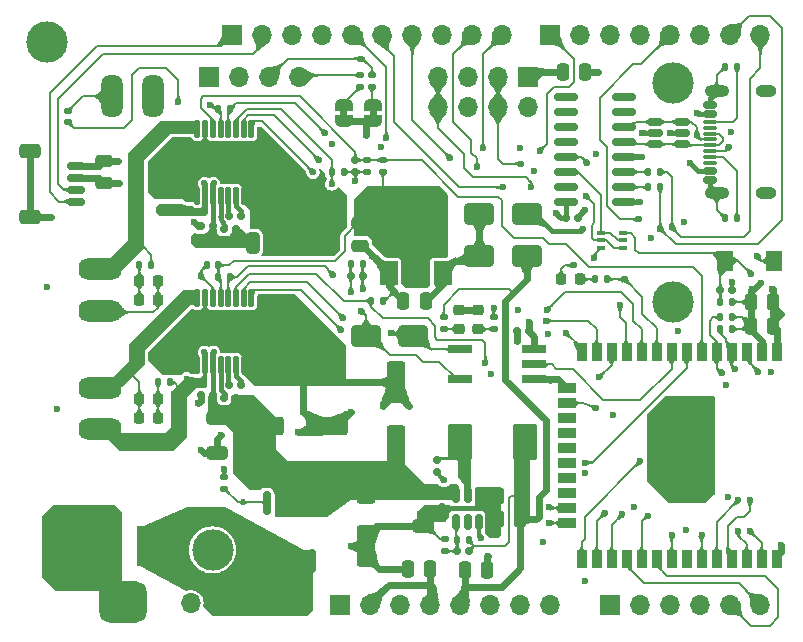
<source format=gbr>
%TF.GenerationSoftware,KiCad,Pcbnew,8.0.8*%
%TF.CreationDate,2025-02-14T13:40:02-05:00*%
%TF.ProjectId,EX-CSB1,45582d43-5342-4312-9e6b-696361645f70,rev?*%
%TF.SameCoordinates,Original*%
%TF.FileFunction,Copper,L1,Top*%
%TF.FilePolarity,Positive*%
%FSLAX46Y46*%
G04 Gerber Fmt 4.6, Leading zero omitted, Abs format (unit mm)*
G04 Created by KiCad (PCBNEW 8.0.8) date 2025-02-14 13:40:02*
%MOMM*%
%LPD*%
G01*
G04 APERTURE LIST*
G04 Aperture macros list*
%AMRoundRect*
0 Rectangle with rounded corners*
0 $1 Rounding radius*
0 $2 $3 $4 $5 $6 $7 $8 $9 X,Y pos of 4 corners*
0 Add a 4 corners polygon primitive as box body*
4,1,4,$2,$3,$4,$5,$6,$7,$8,$9,$2,$3,0*
0 Add four circle primitives for the rounded corners*
1,1,$1+$1,$2,$3*
1,1,$1+$1,$4,$5*
1,1,$1+$1,$6,$7*
1,1,$1+$1,$8,$9*
0 Add four rect primitives between the rounded corners*
20,1,$1+$1,$2,$3,$4,$5,0*
20,1,$1+$1,$4,$5,$6,$7,0*
20,1,$1+$1,$6,$7,$8,$9,0*
20,1,$1+$1,$8,$9,$2,$3,0*%
%AMFreePoly0*
4,1,19,0.500000,-0.750000,0.000000,-0.750000,0.000000,-0.744911,-0.071157,-0.744911,-0.207708,-0.704816,-0.327430,-0.627875,-0.420627,-0.520320,-0.479746,-0.390866,-0.500000,-0.250000,-0.500000,0.250000,-0.479746,0.390866,-0.420627,0.520320,-0.327430,0.627875,-0.207708,0.704816,-0.071157,0.744911,0.000000,0.744911,0.000000,0.750000,0.500000,0.750000,0.500000,-0.750000,0.500000,-0.750000,
$1*%
%AMFreePoly1*
4,1,19,0.000000,0.744911,0.071157,0.744911,0.207708,0.704816,0.327430,0.627875,0.420627,0.520320,0.479746,0.390866,0.500000,0.250000,0.500000,-0.250000,0.479746,-0.390866,0.420627,-0.520320,0.327430,-0.627875,0.207708,-0.704816,0.071157,-0.744911,0.000000,-0.744911,0.000000,-0.750000,-0.500000,-0.750000,-0.500000,0.750000,0.000000,0.750000,0.000000,0.744911,0.000000,0.744911,
$1*%
G04 Aperture macros list end*
%TA.AperFunction,EtchedComponent*%
%ADD10C,0.000000*%
%TD*%
%TA.AperFunction,SMDPad,CuDef*%
%ADD11R,1.350000X1.800000*%
%TD*%
%TA.AperFunction,SMDPad,CuDef*%
%ADD12RoundRect,0.250000X0.475000X-0.250000X0.475000X0.250000X-0.475000X0.250000X-0.475000X-0.250000X0*%
%TD*%
%TA.AperFunction,SMDPad,CuDef*%
%ADD13RoundRect,0.120000X-0.180000X-0.190000X0.180000X-0.190000X0.180000X0.190000X-0.180000X0.190000X0*%
%TD*%
%TA.AperFunction,SMDPad,CuDef*%
%ADD14RoundRect,0.120000X-0.170000X-0.190000X0.170000X-0.190000X0.170000X0.190000X-0.170000X0.190000X0*%
%TD*%
%TA.AperFunction,SMDPad,CuDef*%
%ADD15RoundRect,0.120000X0.180000X0.190000X-0.180000X0.190000X-0.180000X-0.190000X0.180000X-0.190000X0*%
%TD*%
%TA.AperFunction,SMDPad,CuDef*%
%ADD16RoundRect,0.120000X0.190000X-0.180000X0.190000X0.180000X-0.190000X0.180000X-0.190000X-0.180000X0*%
%TD*%
%TA.AperFunction,ComponentPad*%
%ADD17C,3.500000*%
%TD*%
%TA.AperFunction,SMDPad,CuDef*%
%ADD18R,2.000000X0.640000*%
%TD*%
%TA.AperFunction,SMDPad,CuDef*%
%ADD19RoundRect,0.120000X0.170000X0.190000X-0.170000X0.190000X-0.170000X-0.190000X0.170000X-0.190000X0*%
%TD*%
%TA.AperFunction,ComponentPad*%
%ADD20C,0.600000*%
%TD*%
%TA.AperFunction,ComponentPad*%
%ADD21RoundRect,0.720000X-1.080000X0.180000X-1.080000X-0.180000X1.080000X-0.180000X1.080000X0.180000X0*%
%TD*%
%TA.AperFunction,SMDPad,CuDef*%
%ADD22FreePoly0,90.000000*%
%TD*%
%TA.AperFunction,SMDPad,CuDef*%
%ADD23FreePoly1,90.000000*%
%TD*%
%TA.AperFunction,SMDPad,CuDef*%
%ADD24RoundRect,0.250000X-0.250000X-0.475000X0.250000X-0.475000X0.250000X0.475000X-0.250000X0.475000X0*%
%TD*%
%TA.AperFunction,ComponentPad*%
%ADD25R,1.700000X1.700000*%
%TD*%
%TA.AperFunction,ComponentPad*%
%ADD26O,1.700000X1.700000*%
%TD*%
%TA.AperFunction,SMDPad,CuDef*%
%ADD27RoundRect,0.218750X-0.218750X-0.256250X0.218750X-0.256250X0.218750X0.256250X-0.218750X0.256250X0*%
%TD*%
%TA.AperFunction,SMDPad,CuDef*%
%ADD28RoundRect,0.250000X0.250000X0.475000X-0.250000X0.475000X-0.250000X-0.475000X0.250000X-0.475000X0*%
%TD*%
%TA.AperFunction,SMDPad,CuDef*%
%ADD29RoundRect,0.120000X0.190000X-0.170000X0.190000X0.170000X-0.190000X0.170000X-0.190000X-0.170000X0*%
%TD*%
%TA.AperFunction,SMDPad,CuDef*%
%ADD30RoundRect,0.120000X-0.190000X0.170000X-0.190000X-0.170000X0.190000X-0.170000X0.190000X0.170000X0*%
%TD*%
%TA.AperFunction,SMDPad,CuDef*%
%ADD31RoundRect,0.250000X-0.550000X1.500000X-0.550000X-1.500000X0.550000X-1.500000X0.550000X1.500000X0*%
%TD*%
%TA.AperFunction,SMDPad,CuDef*%
%ADD32RoundRect,0.150000X0.425000X-0.150000X0.425000X0.150000X-0.425000X0.150000X-0.425000X-0.150000X0*%
%TD*%
%TA.AperFunction,SMDPad,CuDef*%
%ADD33RoundRect,0.075000X0.500000X-0.075000X0.500000X0.075000X-0.500000X0.075000X-0.500000X-0.075000X0*%
%TD*%
%TA.AperFunction,ComponentPad*%
%ADD34O,2.100000X1.000000*%
%TD*%
%TA.AperFunction,ComponentPad*%
%ADD35O,1.800000X1.000000*%
%TD*%
%TA.AperFunction,SMDPad,CuDef*%
%ADD36RoundRect,0.250000X-0.325000X-0.650000X0.325000X-0.650000X0.325000X0.650000X-0.325000X0.650000X0*%
%TD*%
%TA.AperFunction,SMDPad,CuDef*%
%ADD37RoundRect,0.150000X-0.150000X0.512500X-0.150000X-0.512500X0.150000X-0.512500X0.150000X0.512500X0*%
%TD*%
%TA.AperFunction,SMDPad,CuDef*%
%ADD38RoundRect,0.250000X-0.475000X0.250000X-0.475000X-0.250000X0.475000X-0.250000X0.475000X0.250000X0*%
%TD*%
%TA.AperFunction,SMDPad,CuDef*%
%ADD39R,0.650000X0.400000*%
%TD*%
%TA.AperFunction,ComponentPad*%
%ADD40RoundRect,0.720000X0.180000X1.080000X-0.180000X1.080000X-0.180000X-1.080000X0.180000X-1.080000X0*%
%TD*%
%TA.AperFunction,SMDPad,CuDef*%
%ADD41RoundRect,0.218750X-0.256250X0.218750X-0.256250X-0.218750X0.256250X-0.218750X0.256250X0.218750X0*%
%TD*%
%TA.AperFunction,SMDPad,CuDef*%
%ADD42RoundRect,0.110000X-0.110000X0.677500X-0.110000X-0.677500X0.110000X-0.677500X0.110000X0.677500X0*%
%TD*%
%TA.AperFunction,ComponentPad*%
%ADD43C,0.550000*%
%TD*%
%TA.AperFunction,SMDPad,CuDef*%
%ADD44RoundRect,0.145200X-0.074800X0.354800X-0.074800X-0.354800X0.074800X-0.354800X0.074800X0.354800X0*%
%TD*%
%TA.AperFunction,ComponentPad*%
%ADD45C,0.500000*%
%TD*%
%TA.AperFunction,SMDPad,CuDef*%
%ADD46R,3.500000X2.930000*%
%TD*%
%TA.AperFunction,SMDPad,CuDef*%
%ADD47RoundRect,0.200000X-1.350000X1.500000X-1.350000X-1.500000X1.350000X-1.500000X1.350000X1.500000X0*%
%TD*%
%TA.AperFunction,SMDPad,CuDef*%
%ADD48RoundRect,0.250000X1.000000X0.650000X-1.000000X0.650000X-1.000000X-0.650000X1.000000X-0.650000X0*%
%TD*%
%TA.AperFunction,SMDPad,CuDef*%
%ADD49RoundRect,0.250000X-0.650000X0.325000X-0.650000X-0.325000X0.650000X-0.325000X0.650000X0.325000X0*%
%TD*%
%TA.AperFunction,SMDPad,CuDef*%
%ADD50RoundRect,0.218750X0.218750X0.256250X-0.218750X0.256250X-0.218750X-0.256250X0.218750X-0.256250X0*%
%TD*%
%TA.AperFunction,SMDPad,CuDef*%
%ADD51RoundRect,0.150000X0.825000X0.150000X-0.825000X0.150000X-0.825000X-0.150000X0.825000X-0.150000X0*%
%TD*%
%TA.AperFunction,SMDPad,CuDef*%
%ADD52RoundRect,0.120000X-0.190000X0.180000X-0.190000X-0.180000X0.190000X-0.180000X0.190000X0.180000X0*%
%TD*%
%TA.AperFunction,SMDPad,CuDef*%
%ADD53RoundRect,0.250000X-1.500000X-0.550000X1.500000X-0.550000X1.500000X0.550000X-1.500000X0.550000X0*%
%TD*%
%TA.AperFunction,SMDPad,CuDef*%
%ADD54RoundRect,0.250000X-1.000000X-0.650000X1.000000X-0.650000X1.000000X0.650000X-1.000000X0.650000X0*%
%TD*%
%TA.AperFunction,SMDPad,CuDef*%
%ADD55RoundRect,0.150000X-0.625000X0.150000X-0.625000X-0.150000X0.625000X-0.150000X0.625000X0.150000X0*%
%TD*%
%TA.AperFunction,SMDPad,CuDef*%
%ADD56RoundRect,0.250000X-0.650000X0.350000X-0.650000X-0.350000X0.650000X-0.350000X0.650000X0.350000X0*%
%TD*%
%TA.AperFunction,SMDPad,CuDef*%
%ADD57RoundRect,0.019500X-0.955500X-1.480500X0.955500X-1.480500X0.955500X1.480500X-0.955500X1.480500X0*%
%TD*%
%TA.AperFunction,SMDPad,CuDef*%
%ADD58R,0.450000X0.600000*%
%TD*%
%TA.AperFunction,SMDPad,CuDef*%
%ADD59R,1.500000X2.000000*%
%TD*%
%TA.AperFunction,SMDPad,CuDef*%
%ADD60R,3.800000X2.000000*%
%TD*%
%TA.AperFunction,ComponentPad*%
%ADD61R,3.500000X3.500000*%
%TD*%
%TA.AperFunction,ComponentPad*%
%ADD62RoundRect,0.350000X-1.400000X-1.400000X1.400000X-1.400000X1.400000X1.400000X-1.400000X1.400000X0*%
%TD*%
%TA.AperFunction,ComponentPad*%
%ADD63RoundRect,0.875000X-1.125000X-0.875000X1.125000X-0.875000X1.125000X0.875000X-1.125000X0.875000X0*%
%TD*%
%TA.AperFunction,SMDPad,CuDef*%
%ADD64RoundRect,0.250000X0.550000X-1.500000X0.550000X1.500000X-0.550000X1.500000X-0.550000X-1.500000X0*%
%TD*%
%TA.AperFunction,SMDPad,CuDef*%
%ADD65RoundRect,0.150000X-0.150000X0.825000X-0.150000X-0.825000X0.150000X-0.825000X0.150000X0.825000X0*%
%TD*%
%TA.AperFunction,SMDPad,CuDef*%
%ADD66R,0.900000X1.500000*%
%TD*%
%TA.AperFunction,SMDPad,CuDef*%
%ADD67R,1.500000X0.900000*%
%TD*%
%TA.AperFunction,SMDPad,CuDef*%
%ADD68R,0.900000X0.900000*%
%TD*%
%TA.AperFunction,SMDPad,CuDef*%
%ADD69RoundRect,0.150000X0.512500X0.150000X-0.512500X0.150000X-0.512500X-0.150000X0.512500X-0.150000X0*%
%TD*%
%TA.AperFunction,ViaPad*%
%ADD70C,0.600000*%
%TD*%
%TA.AperFunction,Conductor*%
%ADD71C,0.600000*%
%TD*%
%TA.AperFunction,Conductor*%
%ADD72C,0.200000*%
%TD*%
%TA.AperFunction,Conductor*%
%ADD73C,0.400000*%
%TD*%
%TA.AperFunction,Conductor*%
%ADD74C,0.300000*%
%TD*%
%TA.AperFunction,Conductor*%
%ADD75C,0.440000*%
%TD*%
%TA.AperFunction,Conductor*%
%ADD76C,0.500000*%
%TD*%
G04 APERTURE END LIST*
D10*
%TA.AperFunction,EtchedComponent*%
%TO.C,JP101*%
G36*
X28400000Y43750000D02*
G01*
X27800000Y43750000D01*
X27800000Y44250000D01*
X28400000Y44250000D01*
X28400000Y43750000D01*
G37*
%TD.AperFunction*%
%TA.AperFunction,EtchedComponent*%
%TO.C,JP102*%
G36*
X30900000Y43750000D02*
G01*
X30300000Y43750000D01*
X30300000Y44250000D01*
X30900000Y44250000D01*
X30900000Y43750000D01*
G37*
%TD.AperFunction*%
%TD*%
D11*
%TO.P,SW101,1,1*%
%TO.N,/reset_n*%
X60425000Y31500000D03*
%TO.P,SW101,2,2*%
%TO.N,GND*%
X64575000Y31500000D03*
%TD*%
D12*
%TO.P,C115,1*%
%TO.N,+3V3*%
X7799999Y38050001D03*
%TO.P,C115,2*%
%TO.N,GND*%
X7799999Y39949999D03*
%TD*%
D13*
%TO.P,C118,1*%
%TO.N,GND*%
X42800000Y25500000D03*
%TO.P,C118,2*%
%TO.N,+3V3*%
X43800000Y25500000D03*
%TD*%
D14*
%TO.P,R121,1*%
%TO.N,/rxd*%
X53900000Y39000000D03*
%TO.P,R121,2*%
%TO.N,/USB_RX*%
X54900000Y39000000D03*
%TD*%
D15*
%TO.P,C108,1*%
%TO.N,VM*%
X19000000Y34200000D03*
%TO.P,C108,2*%
%TO.N,/vcpa*%
X18000000Y34200000D03*
%TD*%
D16*
%TO.P,C204,1*%
%TO.N,/Power/bst*%
X36015000Y13625000D03*
%TO.P,C204,2*%
%TO.N,/Power/sw*%
X36015000Y14625000D03*
%TD*%
D17*
%TO.P,H103,1*%
%TO.N,N/C*%
X56000000Y46500000D03*
%TD*%
D18*
%TO.P,U104,1*%
%TO.N,/opto_anode*%
X37950000Y23970000D03*
%TO.P,U104,3*%
%TO.N,/Booster-C*%
X37950000Y21430000D03*
%TO.P,U104,4,GND*%
%TO.N,GND*%
X44250000Y21430000D03*
%TO.P,U104,5*%
%TO.N,/Railsync_in*%
X44250000Y22700000D03*
%TO.P,U104,6,VCC*%
%TO.N,+3V3*%
X44250000Y23970000D03*
%TD*%
D19*
%TO.P,R116,1*%
%TO.N,+3V3*%
X61000000Y25700003D03*
%TO.P,R116,2*%
%TO.N,/a0*%
X60000000Y25700003D03*
%TD*%
D20*
%TO.P,J103,1,Pin_1*%
%TO.N,/out1b*%
X8800000Y21250000D03*
X6200000Y21250000D03*
D21*
X7500000Y20750000D03*
D20*
X8800000Y20250000D03*
X6200000Y20250000D03*
%TO.P,J103,2,Pin_2*%
%TO.N,/out2b*%
X8800000Y17750000D03*
X6200000Y17750000D03*
D21*
X7500000Y17250000D03*
D20*
X8800000Y16750000D03*
X6200000Y16750000D03*
%TD*%
D22*
%TO.P,JP101,1,A*%
%TO.N,+3V3*%
X28100000Y43350000D03*
D23*
%TO.P,JP101,2,B*%
%TO.N,Net-(JP101-B)*%
X28100000Y44650000D03*
%TD*%
D24*
%TO.P,C114,1*%
%TO.N,+3V3*%
X46650001Y47500000D03*
%TO.P,C114,2*%
%TO.N,GND*%
X48549999Y47500000D03*
%TD*%
%TO.P,C101,1*%
%TO.N,+3V3*%
X62550000Y25999997D03*
%TO.P,C101,2*%
%TO.N,GND*%
X64450000Y25999997D03*
%TD*%
D15*
%TO.P,C110,1*%
%TO.N,/cplb*%
X19400000Y21000000D03*
%TO.P,C110,2*%
%TO.N,/cphb*%
X18400000Y21000000D03*
%TD*%
D25*
%TO.P,J108,1,Pin_1*%
%TO.N,unconnected-(J108-Pin_1-Pad1)*%
X27825000Y2370000D03*
D26*
%TO.P,J108,2,Pin_2*%
%TO.N,+3V3*%
X30365000Y2370000D03*
%TO.P,J108,3,Pin_3*%
%TO.N,/reset_n*%
X32905000Y2370000D03*
%TO.P,J108,4,Pin_4*%
%TO.N,+3V3*%
X35445000Y2370000D03*
%TO.P,J108,5,Pin_5*%
%TO.N,+5V*%
X37985000Y2370000D03*
%TO.P,J108,6,Pin_6*%
%TO.N,GND*%
X40525000Y2370000D03*
%TO.P,J108,7,Pin_7*%
X43065000Y2370000D03*
%TO.P,J108,8,Pin_8*%
%TO.N,vin_pin*%
X45605000Y2370000D03*
%TD*%
D13*
%TO.P,C209,1*%
%TO.N,/Power/fn*%
X37700000Y6900000D03*
%TO.P,C209,2*%
%TO.N,+5V*%
X38700000Y6900000D03*
%TD*%
D27*
%TO.P,D104,1,K*%
%TO.N,/out1b*%
X10800000Y18200001D03*
%TO.P,D104,2,A*%
%TO.N,Net-(D103-K)*%
X12375000Y18200001D03*
%TD*%
D17*
%TO.P,H104,1*%
%TO.N,N/C*%
X56000000Y28000000D03*
%TD*%
D19*
%TO.P,R119,1*%
%TO.N,/cc1*%
X61400000Y35100000D03*
%TO.P,R119,2*%
%TO.N,GND*%
X60400000Y35100000D03*
%TD*%
%TO.P,R202,1*%
%TO.N,+5V*%
X38700000Y7800000D03*
%TO.P,R202,2*%
%TO.N,/Power/fn*%
X37700000Y7800000D03*
%TD*%
D28*
%TO.P,C207,1*%
%TO.N,+5V*%
X43050001Y11600000D03*
%TO.P,C207,2*%
%TO.N,GND*%
X41150001Y11600000D03*
%TD*%
D29*
%TO.P,R201,1*%
%TO.N,/Power/gate*%
X18000000Y12200000D03*
%TO.P,R201,2*%
%TO.N,GND*%
X18000000Y13200000D03*
%TD*%
D30*
%TO.P,R205,1*%
%TO.N,+3V3*%
X40800000Y26700000D03*
%TO.P,R205,2*%
%TO.N,Net-(D205-A)*%
X40800000Y25700000D03*
%TD*%
D31*
%TO.P,C203,1*%
%TO.N,VM*%
X30000000Y12700000D03*
%TO.P,C203,2*%
%TO.N,GND*%
X30000000Y7300000D03*
%TD*%
D15*
%TO.P,C111,1*%
%TO.N,/cpla*%
X19400000Y35300000D03*
%TO.P,C111,2*%
%TO.N,/cpha*%
X18400000Y35300000D03*
%TD*%
D29*
%TO.P,R203,1*%
%TO.N,/Power/fn*%
X36700000Y6900000D03*
%TO.P,R203,2*%
%TO.N,GND*%
X36700000Y7900000D03*
%TD*%
D15*
%TO.P,C107,1*%
%TO.N,VM*%
X19000000Y19900000D03*
%TO.P,C107,2*%
%TO.N,/vcpb*%
X18000000Y19900000D03*
%TD*%
D32*
%TO.P,J114,A1,GND*%
%TO.N,GND*%
X59110000Y38300000D03*
%TO.P,J114,A4,VBUS*%
%TO.N,VBUS*%
X59110000Y39100000D03*
D33*
%TO.P,J114,A5,CC1*%
%TO.N,/cc1*%
X59110000Y40250000D03*
%TO.P,J114,A6,D+*%
%TO.N,/usb_d+*%
X59110000Y41250000D03*
%TO.P,J114,A7,D-*%
%TO.N,/usb_d-*%
X59110000Y41750000D03*
%TO.P,J114,A8,SBU1*%
%TO.N,unconnected-(J114-SBU1-PadA8)*%
X59110000Y42750000D03*
D32*
%TO.P,J114,A9,VBUS*%
%TO.N,VBUS*%
X59110000Y43900000D03*
%TO.P,J114,A12,GND*%
%TO.N,GND*%
X59110000Y44700000D03*
%TO.P,J114,B1,GND*%
X59110000Y44700000D03*
%TO.P,J114,B4,VBUS*%
%TO.N,VBUS*%
X59110000Y43900000D03*
D33*
%TO.P,J114,B5,CC2*%
%TO.N,/cc2*%
X59110000Y43250000D03*
%TO.P,J114,B6,D+*%
%TO.N,/usb_d+*%
X59110000Y42250000D03*
%TO.P,J114,B7,D-*%
%TO.N,/usb_d-*%
X59110000Y40750000D03*
%TO.P,J114,B8,SBU2*%
%TO.N,unconnected-(J114-SBU2-PadB8)*%
X59110000Y39750000D03*
D32*
%TO.P,J114,B9,VBUS*%
%TO.N,VBUS*%
X59110000Y39100000D03*
%TO.P,J114,B12,GND*%
%TO.N,GND*%
X59110000Y38300000D03*
D34*
%TO.P,J114,S1,SHIELD*%
X59685000Y37180000D03*
D35*
X63865000Y37180000D03*
D34*
X59685000Y45820000D03*
D35*
X63865000Y45820000D03*
%TD*%
D14*
%TO.P,R109,1*%
%TO.N,/nSleepb*%
X30400001Y28100000D03*
%TO.P,R109,2*%
%TO.N,GND*%
X31399999Y28100000D03*
%TD*%
D30*
%TO.P,R111,1*%
%TO.N,/sen_a*%
X30100000Y40000000D03*
%TO.P,R111,2*%
%TO.N,GND*%
X30100000Y39000000D03*
%TD*%
D25*
%TO.P,J107,1,Pin_1*%
%TO.N,/scl*%
X18685000Y50630000D03*
D26*
%TO.P,J107,2,Pin_2*%
%TO.N,/sda*%
X21225000Y50630000D03*
%TO.P,J107,3,Pin_3*%
%TO.N,/aref*%
X23765000Y50630000D03*
%TO.P,J107,4,Pin_4*%
%TO.N,GND*%
X26305000Y50630000D03*
%TO.P,J107,5,Pin_5*%
%TO.N,/d13*%
X28845000Y50630000D03*
%TO.P,J107,6,Pin_6*%
%TO.N,/d12*%
X31385000Y50630000D03*
%TO.P,J107,7,Pin_7*%
%TO.N,/d11*%
X33925000Y50630000D03*
%TO.P,J107,8,Pin_8*%
%TO.N,/d10*%
X36465000Y50630000D03*
%TO.P,J107,9,Pin_9*%
%TO.N,/brake_c*%
X39005000Y50630000D03*
%TO.P,J107,10,Pin_10*%
%TO.N,/brake_d*%
X41545000Y50630000D03*
%TD*%
D36*
%TO.P,C105,1*%
%TO.N,VM*%
X20424999Y33000000D03*
%TO.P,C105,2*%
%TO.N,GND*%
X23375001Y33000000D03*
%TD*%
D37*
%TO.P,U201,1,GND*%
%TO.N,GND*%
X39550000Y11637500D03*
%TO.P,U201,2,SW*%
%TO.N,/Power/sw*%
X38600000Y11637500D03*
%TO.P,U201,3,VIN*%
%TO.N,VM*%
X37650000Y11637500D03*
%TO.P,U201,4,FB*%
%TO.N,/Power/fn*%
X37650000Y9362500D03*
%TO.P,U201,5,EN*%
%TO.N,unconnected-(U201-EN-Pad5)*%
X38600000Y9362500D03*
%TO.P,U201,6,BOOT*%
%TO.N,/Power/bst*%
X39550000Y9362500D03*
%TD*%
D38*
%TO.P,C211,1*%
%TO.N,+3V3*%
X29500000Y34650000D03*
%TO.P,C211,2*%
%TO.N,GND*%
X29500000Y32750000D03*
%TD*%
D39*
%TO.P,Q101,1,E1*%
%TO.N,/DTR*%
X51750000Y32550000D03*
%TO.P,Q101,2,B1*%
%TO.N,/RTS*%
X51750000Y33200000D03*
%TO.P,Q101,3,C2*%
%TO.N,/reset_n*%
X51750000Y33850000D03*
%TO.P,Q101,4,E2*%
%TO.N,/RTS*%
X49850000Y33850000D03*
%TO.P,Q101,5,B2*%
%TO.N,/DTR*%
X49850000Y33200000D03*
%TO.P,Q101,6,C1*%
%TO.N,/IO0_boot_option*%
X49850000Y32550000D03*
%TD*%
D20*
%TO.P,J110,1,Pin_1*%
%TO.N,/Booster-C*%
X12450000Y44100000D03*
X12450000Y46700000D03*
D40*
X11950000Y45400000D03*
D20*
X11450000Y44100000D03*
X11450000Y46700000D03*
%TO.P,J110,2,Pin_2*%
%TO.N,/Booster-D*%
X8950000Y44100000D03*
X8950000Y46700000D03*
D40*
X8450000Y45400000D03*
D20*
X7950000Y44100000D03*
X7950000Y46700000D03*
%TD*%
D41*
%TO.P,D205,1,K*%
%TO.N,GND*%
X39500000Y27287500D03*
%TO.P,D205,2,A*%
%TO.N,Net-(D205-A)*%
X39500000Y25712500D03*
%TD*%
D19*
%TO.P,R103,1*%
%TO.N,+3V3*%
X61000000Y28000000D03*
%TO.P,R103,2*%
%TO.N,/reset_n*%
X60000000Y28000000D03*
%TD*%
%TO.P,R106,1*%
%TO.N,+3V3*%
X17500000Y31100000D03*
%TO.P,R106,2*%
%TO.N,/sen_b*%
X16500000Y31100000D03*
%TD*%
D28*
%TO.P,C210,1*%
%TO.N,/Power/+5V_vreg*%
X35050000Y28100000D03*
%TO.P,C210,2*%
%TO.N,GND*%
X33150000Y28100000D03*
%TD*%
D42*
%TO.P,U101,1,EN/IN1*%
%TO.N,/en{slash}in1b*%
X20275000Y28362500D03*
%TO.P,U101,2,PH/IN2*%
%TO.N,/ph{slash}in2b*%
X19625000Y28362500D03*
%TO.P,U101,3,nSleep*%
%TO.N,/nSleepb*%
X18975000Y28362500D03*
%TO.P,U101,4,nFAULT*%
%TO.N,/fault_n_b*%
X18325000Y28362500D03*
%TO.P,U101,5,VRef*%
%TO.N,+3V3*%
X17675000Y28362500D03*
%TO.P,U101,6,IPROPI*%
%TO.N,/sen_b*%
X17025000Y28362500D03*
%TO.P,U101,7,IMODE*%
%TO.N,GND*%
X16375000Y28362500D03*
%TO.P,U101,8,OUT1*%
%TO.N,/out1b*%
X15725000Y28362500D03*
%TO.P,U101,9,GND*%
%TO.N,GND*%
X15725000Y22637500D03*
D43*
%TO.P,U101,10,OUT2*%
%TO.N,/out2b*%
X16300000Y23750000D03*
D44*
X16375000Y23400000D03*
D42*
X16375000Y22637500D03*
D43*
%TO.P,U101,11,VM*%
%TO.N,VM*%
X17100000Y23750000D03*
D44*
X17025000Y23400000D03*
D42*
X17025000Y22637500D03*
%TO.P,U101,12,VCP*%
%TO.N,/vcpb*%
X17675000Y22637500D03*
%TO.P,U101,13,CPH*%
%TO.N,/cphb*%
X18325000Y22637500D03*
%TO.P,U101,14,CPL*%
%TO.N,/cplb*%
X18975000Y22637500D03*
%TO.P,U101,15,GND*%
%TO.N,GND*%
X19625000Y22637500D03*
%TO.P,U101,16,PMODE*%
X20275000Y22637500D03*
D45*
%TO.P,U101,17,GND*%
X20400000Y26950000D03*
X19800000Y26950000D03*
X19200000Y26950000D03*
X18600000Y26950000D03*
X18000000Y26950000D03*
X17400000Y26950000D03*
X16800000Y26950000D03*
X16200000Y26950000D03*
X15600000Y26950000D03*
X20000000Y26250000D03*
X16000000Y26200000D03*
D46*
X17000000Y25735000D03*
D45*
X20000000Y25500000D03*
D47*
X19200000Y25500000D03*
D45*
X18000000Y25500000D03*
X16000000Y25450000D03*
X15570000Y25000000D03*
X20000000Y24750000D03*
X16010000Y24520000D03*
X15470000Y24340000D03*
X20400000Y24050000D03*
X19700000Y24050000D03*
X19100000Y24050000D03*
X18500000Y24050000D03*
X17900000Y24050000D03*
%TD*%
D19*
%TO.P,R117,1*%
%TO.N,+3V3*%
X61000000Y26700000D03*
%TO.P,R117,2*%
%TO.N,/a1*%
X60000000Y26700000D03*
%TD*%
D48*
%TO.P,D106,1,K*%
%TO.N,/opto_anode*%
X34000001Y25100000D03*
%TO.P,D106,2,A*%
%TO.N,/Booster-C*%
X29999999Y25100000D03*
%TD*%
D14*
%TO.P,R118,1*%
%TO.N,GND*%
X60400000Y47900000D03*
%TO.P,R118,2*%
%TO.N,/cc2*%
X61400000Y47900000D03*
%TD*%
D49*
%TO.P,C205,1*%
%TO.N,VM*%
X34800001Y11975000D03*
%TO.P,C205,2*%
%TO.N,GND*%
X34800001Y9025000D03*
%TD*%
D41*
%TO.P,D202,1,K*%
%TO.N,GND*%
X37900000Y27287500D03*
%TO.P,D202,2,A*%
%TO.N,Net-(D202-A)*%
X37900000Y25712500D03*
%TD*%
D27*
%TO.P,D105,1,K*%
%TO.N,GND*%
X46512500Y29900000D03*
%TO.P,D105,2,A*%
%TO.N,Net-(D105-A)*%
X48087500Y29900000D03*
%TD*%
D14*
%TO.P,R101,1*%
%TO.N,Net-(D101-K)*%
X10800000Y31100000D03*
%TO.P,R101,2*%
%TO.N,/out1a*%
X11800000Y31100000D03*
%TD*%
D25*
%TO.P,J106,1,Pin_1*%
%TO.N,+3V3*%
X43700000Y47000000D03*
D26*
%TO.P,J106,2,Pin_2*%
X43700000Y44460000D03*
%TO.P,J106,3,Pin_3*%
%TO.N,/sda*%
X41160000Y47000000D03*
%TO.P,J106,4,Pin_4*%
X41160000Y44460000D03*
%TO.P,J106,5,Pin_5*%
%TO.N,GND*%
X38620000Y47000000D03*
%TO.P,J106,6,Pin_6*%
X38620000Y44460000D03*
%TO.P,J106,7,Pin_7*%
%TO.N,/scl*%
X36080000Y47000000D03*
%TO.P,J106,8,Pin_8*%
X36080000Y44460000D03*
%TD*%
D50*
%TO.P,D103,1,K*%
%TO.N,Net-(D103-K)*%
X12375000Y19799999D03*
%TO.P,D103,2,A*%
%TO.N,/out1b*%
X10800000Y19799999D03*
%TD*%
D30*
%TO.P,R204,1*%
%TO.N,+5V*%
X36565001Y26695000D03*
%TO.P,R204,2*%
%TO.N,Net-(D202-A)*%
X36565001Y25695000D03*
%TD*%
D20*
%TO.P,J101,1,Pin_1*%
%TO.N,/out1a*%
X8800000Y31250000D03*
X6200000Y31250000D03*
D21*
X7500000Y30750000D03*
D20*
X8800000Y30250000D03*
X6200000Y30250000D03*
%TO.P,J101,2,Pin_2*%
%TO.N,/out2a*%
X8800000Y27750000D03*
X6200000Y27750000D03*
D21*
X7500000Y27250000D03*
D20*
X8800000Y26750000D03*
X6200000Y26750000D03*
%TD*%
D28*
%TO.P,C117,1*%
%TO.N,+3V3*%
X35450000Y5400000D03*
%TO.P,C117,2*%
%TO.N,GND*%
X33550000Y5400000D03*
%TD*%
D17*
%TO.P,H101,1*%
%TO.N,N/C*%
X3000000Y50000000D03*
%TD*%
D51*
%TO.P,U106,1,GND*%
%TO.N,GND*%
X51875000Y36455000D03*
%TO.P,U106,2,TXD*%
%TO.N,/txd*%
X51875000Y37725000D03*
%TO.P,U106,3,RXD*%
%TO.N,/rxd*%
X51875000Y38995000D03*
%TO.P,U106,4,V3*%
%TO.N,+3V3*%
X51875000Y40265000D03*
%TO.P,U106,5,UD+*%
%TO.N,/usb_d+*%
X51875000Y41535000D03*
%TO.P,U106,6,UD-*%
%TO.N,/usb_d-*%
X51875000Y42805000D03*
%TO.P,U106,7,NC*%
%TO.N,unconnected-(U106-NC-Pad7)*%
X51875000Y44075000D03*
%TO.P,U106,8,NC*%
%TO.N,unconnected-(U106-NC-Pad8)*%
X51875000Y45345000D03*
%TO.P,U106,9,~{CTS}*%
%TO.N,unconnected-(U106-~{CTS}-Pad9)*%
X46925000Y45345000D03*
%TO.P,U106,10,~{DSR}*%
%TO.N,unconnected-(U106-~{DSR}-Pad10)*%
X46925000Y44075000D03*
%TO.P,U106,11,~{RI}*%
%TO.N,unconnected-(U106-~{RI}-Pad11)*%
X46925000Y42805000D03*
%TO.P,U106,12,~{DCD}*%
%TO.N,unconnected-(U106-~{DCD}-Pad12)*%
X46925000Y41535000D03*
%TO.P,U106,13,~{DTR}*%
%TO.N,/DTR*%
X46925000Y40265000D03*
%TO.P,U106,14,~{RTS}*%
%TO.N,/RTS*%
X46925000Y38995000D03*
%TO.P,U106,15,R232*%
%TO.N,unconnected-(U106-R232-Pad15)*%
X46925000Y37725000D03*
%TO.P,U106,16,VCC*%
%TO.N,+3V3*%
X46925000Y36455000D03*
%TD*%
D49*
%TO.P,C103,1*%
%TO.N,VM*%
X17400000Y18175000D03*
%TO.P,C103,2*%
%TO.N,GND*%
X17400000Y15225000D03*
%TD*%
D52*
%TO.P,C113,1*%
%TO.N,/sen_a*%
X29100000Y40000000D03*
%TO.P,C113,2*%
%TO.N,GND*%
X29100000Y39000000D03*
%TD*%
D17*
%TO.P,H102,1*%
%TO.N,N/C*%
X17000000Y7000000D03*
%TD*%
D25*
%TO.P,J113,1,Pin_1*%
%TO.N,/d7*%
X45605000Y50630000D03*
D26*
%TO.P,J113,2,Pin_2*%
%TO.N,/d6*%
X48145000Y50630000D03*
%TO.P,J113,3,Pin_3*%
%TO.N,/d5*%
X50685000Y50630000D03*
%TO.P,J113,4,Pin_4*%
%TO.N,/d4*%
X53225000Y50630000D03*
%TO.P,J113,5,Pin_5*%
%TO.N,/d3*%
X55765000Y50630000D03*
%TO.P,J113,6,Pin_6*%
%TO.N,/d2*%
X58305000Y50630000D03*
%TO.P,J113,7,Pin_7*%
%TO.N,/USB_TX*%
X60845000Y50630000D03*
%TO.P,J113,8,Pin_8*%
%TO.N,/USB_RX*%
X63385000Y50630000D03*
%TD*%
D27*
%TO.P,D101,1,K*%
%TO.N,Net-(D101-K)*%
X10812500Y28200001D03*
%TO.P,D101,2,A*%
%TO.N,/out2a*%
X12387500Y28200001D03*
%TD*%
D14*
%TO.P,R120,1*%
%TO.N,/txd*%
X53900000Y37700000D03*
%TO.P,R120,2*%
%TO.N,/USB_TX*%
X54900000Y37700000D03*
%TD*%
D24*
%TO.P,C102,1*%
%TO.N,+3V3*%
X62550000Y27999997D03*
%TO.P,C102,2*%
%TO.N,GND*%
X64450000Y27999997D03*
%TD*%
D14*
%TO.P,R104,1*%
%TO.N,/nSleepa*%
X27100000Y39000000D03*
%TO.P,R104,2*%
%TO.N,GND*%
X28100000Y39000000D03*
%TD*%
D13*
%TO.P,C120,1*%
%TO.N,+3V3*%
X46900000Y35100000D03*
%TO.P,C120,2*%
%TO.N,GND*%
X47900000Y35100000D03*
%TD*%
D25*
%TO.P,J204,1,Pin_1*%
%TO.N,/Power/v_conn*%
X22765000Y2500000D03*
D26*
%TO.P,J204,2,Pin_2*%
X20225000Y2500000D03*
%TO.P,J204,3,Pin_3*%
X17685000Y2500000D03*
%TO.P,J204,4,Pin_4*%
%TO.N,GND*%
X15145000Y2500000D03*
%TD*%
D53*
%TO.P,C201,1*%
%TO.N,VM*%
X21300000Y17500000D03*
%TO.P,C201,2*%
%TO.N,GND*%
X26700000Y17500000D03*
%TD*%
D14*
%TO.P,R110,1*%
%TO.N,/sen_b*%
X28700000Y31200000D03*
%TO.P,R110,2*%
%TO.N,GND*%
X29700000Y31200000D03*
%TD*%
D30*
%TO.P,R115,1*%
%TO.N,/Booster-D*%
X4800000Y44199999D03*
%TO.P,R115,2*%
%TO.N,/opto_anode*%
X4800000Y43200001D03*
%TD*%
D54*
%TO.P,D204,1,K*%
%TO.N,/Power/+5V_vreg*%
X39600000Y35400000D03*
%TO.P,D204,2,A*%
%TO.N,VBUS*%
X43600000Y35400000D03*
%TD*%
%TO.P,D203,1,K*%
%TO.N,/Power/+5V_vreg*%
X39600000Y31900000D03*
%TO.P,D203,2,A*%
%TO.N,+5V*%
X43600000Y31900000D03*
%TD*%
D25*
%TO.P,J112,1,Pin_1*%
%TO.N,/a0*%
X50685000Y2370000D03*
D26*
%TO.P,J112,2,Pin_2*%
%TO.N,/a1*%
X53225000Y2370000D03*
%TO.P,J112,3,Pin_3*%
%TO.N,/a2*%
X55765000Y2370000D03*
%TO.P,J112,4,Pin_4*%
%TO.N,/a3*%
X58305000Y2370000D03*
%TO.P,J112,5,Pin_5*%
%TO.N,/a4*%
X60845000Y2370000D03*
%TO.P,J112,6,Pin_6*%
%TO.N,/a5*%
X63385000Y2370000D03*
%TD*%
D55*
%TO.P,J105,1,Pin_1*%
%TO.N,GND*%
X5400000Y39500000D03*
%TO.P,J105,2,Pin_2*%
%TO.N,+3V3*%
X5400000Y38500000D03*
%TO.P,J105,3,Pin_3*%
%TO.N,/sda*%
X5400000Y37500000D03*
%TO.P,J105,4,Pin_4*%
%TO.N,/scl*%
X5400000Y36500000D03*
D56*
%TO.P,J105,MP,MountPin*%
%TO.N,GND*%
X1525000Y40800000D03*
X1525000Y35200000D03*
%TD*%
D57*
%TO.P,L201,1,1*%
%TO.N,/Power/sw*%
X37925000Y16100000D03*
%TO.P,L201,2,2*%
%TO.N,+5V*%
X43475000Y16100000D03*
%TD*%
D58*
%TO.P,D201,1,K*%
%TO.N,VM*%
X19600001Y13150001D03*
%TO.P,D201,2,A*%
%TO.N,/Power/gate*%
X19600001Y11050001D03*
%TD*%
D59*
%TO.P,U202,1,GND*%
%TO.N,GND*%
X31900000Y30450000D03*
%TO.P,U202,2,VO*%
%TO.N,+3V3*%
X34200000Y30450000D03*
D60*
X34200000Y36750000D03*
D59*
%TO.P,U202,3,VI*%
%TO.N,/Power/+5V_vreg*%
X36500000Y30450000D03*
%TD*%
D14*
%TO.P,R107,1*%
%TO.N,+3V3*%
X17500000Y44300000D03*
%TO.P,R107,2*%
%TO.N,/fault_n_a*%
X18500000Y44300000D03*
%TD*%
D52*
%TO.P,C206,1*%
%TO.N,VM*%
X36400000Y11600000D03*
%TO.P,C206,2*%
%TO.N,GND*%
X36400000Y10600000D03*
%TD*%
D13*
%TO.P,C109,1*%
%TO.N,/reset_n*%
X60000000Y28999997D03*
%TO.P,C109,2*%
%TO.N,GND*%
X61000000Y28999997D03*
%TD*%
D22*
%TO.P,JP102,1,A*%
%TO.N,+3V3*%
X30600000Y43350001D03*
D23*
%TO.P,JP102,2,B*%
%TO.N,Net-(JP102-B)*%
X30600000Y44649999D03*
%TD*%
D28*
%TO.P,C208,1*%
%TO.N,+5V*%
X43050001Y9600001D03*
%TO.P,C208,2*%
%TO.N,GND*%
X41150001Y9600001D03*
%TD*%
D50*
%TO.P,D102,1,K*%
%TO.N,/out2a*%
X12387500Y29799999D03*
%TO.P,D102,2,A*%
%TO.N,Net-(D101-K)*%
X10812500Y29799999D03*
%TD*%
D19*
%TO.P,R112,1*%
%TO.N,/d7*%
X50400000Y29900000D03*
%TO.P,R112,2*%
%TO.N,Net-(D105-A)*%
X49400000Y29900000D03*
%TD*%
D29*
%TO.P,R108,1*%
%TO.N,+3V3*%
X31400000Y39000000D03*
%TO.P,R108,2*%
%TO.N,/sen_a*%
X31400000Y40000000D03*
%TD*%
D15*
%TO.P,C106,1*%
%TO.N,VM*%
X17040000Y34400000D03*
%TO.P,C106,2*%
%TO.N,GND*%
X16040000Y34400000D03*
%TD*%
D24*
%TO.P,C116,1*%
%TO.N,+5V*%
X38350000Y5300000D03*
%TO.P,C116,2*%
%TO.N,GND*%
X40250000Y5300000D03*
%TD*%
D13*
%TO.P,C112,1*%
%TO.N,/sen_b*%
X28700000Y30200002D03*
%TO.P,C112,2*%
%TO.N,GND*%
X29700000Y30200002D03*
%TD*%
D29*
%TO.P,R114,1*%
%TO.N,Net-(JP102-B)*%
X30500000Y46200000D03*
%TO.P,R114,2*%
%TO.N,/scl*%
X30500000Y47200000D03*
%TD*%
D20*
%TO.P,J201,1*%
%TO.N,/Power/v_conn*%
X10900000Y8700000D03*
X10900000Y7300000D03*
X10900000Y5900000D03*
D61*
X12300000Y7300000D03*
D20*
X13700000Y8700000D03*
X13700000Y7300000D03*
X13700000Y5900000D03*
%TO.P,J201,2*%
%TO.N,GND*%
X4900000Y8700000D03*
X4900000Y7300000D03*
X4900000Y5900000D03*
D62*
X6300000Y7300000D03*
D20*
X7700000Y8700000D03*
X7700000Y7300000D03*
X7700000Y5900000D03*
D63*
%TO.P,J201,MP,MountPin*%
X9400000Y2600000D03*
%TD*%
D42*
%TO.P,U102,1,EN/IN1*%
%TO.N,/en{slash}in1a*%
X20275000Y42662500D03*
%TO.P,U102,2,PH/IN2*%
%TO.N,/IO0_boot_option*%
X19625000Y42662500D03*
%TO.P,U102,3,nSleep*%
%TO.N,/nSleepa*%
X18975000Y42662500D03*
%TO.P,U102,4,nFAULT*%
%TO.N,/fault_n_a*%
X18325000Y42662500D03*
%TO.P,U102,5,VRef*%
%TO.N,+3V3*%
X17675000Y42662500D03*
%TO.P,U102,6,IPROPI*%
%TO.N,/sen_a*%
X17025000Y42662500D03*
%TO.P,U102,7,IMODE*%
%TO.N,GND*%
X16375000Y42662500D03*
%TO.P,U102,8,OUT1*%
%TO.N,/out1a*%
X15725000Y42662500D03*
%TO.P,U102,9,GND*%
%TO.N,GND*%
X15725000Y36937500D03*
D43*
%TO.P,U102,10,OUT2*%
%TO.N,/out2a*%
X16300000Y38050000D03*
D44*
X16375000Y37700000D03*
D42*
X16375000Y36937500D03*
D43*
%TO.P,U102,11,VM*%
%TO.N,VM*%
X17100000Y38050000D03*
D44*
X17025000Y37700000D03*
D42*
X17025000Y36937500D03*
%TO.P,U102,12,VCP*%
%TO.N,/vcpa*%
X17675000Y36937500D03*
%TO.P,U102,13,CPH*%
%TO.N,/cpha*%
X18325000Y36937500D03*
%TO.P,U102,14,CPL*%
%TO.N,/cpla*%
X18975000Y36937500D03*
%TO.P,U102,15,GND*%
%TO.N,GND*%
X19625000Y36937500D03*
%TO.P,U102,16,PMODE*%
X20275000Y36937500D03*
D45*
%TO.P,U102,17,GND*%
X20400000Y41250000D03*
X19800000Y41250000D03*
X19200000Y41250000D03*
X18600000Y41250000D03*
X18000000Y41250000D03*
X17400000Y41250000D03*
X16800000Y41250000D03*
X16200000Y41250000D03*
X15600000Y41250000D03*
X20000000Y40550000D03*
X16000000Y40500000D03*
D46*
X17000000Y40035000D03*
D45*
X20000000Y39800000D03*
D47*
X19200000Y39800000D03*
D45*
X18000000Y39800000D03*
X16000000Y39750000D03*
X15570000Y39300000D03*
X20000000Y39050000D03*
X16010000Y38820000D03*
X15470000Y38640000D03*
X20400000Y38350000D03*
X19700000Y38350000D03*
X19100000Y38350000D03*
X18500000Y38350000D03*
X17900000Y38350000D03*
%TD*%
D14*
%TO.P,R105,1*%
%TO.N,+3V3*%
X17500000Y30100000D03*
%TO.P,R105,2*%
%TO.N,/fault_n_b*%
X18500000Y30100000D03*
%TD*%
D29*
%TO.P,R113,1*%
%TO.N,Net-(JP101-B)*%
X29500000Y46200000D03*
%TO.P,R113,2*%
%TO.N,/sda*%
X29500000Y47200000D03*
%TD*%
D64*
%TO.P,C202,1*%
%TO.N,VM*%
X32500000Y15800000D03*
%TO.P,C202,2*%
%TO.N,GND*%
X32500000Y21200000D03*
%TD*%
D14*
%TO.P,R102,1*%
%TO.N,Net-(D103-K)*%
X12400001Y21200000D03*
%TO.P,R102,2*%
%TO.N,/out2b*%
X13399999Y21200000D03*
%TD*%
D65*
%TO.P,Q201,1,S*%
%TO.N,VM*%
X25405000Y10975000D03*
%TO.P,Q201,2,S*%
X24135000Y10975000D03*
%TO.P,Q201,3,S*%
X22865000Y10975000D03*
%TO.P,Q201,4,G*%
%TO.N,/Power/gate*%
X21595000Y10975000D03*
%TO.P,Q201,5,D*%
%TO.N,/Power/v_conn*%
X21595000Y6025000D03*
%TO.P,Q201,6,D*%
X22865000Y6025000D03*
%TO.P,Q201,7,D*%
X24135000Y6025000D03*
%TO.P,Q201,8,D*%
X25405000Y6025000D03*
%TD*%
D66*
%TO.P,U103,1,GND*%
%TO.N,GND*%
X64760000Y23750000D03*
%TO.P,U103,2,VDD*%
%TO.N,+3V3*%
X63490000Y23750000D03*
%TO.P,U103,3,EN*%
%TO.N,/reset_n*%
X62220000Y23750000D03*
%TO.P,U103,4,SENSOR_VP*%
%TO.N,/a0*%
X60950000Y23750000D03*
%TO.P,U103,5,SENSOR_VN*%
%TO.N,/a1*%
X59680000Y23750000D03*
%TO.P,U103,6,IO34*%
%TO.N,/sen_a*%
X58410000Y23750000D03*
%TO.P,U103,7,IO35*%
%TO.N,/sen_b*%
X57140000Y23750000D03*
%TO.P,U103,8,IO32*%
%TO.N,/Railsync_in*%
X55870000Y23750000D03*
%TO.P,U103,9,IO33*%
%TO.N,/d7*%
X54600000Y23750000D03*
%TO.P,U103,10,IO25*%
%TO.N,/nSleepa*%
X53330000Y23750000D03*
%TO.P,U103,11,IO26*%
%TO.N,/d3*%
X52060000Y23750000D03*
%TO.P,U103,12,IO27*%
%TO.N,/nSleepb*%
X50790000Y23750000D03*
%TO.P,U103,13,IO14*%
%TO.N,/en{slash}in1a*%
X49520000Y23750000D03*
%TO.P,U103,14,IO12*%
%TO.N,/brake_d*%
X48250000Y23750000D03*
D67*
%TO.P,U103,15,GND*%
%TO.N,GND*%
X47000000Y20715000D03*
%TO.P,U103,16,IO13*%
%TO.N,/brake_c*%
X47000000Y19445000D03*
%TO.P,U103,17,SHD/SD2*%
%TO.N,unconnected-(U103-SHD{slash}SD2-Pad17)*%
X47000000Y18175000D03*
%TO.P,U103,18,SWP/SD3*%
%TO.N,unconnected-(U103-SWP{slash}SD3-Pad18)*%
X47000000Y16905000D03*
%TO.P,U103,19,SCS/CMD*%
%TO.N,unconnected-(U103-SCS{slash}CMD-Pad19)*%
X47000000Y15635000D03*
%TO.P,U103,20,SCK/CLK*%
%TO.N,unconnected-(U103-SCK{slash}CLK-Pad20)*%
X47000000Y14365000D03*
%TO.P,U103,21,SDO/SD0*%
%TO.N,unconnected-(U103-SDO{slash}SD0-Pad21)*%
X47000000Y13095000D03*
%TO.P,U103,22,SDI/SD1*%
%TO.N,unconnected-(U103-SDI{slash}SD1-Pad22)*%
X47000000Y11825000D03*
%TO.P,U103,23,IO15*%
%TO.N,/ph{slash}in2b*%
X47000000Y10555000D03*
%TO.P,U103,24,IO2*%
%TO.N,/en{slash}in1b*%
X47000000Y9285000D03*
D66*
%TO.P,U103,25,IO0*%
%TO.N,/IO0_boot_option*%
X48250000Y6250000D03*
%TO.P,U103,26,IO4*%
%TO.N,/d13*%
X49520000Y6250000D03*
%TO.P,U103,27,IO16*%
%TO.N,/d11*%
X50790000Y6250000D03*
%TO.P,U103,28,IO17*%
%TO.N,/a5*%
X52060000Y6250000D03*
%TO.P,U103,29,IO5*%
%TO.N,/d12*%
X53330000Y6250000D03*
%TO.P,U103,30,IO18*%
%TO.N,/a4*%
X54600000Y6250000D03*
%TO.P,U103,31,IO19*%
%TO.N,/fault_n_a*%
X55870000Y6250000D03*
%TO.P,U103,32,NC*%
%TO.N,unconnected-(U103-NC-Pad32)*%
X57140000Y6250000D03*
%TO.P,U103,33,IO21*%
%TO.N,/sda*%
X58410000Y6250000D03*
%TO.P,U103,34,RXD0/IO3*%
%TO.N,/USB_TX*%
X59680000Y6250000D03*
%TO.P,U103,35,TXD0/IO1*%
%TO.N,/USB_RX*%
X60950000Y6250000D03*
%TO.P,U103,36,IO22*%
%TO.N,/scl*%
X62220000Y6250000D03*
%TO.P,U103,37,IO23*%
%TO.N,/fault_n_b*%
X63490000Y6250000D03*
%TO.P,U103,38,GND*%
%TO.N,GND*%
X64760000Y6250000D03*
D68*
%TO.P,U103,39,GND*%
X58440000Y17900000D03*
X57040000Y17900000D03*
X55640000Y17900000D03*
X58440000Y16500000D03*
X57040000Y16500000D03*
X55640000Y16500000D03*
X58440000Y15100000D03*
X57040000Y15100000D03*
X55640000Y15100000D03*
%TD*%
D25*
%TO.P,J111,1,Pin_1*%
%TO.N,GND*%
X16700000Y47025000D03*
D26*
%TO.P,J111,2,Pin_2*%
%TO.N,+3V3*%
X19240000Y47025000D03*
%TO.P,J111,3,Pin_3*%
%TO.N,/scl*%
X21780000Y47025000D03*
%TO.P,J111,4,Pin_4*%
%TO.N,/sda*%
X24320000Y47025000D03*
%TD*%
D15*
%TO.P,C104,1*%
%TO.N,VM*%
X17040000Y20100000D03*
%TO.P,C104,2*%
%TO.N,GND*%
X16040000Y20100000D03*
%TD*%
D69*
%TO.P,U105,1,I/O1*%
%TO.N,/usb_d+*%
X56737500Y41350000D03*
%TO.P,U105,2,GND*%
%TO.N,GND*%
X56737500Y42300000D03*
%TO.P,U105,3,I/O2*%
%TO.N,/usb_d-*%
X56737500Y43250000D03*
%TO.P,U105,4,I/O2*%
X54462500Y43250000D03*
%TO.P,U105,5,VBUS*%
%TO.N,VBUS*%
X54462500Y42300000D03*
%TO.P,U105,6,I/O1*%
%TO.N,/usb_d+*%
X54462500Y41350000D03*
%TD*%
D70*
%TO.N,GND*%
X13700000Y40500000D03*
X31200000Y5400000D03*
X27100000Y41400000D03*
X56900000Y34800000D03*
X36000000Y10000000D03*
X45600000Y21400000D03*
X24200000Y17000000D03*
X5300000Y10000000D03*
X24700000Y18700000D03*
X60900000Y42400000D03*
X57000000Y18900000D03*
X40200000Y11300000D03*
X17700000Y16700000D03*
X32400000Y28900000D03*
X39500000Y10600000D03*
X3300000Y9000000D03*
X28700000Y18700000D03*
X3300000Y35200000D03*
X40400000Y8500000D03*
X42800000Y24700000D03*
X50900000Y18400000D03*
X41100000Y8500000D03*
X56300000Y17200000D03*
X48500000Y4400000D03*
X24700000Y19900000D03*
X47600000Y31100000D03*
X56300000Y15800000D03*
X46300000Y21400000D03*
X63100000Y31900000D03*
X57700000Y15800000D03*
X40600000Y21900000D03*
X65100000Y27000000D03*
X8900000Y6600000D03*
X22300000Y33500000D03*
X29700000Y29100000D03*
X32600000Y5400000D03*
X65100000Y7400000D03*
X14500000Y38100000D03*
X56200000Y18900000D03*
X33600000Y19200000D03*
X55600000Y14000000D03*
X5600000Y4200000D03*
X18000000Y13831371D03*
X42900000Y27300000D03*
X14900000Y23700000D03*
X49600000Y47500000D03*
X57700000Y17200000D03*
X35300000Y10000000D03*
X36700000Y10000000D03*
X15400000Y34800000D03*
X15800000Y19400000D03*
X22800000Y21700000D03*
X53200000Y36500000D03*
X31300000Y41100000D03*
X25500000Y32700000D03*
X8700000Y5100000D03*
X45400000Y25300000D03*
X6900000Y10000000D03*
X3400000Y5900000D03*
X24800000Y26600000D03*
X45000000Y7700000D03*
X30500000Y31900000D03*
X9000000Y39900000D03*
X22300000Y27200000D03*
X57100000Y8700000D03*
X26600000Y23100000D03*
X40200000Y12000000D03*
X31900000Y5400000D03*
X29100000Y38200000D03*
X64300000Y22100000D03*
X56700000Y14000000D03*
X16000000Y15500000D03*
X56400000Y25500000D03*
X3300000Y7300000D03*
X61000000Y29700000D03*
X60600000Y11500000D03*
X49500000Y40500000D03*
X57700000Y14000000D03*
X28100000Y21200000D03*
X60500000Y21000000D03*
X48500000Y13500000D03*
X40200000Y10600000D03*
X58500000Y14000000D03*
X52700000Y10600000D03*
X54100000Y33400000D03*
X7200000Y4500000D03*
X64400000Y29100000D03*
X34600000Y10000000D03*
X55700000Y42300000D03*
X22300000Y32500000D03*
X31400000Y19200000D03*
X44200000Y39100000D03*
X13900000Y24900000D03*
X28700000Y7300000D03*
X8800000Y7900000D03*
X40300000Y6500000D03*
X38700000Y27300000D03*
X4100000Y4400000D03*
X58000000Y18900000D03*
X48500000Y35800000D03*
X4000000Y10100000D03*
X3000000Y29300000D03*
X8500000Y9700000D03*
X43000000Y41000000D03*
X3800000Y18900000D03*
%TO.N,VM*%
X17700000Y33200000D03*
X19900000Y15700000D03*
X15600000Y33200000D03*
X19100000Y33200000D03*
X18400000Y33200000D03*
X20600000Y15700000D03*
X20599999Y15000000D03*
X16300000Y33200000D03*
X21300000Y15700000D03*
X21299999Y15000000D03*
X19900000Y15000000D03*
X17000000Y33200000D03*
%TO.N,/out2a*%
X12600000Y35800000D03*
X14000000Y35800000D03*
X13300000Y35800000D03*
%TO.N,/out2b*%
X14800000Y21500000D03*
%TO.N,/a0*%
X61200000Y22300000D03*
%TO.N,/a1*%
X60100000Y22000000D03*
%TO.N,/sda*%
X43100000Y39700000D03*
X58400000Y8300000D03*
%TO.N,/scl*%
X61500000Y8600000D03*
X29600000Y48600000D03*
X44000000Y37700000D03*
%TO.N,/d3*%
X53100000Y35000000D03*
X51500000Y27700000D03*
%TO.N,/d7*%
X51900000Y29900000D03*
X44700000Y40800000D03*
%TO.N,/d11*%
X51700000Y10000000D03*
X37100000Y40200000D03*
%TO.N,/Power/bst*%
X39700000Y8000000D03*
X36600000Y12900000D03*
%TO.N,/d12*%
X41600000Y37700000D03*
X53900000Y9900000D03*
%TO.N,/d13*%
X50200000Y10100000D03*
X31700000Y41900000D03*
%TO.N,/sen_b*%
X16000000Y30200000D03*
X48500000Y14400000D03*
X28700000Y28800000D03*
%TO.N,/fault_n_a*%
X26500000Y42300000D03*
X55900000Y8300000D03*
%TO.N,/fault_n_b*%
X62500000Y8600000D03*
X27200000Y30300000D03*
%TO.N,/en{slash}in1a*%
X45200000Y26400000D03*
X25500000Y39000000D03*
%TO.N,/en{slash}in1b*%
X27850000Y25650000D03*
X45500000Y9300000D03*
%TO.N,/ph{slash}in2b*%
X45500000Y10600000D03*
X28050000Y26650000D03*
%TO.N,/nSleepa*%
X45300000Y27300000D03*
X27100000Y38000000D03*
%TO.N,/nSleepb*%
X49700000Y21600000D03*
X40100000Y22800000D03*
%TO.N,+3V3*%
X35800000Y32700000D03*
X31400000Y36100000D03*
X46100000Y35500000D03*
X9100000Y38100000D03*
X53400000Y40300000D03*
X30000000Y42100000D03*
X43800000Y26300000D03*
X31400000Y37000000D03*
X29900000Y36500000D03*
X16800000Y44700000D03*
X62700000Y29100000D03*
X40800000Y27500000D03*
X63400000Y29600000D03*
%TO.N,/reset_n*%
X63200000Y22100000D03*
X62600000Y30400000D03*
%TO.N,VBUS*%
X57400000Y39800000D03*
X58000000Y44000000D03*
X48400000Y34200000D03*
X53400000Y42300000D03*
%TO.N,/usb_d-*%
X60700000Y41100000D03*
X58000000Y42100000D03*
%TO.N,/USB_RX*%
X55900000Y34300000D03*
X62500000Y11200000D03*
%TO.N,/USB_TX*%
X61500000Y11200000D03*
X54900000Y34200000D03*
%TO.N,/DTR*%
X48600000Y37000000D03*
X48700000Y39800000D03*
%TO.N,/brake_d*%
X46900000Y25400000D03*
X39900000Y41000000D03*
%TO.N,/brake_c*%
X39400000Y39400000D03*
X49465686Y19000000D03*
%TO.N,/IO0_boot_option*%
X53200000Y14500000D03*
X49300000Y31700000D03*
X26000000Y40000000D03*
%TO.N,/opto_anode*%
X32100000Y25400000D03*
X14100000Y44900000D03*
%TO.N,/Booster-C*%
X29600000Y27200000D03*
%TD*%
D71*
%TO.N,GND*%
X46300000Y21400000D02*
X46990000Y20710000D01*
D72*
X30100000Y39000000D02*
X29100000Y39000000D01*
X61000000Y28999997D02*
X61000000Y29700000D01*
D71*
X8950000Y39950000D02*
X9000000Y39900000D01*
X5400000Y39500000D02*
X7349999Y39500000D01*
D73*
X47900000Y35200000D02*
X48500000Y35800000D01*
D72*
X29100000Y39000000D02*
X28100000Y39000000D01*
D71*
X30000000Y7300000D02*
X28700000Y7300000D01*
X64750000Y6450000D02*
X65100000Y6800000D01*
D73*
X56737500Y42300000D02*
X55700000Y42300000D01*
D71*
X31200000Y5400000D02*
X31900000Y5400000D01*
D72*
X29700000Y30200002D02*
X29700000Y31200000D01*
D71*
X31900000Y30600000D02*
X30600000Y31900000D01*
X25900000Y17500000D02*
X24700000Y18700000D01*
D73*
X51875000Y36455000D02*
X53155000Y36455000D01*
D72*
X31600000Y28100000D02*
X32400000Y28900000D01*
D71*
X31900000Y29350000D02*
X32350000Y28900000D01*
X30600000Y31900000D02*
X30500000Y31900000D01*
X30000000Y8200000D02*
X30825000Y9025000D01*
X39500000Y27287500D02*
X38712500Y27287500D01*
D73*
X59110000Y45245000D02*
X59685000Y45820000D01*
X53155000Y36455000D02*
X53200000Y36500000D01*
D72*
X36300000Y7900000D02*
X36700000Y7900000D01*
D71*
X30000000Y6500000D02*
X31100000Y5400000D01*
D73*
X59110000Y37755000D02*
X59685000Y37180000D01*
D71*
X64450000Y26350000D02*
X65100000Y27000000D01*
X17400000Y15225000D02*
X16275000Y15225000D01*
D72*
X29700000Y30200002D02*
X29700000Y29100000D01*
D71*
X30500000Y32000000D02*
X29750000Y32750000D01*
X32400000Y28850000D02*
X33150000Y28100000D01*
X48549999Y47500000D02*
X49600000Y47500000D01*
X32500000Y20300000D02*
X31400000Y19200000D01*
D72*
X59685000Y45820000D02*
X59685000Y47185000D01*
D71*
X45570000Y21430000D02*
X45600000Y21400000D01*
X17400000Y16400000D02*
X17700000Y16700000D01*
D72*
X35175000Y9025000D02*
X36300000Y7900000D01*
X59685000Y37180000D02*
X59685000Y35815000D01*
D71*
X42800000Y25500000D02*
X42800000Y24700000D01*
X7799999Y39950000D02*
X8950000Y39950000D01*
X31900000Y5400000D02*
X32600000Y5400000D01*
X64450000Y27999997D02*
X64450000Y29050000D01*
D72*
X59685000Y35815000D02*
X60400000Y35100000D01*
X63500000Y31500000D02*
X63100000Y31900000D01*
D71*
X16040000Y20100000D02*
X16040000Y19640000D01*
D72*
X64575000Y31500000D02*
X63500000Y31500000D01*
D71*
X17400000Y15225000D02*
X17400000Y16400000D01*
X16040000Y19640000D02*
X15800000Y19400000D01*
D72*
X31399999Y28100000D02*
X31600000Y28100000D01*
D71*
X24200000Y17000000D02*
X26200000Y17000000D01*
X37900000Y27287500D02*
X38687500Y27287500D01*
X64750000Y25699997D02*
X64450000Y25999997D01*
X24700000Y18700000D02*
X24700000Y19900000D01*
D72*
X47600000Y31100000D02*
X46812500Y31100000D01*
D71*
X31900000Y30450000D02*
X31900000Y29350000D01*
X44250000Y21430000D02*
X45570000Y21430000D01*
X32350000Y28900000D02*
X32400000Y28900000D01*
X27500000Y17500000D02*
X28700000Y18700000D01*
X64450000Y27650000D02*
X65100000Y27000000D01*
X7349999Y39500000D02*
X7799999Y39950000D01*
D73*
X59110000Y44700000D02*
X59110000Y45245000D01*
D71*
X64750000Y23750000D02*
X64750000Y25699997D01*
X64450000Y25999997D02*
X64450000Y27999997D01*
X45630000Y21430000D02*
X46270000Y21430000D01*
D72*
X46512500Y30800000D02*
X46512500Y29900000D01*
D71*
X1525000Y40800000D02*
X1525000Y35200000D01*
X40250000Y5300000D02*
X40250000Y6450000D01*
X16275000Y15225000D02*
X16000000Y15500000D01*
X30500000Y31900000D02*
X30500000Y32000000D01*
X46270000Y21430000D02*
X46300000Y21400000D01*
X16040000Y34400000D02*
X15800000Y34400000D01*
D73*
X59110000Y38300000D02*
X59110000Y37755000D01*
D71*
X1525000Y35200000D02*
X3300000Y35200000D01*
X32400000Y28900000D02*
X32400000Y28850000D01*
X30825000Y9025000D02*
X34800001Y9025000D01*
X32500000Y20300000D02*
X33600000Y19200000D01*
X40250000Y6450000D02*
X40300000Y6500000D01*
D72*
X59685000Y47185000D02*
X60400000Y47900000D01*
D71*
X24700000Y19900000D02*
X24700000Y20200000D01*
X38687500Y27287500D02*
X38700000Y27300000D01*
X32600000Y5400000D02*
X33550000Y5400000D01*
D72*
X29100000Y39000000D02*
X29100000Y38200000D01*
D74*
X18000000Y13200000D02*
X18000000Y13831371D01*
D71*
X45600000Y21400000D02*
X45630000Y21430000D01*
X28100000Y21200000D02*
X32500000Y21200000D01*
D72*
X46812500Y31100000D02*
X46512500Y30800000D01*
D71*
X24700000Y20200000D02*
X24700000Y21300000D01*
X65100000Y6800000D02*
X65100000Y7400000D01*
X31100000Y5400000D02*
X31200000Y5400000D01*
X64450000Y29050000D02*
X64400000Y29100000D01*
X15800000Y34400000D02*
X15400000Y34800000D01*
X38712500Y27287500D02*
X38700000Y27300000D01*
D75*
%TO.N,VM*%
X17025000Y22687500D02*
X17025000Y20105000D01*
X17025000Y36937500D02*
X17025000Y34405000D01*
D72*
%TO.N,/out1a*%
X11800000Y32000000D02*
X11100000Y32700000D01*
X11800000Y31100000D02*
X11800000Y32000000D01*
%TO.N,/out1b*%
X10800000Y19800000D02*
X10800000Y18200000D01*
X10800000Y21200000D02*
X10100000Y21900000D01*
X10800000Y19799999D02*
X10800000Y21200000D01*
%TO.N,/out2a*%
X12387500Y27500000D02*
X12000000Y27112500D01*
X12387500Y29800000D02*
X12387500Y28200000D01*
X12387500Y28200001D02*
X12387500Y27500000D01*
X12000000Y27112500D02*
X7637500Y27112500D01*
%TO.N,/out2b*%
X13399999Y21200000D02*
X13700000Y21200000D01*
X13700000Y21200000D02*
X14200000Y20700000D01*
%TO.N,/a0*%
X60940000Y24160000D02*
X60500000Y24600000D01*
X60000000Y25400000D02*
X60500000Y24900000D01*
X60940000Y22560000D02*
X61200000Y22300000D01*
X60940000Y23750000D02*
X60940000Y22560000D01*
X60500000Y24600000D02*
X60500000Y24900000D01*
X60000000Y25700003D02*
X60000000Y25400000D01*
%TO.N,/a1*%
X59670000Y22430000D02*
X60100000Y22000000D01*
X59670000Y23750000D02*
X59670000Y22430000D01*
X59100000Y26400000D02*
X59400000Y26700000D01*
X59100000Y25200000D02*
X59100000Y26400000D01*
X59400000Y26700000D02*
X60000000Y26700000D01*
X59670000Y23750000D02*
X59670000Y24630000D01*
X59670000Y24630000D02*
X59100000Y25200000D01*
%TO.N,/sda*%
X20400000Y49000000D02*
X7700000Y49000000D01*
X21225000Y49825000D02*
X20400000Y49000000D01*
X58400000Y6250000D02*
X58400000Y8300000D01*
X3899999Y45199999D02*
X3899999Y38000000D01*
X41160000Y44460000D02*
X41160000Y40100000D01*
X41160000Y47000000D02*
X41160000Y44460000D01*
X43100000Y39700000D02*
X41560000Y39700000D01*
X3899999Y38000000D02*
X4400000Y37500000D01*
X29500000Y47200000D02*
X24495000Y47200000D01*
X41160000Y40100000D02*
X41560000Y39700000D01*
X21225000Y50630000D02*
X21225000Y49825000D01*
X7700000Y49000000D02*
X3899999Y45199999D01*
X4400000Y37500000D02*
X5400000Y37500000D01*
%TO.N,/scl*%
X17755000Y49700000D02*
X7200000Y49700000D01*
X36080000Y47000000D02*
X36080000Y44460000D01*
X61500000Y8200000D02*
X61500000Y8600000D01*
X43545000Y38545000D02*
X39010000Y38545000D01*
X62210000Y6250000D02*
X62210000Y7490000D01*
X3200000Y45700000D02*
X3200000Y37300000D01*
X30500000Y47800000D02*
X30500000Y47200000D01*
X3200000Y37300000D02*
X4000000Y36500000D01*
X44000000Y37700000D02*
X44000000Y38090000D01*
X36080000Y42720000D02*
X36080000Y44460000D01*
X39010000Y38545000D02*
X38255000Y39300000D01*
X38255000Y39300000D02*
X38255000Y40545000D01*
X4000000Y36500000D02*
X5400000Y36500000D01*
X29600000Y48600000D02*
X23355000Y48600000D01*
X29600000Y48600000D02*
X29700000Y48600000D01*
X29700000Y48600000D02*
X30500000Y47800000D01*
X23355000Y48600000D02*
X21780000Y47025000D01*
X7200000Y49700000D02*
X3200000Y45700000D01*
X18685000Y50630000D02*
X17755000Y49700000D01*
X38255000Y40545000D02*
X36080000Y42720000D01*
X44000000Y38090000D02*
X43545000Y38545000D01*
X62210000Y7490000D02*
X61500000Y8200000D01*
%TO.N,/a4*%
X64900000Y3700000D02*
X64900000Y1300000D01*
X62615000Y600000D02*
X60845000Y2370000D01*
X54590000Y5720000D02*
X55510000Y4800000D01*
X64200000Y600000D02*
X62615000Y600000D01*
X63800000Y4800000D02*
X64900000Y3700000D01*
X64900000Y1300000D02*
X64200000Y600000D01*
X55510000Y4800000D02*
X63800000Y4800000D01*
%TO.N,/a5*%
X52050000Y5650000D02*
X53500000Y4200000D01*
X61555000Y4200000D02*
X63385000Y2370000D01*
X53500000Y4200000D02*
X61555000Y4200000D01*
D71*
%TO.N,+5V*%
X44400000Y9600000D02*
X43050001Y9600001D01*
D72*
X43050001Y11600000D02*
X42300000Y11600000D01*
X41750000Y7350000D02*
X39150000Y7350000D01*
X37900000Y29100000D02*
X42100000Y29100000D01*
D71*
X43600000Y29900000D02*
X43600000Y31500000D01*
X38550000Y3900000D02*
X38350000Y3700000D01*
D72*
X42100000Y11400000D02*
X42100000Y7700000D01*
D71*
X43050001Y5450001D02*
X41500000Y3900000D01*
X45200000Y12100000D02*
X44600000Y11500000D01*
D72*
X42100000Y29100000D02*
X42450000Y28750000D01*
D71*
X41800000Y28100000D02*
X41800000Y21400000D01*
X42450000Y28750000D02*
X41800000Y28100000D01*
X44600000Y9800000D02*
X44400000Y9600000D01*
X38350000Y5200000D02*
X38350000Y3700000D01*
X41800000Y21400000D02*
X45200000Y18000000D01*
X38350000Y3700000D02*
X38350000Y2735000D01*
X45200000Y18000000D02*
X45200000Y12100000D01*
X43050001Y9600001D02*
X43050001Y5450001D01*
D72*
X42100000Y7700000D02*
X41750000Y7350000D01*
D71*
X41500000Y3900000D02*
X38550000Y3900000D01*
D72*
X36565001Y26695000D02*
X36565001Y27765001D01*
X36565001Y27765001D02*
X37900000Y29100000D01*
X39150000Y7350000D02*
X38700000Y6900000D01*
D71*
X43600000Y29900000D02*
X42450000Y28750000D01*
D72*
X42300000Y11600000D02*
X42100000Y11400000D01*
D71*
X44600000Y11500000D02*
X44600000Y9800000D01*
D72*
X39150000Y7350000D02*
X38700000Y7800000D01*
%TO.N,/d3*%
X52600000Y48100000D02*
X53235000Y48100000D01*
X51500000Y35000000D02*
X53100000Y35000000D01*
X51500000Y26700000D02*
X51500000Y27700000D01*
X49800000Y45300000D02*
X52600000Y48100000D01*
X49800000Y45300000D02*
X49800000Y41700000D01*
X52000000Y26200000D02*
X51500000Y26700000D01*
X53235000Y48100000D02*
X55765000Y50630000D01*
X50400000Y36100000D02*
X51500000Y35000000D01*
X50400000Y41100000D02*
X50400000Y36100000D01*
X49800000Y41700000D02*
X50400000Y41100000D01*
X52000000Y23800000D02*
X52000000Y26200000D01*
%TO.N,/d7*%
X50400000Y29900000D02*
X51900000Y29900000D01*
X45300000Y41400000D02*
X44700000Y40800000D01*
X45900000Y46200000D02*
X47200000Y46200000D01*
X53400000Y27000000D02*
X54590000Y25810000D01*
X53400000Y28400000D02*
X53400000Y27000000D01*
X47600000Y48600000D02*
X45605000Y50595000D01*
X47600000Y46600000D02*
X47600000Y48600000D01*
X51900000Y29900000D02*
X53400000Y28400000D01*
X54590000Y25810000D02*
X54590000Y23750000D01*
X47200000Y46200000D02*
X47600000Y46600000D01*
X45900000Y46200000D02*
X45300000Y45600000D01*
X45300000Y45600000D02*
X45300000Y41400000D01*
%TO.N,/d11*%
X50780000Y6250000D02*
X50780000Y9080000D01*
X50780000Y9080000D02*
X51700000Y10000000D01*
X33925000Y50630000D02*
X33925000Y43375000D01*
X33925000Y43375000D02*
X37100000Y40200000D01*
D74*
%TO.N,/Power/bst*%
X36015000Y13485000D02*
X36600000Y12900000D01*
X39550000Y9362500D02*
X39550000Y8150000D01*
X39550000Y8150000D02*
X39700000Y8000000D01*
D72*
%TO.N,/Power/fn*%
X37650000Y9362500D02*
X37650000Y7850000D01*
X37700000Y7800000D02*
X37700000Y6900000D01*
X37700000Y6900000D02*
X36700000Y6900000D01*
%TO.N,/Power/gate*%
X19149999Y11050001D02*
X18000000Y12200000D01*
X19600001Y11050001D02*
X19149999Y11050001D01*
X19600001Y11050001D02*
X21519999Y11050001D01*
%TO.N,/d12*%
X32400000Y48800000D02*
X31385000Y49815000D01*
X53320000Y9420000D02*
X53800000Y9900000D01*
X53900000Y9900000D02*
X53900000Y10000000D01*
X53320000Y6250000D02*
X53320000Y9420000D01*
X32400000Y43200000D02*
X32400000Y48800000D01*
X31385000Y49815000D02*
X31385000Y50630000D01*
X53900000Y10000000D02*
X53800000Y9900000D01*
X53800000Y9900000D02*
X53900000Y9900000D01*
X41600000Y37700000D02*
X37900000Y37700000D01*
X37900000Y37700000D02*
X32400000Y43200000D01*
%TO.N,/d13*%
X49510000Y6250000D02*
X49510000Y9410000D01*
X28970000Y50630000D02*
X31700000Y47900000D01*
X31700000Y41900000D02*
X31700000Y47900000D01*
X49510000Y9410000D02*
X50200000Y10100000D01*
D73*
%TO.N,/vcpa*%
X17675000Y35168952D02*
X17675000Y36937500D01*
X17847500Y34752500D02*
X17885649Y34714351D01*
X18020000Y34390000D02*
X18020000Y34200000D01*
X17885649Y34714351D02*
G75*
G02*
X18020000Y34390000I-324349J-324351D01*
G01*
X17675000Y35168952D02*
G75*
G03*
X17847535Y34752535I588900J48D01*
G01*
%TO.N,/vcpb*%
X17675000Y22687500D02*
X17675000Y20525000D01*
X17675000Y20525000D02*
X18020000Y20180000D01*
X18020000Y20180000D02*
X18020000Y19900000D01*
%TO.N,/cpla*%
X19400000Y35653751D02*
X19400000Y35300000D01*
X18975000Y36111379D02*
X18975000Y36937500D01*
X18975000Y36078751D02*
X19400000Y35653751D01*
X18975000Y36937500D02*
X18975000Y36078751D01*
%TO.N,/cpha*%
X18325000Y36937500D02*
X18325000Y35395000D01*
%TO.N,/cplb*%
X19380000Y21320000D02*
X19380000Y21000000D01*
X18975000Y21725000D02*
X19380000Y21320000D01*
X18975000Y22687500D02*
X18975000Y21725000D01*
%TO.N,/cphb*%
X18325000Y22687500D02*
X18325000Y21095000D01*
D72*
%TO.N,/sen_a*%
X58400000Y30200000D02*
X57650000Y30950000D01*
X17025000Y42662500D02*
X17025000Y43382878D01*
X58400000Y23750000D02*
X58400000Y30200000D01*
X46900000Y32900000D02*
X48850000Y30950000D01*
X16200000Y45400000D02*
X24400000Y45400000D01*
X31400000Y40000000D02*
X29100000Y40000000D01*
X41200000Y36900000D02*
X41500000Y36600000D01*
X17025000Y43382878D02*
X16000000Y44407878D01*
X24400000Y45400000D02*
X29100000Y40700000D01*
X31400000Y40000000D02*
X34700000Y40000000D01*
X42500000Y33400000D02*
X45000000Y33400000D01*
X29100000Y40700000D02*
X29100000Y40000000D01*
X41500000Y36600000D02*
X41500000Y34400000D01*
X57650000Y30950000D02*
X48850000Y30950000D01*
X34700000Y40000000D02*
X37800000Y36900000D01*
X45000000Y33400000D02*
X45500000Y32900000D01*
X45500000Y32900000D02*
X46900000Y32900000D01*
X37800000Y36900000D02*
X41200000Y36900000D01*
X16000000Y44407878D02*
X16000000Y45200000D01*
X41500000Y34400000D02*
X42500000Y33400000D01*
X16000000Y45200000D02*
X16200000Y45400000D01*
%TO.N,/sen_b*%
X28700000Y31200000D02*
X28700000Y30200002D01*
X16000000Y30200000D02*
X17025000Y29175000D01*
X28700000Y30200002D02*
X28700000Y28800000D01*
X57130000Y22400000D02*
X57130000Y23750000D01*
X49130000Y14400000D02*
X57130000Y22400000D01*
X16500000Y31100000D02*
X16000000Y30600000D01*
X48500000Y14400000D02*
X49130000Y14400000D01*
X16000000Y30600000D02*
X16000000Y30200000D01*
X17025000Y29175000D02*
X17025000Y28362500D01*
%TO.N,/fault_n_a*%
X55860000Y8260000D02*
X55900000Y8300000D01*
X18325000Y42662500D02*
X18325000Y44125000D01*
X24000000Y44800000D02*
X26500000Y42300000D01*
X18500000Y44300000D02*
X19000000Y44800000D01*
X55860000Y6250000D02*
X55860000Y8260000D01*
X19000000Y44800000D02*
X24000000Y44800000D01*
%TO.N,/fault_n_b*%
X20000000Y31000000D02*
X26500000Y31000000D01*
X18500000Y30100000D02*
X19100000Y30100000D01*
X63480000Y7620000D02*
X62500000Y8600000D01*
X19100000Y30100000D02*
X20000000Y31000000D01*
X18325000Y28362500D02*
X18325000Y29925000D01*
X63480000Y6250000D02*
X63480000Y7620000D01*
X26500000Y31000000D02*
X27200000Y30300000D01*
%TO.N,/en{slash}in1a*%
X48800000Y26400000D02*
X49510000Y25690000D01*
X21200000Y43300000D02*
X25500000Y39000000D01*
X45200000Y26400000D02*
X48800000Y26400000D01*
X20400000Y43300000D02*
X21200000Y43300000D01*
X20275000Y43175000D02*
X20400000Y43300000D01*
X49510000Y25690000D02*
X49510000Y23750000D01*
%TO.N,/en{slash}in1b*%
X46990000Y9280000D02*
X45520000Y9280000D01*
X24500000Y29000000D02*
X20400000Y29000000D01*
X20400000Y29000000D02*
X20275000Y28875000D01*
X27850000Y25650000D02*
X24500000Y29000000D01*
X45520000Y9280000D02*
X45500000Y9300000D01*
%TO.N,/ph{slash}in2b*%
X28050000Y26650000D02*
X25000000Y29700000D01*
X46990000Y10550000D02*
X45550000Y10550000D01*
X19625000Y29125000D02*
X19625000Y28362500D01*
X25000000Y29700000D02*
X20200000Y29700000D01*
X20200000Y29700000D02*
X19625000Y29125000D01*
X45550000Y10550000D02*
X45500000Y10600000D01*
%TO.N,/nSleepa*%
X46800000Y28800000D02*
X45300000Y27300000D01*
X19900000Y44300000D02*
X22800000Y44300000D01*
X53320000Y25700000D02*
X52610000Y26410000D01*
X27100000Y39000000D02*
X27100000Y38000000D01*
X27100000Y40000000D02*
X27100000Y39000000D01*
X19700000Y44100000D02*
X19900000Y44300000D01*
X51600000Y28800000D02*
X46800000Y28800000D01*
X19692122Y44100000D02*
X19700000Y44100000D01*
X18975000Y42662500D02*
X18975000Y43382878D01*
X53320000Y23750000D02*
X53320000Y25700000D01*
X22800000Y44300000D02*
X27100000Y40000000D01*
X18975000Y43382878D02*
X19692122Y44100000D01*
X52610000Y26410000D02*
X52610000Y27790000D01*
X52610000Y27790000D02*
X51600000Y28800000D01*
%TO.N,/nSleepb*%
X30400001Y28100000D02*
X28100000Y28100000D01*
X35200000Y26600000D02*
X31400000Y26600000D01*
X25800000Y30400000D02*
X20100000Y30400000D01*
X28100000Y28100000D02*
X25800000Y30400000D01*
X50780000Y22680000D02*
X49700000Y21600000D01*
X35800000Y25000000D02*
X35800000Y26000000D01*
X39800000Y24800000D02*
X36000000Y24800000D01*
X40100000Y22800000D02*
X40100000Y24500000D01*
X31400000Y26600000D02*
X30400001Y27599999D01*
X20100000Y30400000D02*
X18975000Y29275000D01*
X50780000Y23750000D02*
X50780000Y22680000D01*
X30400001Y27599999D02*
X30400001Y28100000D01*
X40100000Y24500000D02*
X39800000Y24800000D01*
X36000000Y24800000D02*
X35800000Y25000000D01*
X18975000Y29275000D02*
X18975000Y28362500D01*
X35800000Y26000000D02*
X35200000Y26600000D01*
D71*
%TO.N,+3V3*%
X30000000Y43350000D02*
X30000000Y42100000D01*
D76*
X62550000Y28950000D02*
X62700000Y29100000D01*
D72*
X18800000Y31500000D02*
X27400000Y31500000D01*
D71*
X62550000Y25999997D02*
X62550000Y27999997D01*
X30365000Y2465000D02*
X31900000Y4000000D01*
X35445000Y2370000D02*
X35445000Y4000000D01*
X9100000Y38100000D02*
X9050000Y38050000D01*
D76*
X62700000Y29100000D02*
X62900000Y29100000D01*
D72*
X17050000Y44450000D02*
X17350000Y44450000D01*
D71*
X35445000Y4000000D02*
X35445000Y5295000D01*
X44250000Y25050000D02*
X43800000Y25500000D01*
D73*
X46900000Y35100000D02*
X46900000Y36430000D01*
D72*
X61000000Y26700000D02*
X61849997Y26700000D01*
D76*
X62550000Y27999997D02*
X62550000Y28750000D01*
D73*
X46500000Y35100000D02*
X46100000Y35500000D01*
D71*
X7349999Y38499999D02*
X7799999Y38050000D01*
X31900000Y4000000D02*
X35445000Y4000000D01*
X62550000Y25630000D02*
X63480000Y24700000D01*
D72*
X31400000Y39000000D02*
X31400000Y37000000D01*
X18400000Y31100000D02*
X18800000Y31500000D01*
X61000000Y28000000D02*
X62549997Y28000000D01*
X27400000Y31500000D02*
X28200000Y32300000D01*
D73*
X46900000Y35100000D02*
X46500000Y35100000D01*
D71*
X43800000Y25500000D02*
X43800000Y26300000D01*
X46650001Y47500000D02*
X44200000Y47500000D01*
D76*
X62550000Y28750000D02*
X62900000Y29100000D01*
X62550000Y27999997D02*
X62550000Y28950000D01*
D72*
X17675000Y42662500D02*
X17675000Y44125000D01*
D71*
X63480000Y23750000D02*
X63480000Y24700000D01*
X44250000Y23970000D02*
X44250000Y25050000D01*
D72*
X40800000Y26695000D02*
X40800000Y27465001D01*
D71*
X7799999Y38050000D02*
X9050000Y38050000D01*
X28100000Y43350000D02*
X30599999Y43350000D01*
D72*
X17675000Y28362500D02*
X17675000Y29925000D01*
D71*
X5400000Y38500000D02*
X7349999Y38499999D01*
D72*
X61849997Y26700000D02*
X62550000Y25999997D01*
X61000000Y25700003D02*
X62250006Y25700003D01*
D73*
X53400000Y40300000D02*
X51910000Y40300000D01*
D76*
X62900000Y29100000D02*
X63400000Y29600000D01*
D72*
X17500000Y30100000D02*
X17500000Y31100000D01*
X28200000Y32300000D02*
X28200000Y33600000D01*
X17050000Y44450000D02*
X16800000Y44700000D01*
X28200000Y33600000D02*
X29250000Y34650000D01*
X17500000Y31100000D02*
X18400000Y31100000D01*
%TO.N,Net-(D103-K)*%
X12375000Y19799999D02*
X12375000Y21174999D01*
X12375000Y19799999D02*
X12375000Y18200001D01*
%TO.N,/reset_n*%
X53100000Y32100000D02*
X52800000Y32400000D01*
X60000000Y28000000D02*
X60000000Y28999997D01*
X61500000Y31500000D02*
X62600000Y30400000D01*
X60425000Y31500000D02*
X61500000Y31500000D01*
X59825000Y32100000D02*
X60425000Y31500000D01*
X60000000Y28999997D02*
X60000000Y30500000D01*
X52400000Y33850000D02*
X51750000Y33850000D01*
X60000000Y30500000D02*
X60000000Y31075000D01*
X62500000Y22800000D02*
X62500000Y23460000D01*
X52800000Y33450000D02*
X52400000Y33850000D01*
X53100000Y32100000D02*
X59825000Y32100000D01*
X52800000Y32400000D02*
X52800000Y33450000D01*
X62500000Y22800000D02*
X63200000Y22100000D01*
D73*
%TO.N,VBUS*%
X54462500Y42300000D02*
X53400000Y42300000D01*
X45700000Y34000000D02*
X48200000Y34000000D01*
X48200000Y34000000D02*
X48400000Y34200000D01*
X58000000Y44000000D02*
X58100000Y43900000D01*
X59110000Y39100000D02*
X58100000Y39100000D01*
X45700000Y34000000D02*
X44300000Y35400000D01*
X58100000Y39100000D02*
X57400000Y39800000D01*
X58100000Y43900000D02*
X59110000Y43900000D01*
D72*
%TO.N,/cc1*%
X61400000Y39100000D02*
X61400000Y35100000D01*
X60250000Y40250000D02*
X61400000Y39100000D01*
X59110000Y40250000D02*
X60250000Y40250000D01*
%TO.N,/usb_d+*%
X54462500Y41350000D02*
X52060000Y41350000D01*
X59850000Y42250000D02*
X59110000Y42250000D01*
X59110000Y41250000D02*
X59850000Y41250000D01*
X59850000Y41250000D02*
X60200000Y41600000D01*
X60200000Y41600000D02*
X60200000Y41900000D01*
X56737500Y41350000D02*
X54462500Y41350000D01*
X59110000Y41250000D02*
X56837500Y41250000D01*
X60200000Y41900000D02*
X59850000Y42250000D01*
%TO.N,/usb_d-*%
X58000000Y42100000D02*
X58000000Y42800000D01*
X52405000Y42805000D02*
X52850000Y43250000D01*
X58350000Y41750000D02*
X58000000Y42100000D01*
X60350000Y40750000D02*
X59110000Y40750000D01*
X52850000Y43250000D02*
X54462500Y43250000D01*
X59110000Y41750000D02*
X58350000Y41750000D01*
X60700000Y41100000D02*
X60350000Y40750000D01*
X56737500Y43250000D02*
X54462500Y43250000D01*
X57550000Y43250000D02*
X56737500Y43250000D01*
X58000000Y42800000D02*
X57550000Y43250000D01*
%TO.N,/cc2*%
X61400000Y47900000D02*
X61400000Y43600000D01*
X61400000Y43600000D02*
X61050000Y43250000D01*
X59110000Y43250000D02*
X61050000Y43250000D01*
%TO.N,/USB_RX*%
X55500000Y39000000D02*
X54900000Y39000000D01*
X62000000Y9800000D02*
X61400000Y9800000D01*
X63385000Y50630000D02*
X63385000Y47785000D01*
X61400000Y9800000D02*
X60600000Y9000000D01*
X55900000Y38600000D02*
X55500000Y39000000D01*
X56700000Y33500000D02*
X55900000Y34300000D01*
X60600000Y9000000D02*
X60600000Y6800000D01*
X62500000Y34000000D02*
X62000000Y33500000D01*
X55900000Y34300000D02*
X55900000Y38600000D01*
X62000000Y33500000D02*
X56700000Y33500000D01*
X62500000Y46900000D02*
X62500000Y34000000D01*
X62500000Y11200000D02*
X62500000Y10300000D01*
X62500000Y10300000D02*
X62000000Y9800000D01*
X63385000Y47785000D02*
X62500000Y46900000D01*
%TO.N,/USB_TX*%
X63200000Y32900000D02*
X65200000Y34900000D01*
X56200000Y32900000D02*
X63200000Y32900000D01*
X64200000Y52200000D02*
X62415000Y52200000D01*
X59670000Y9370000D02*
X61500000Y11200000D01*
X65200000Y51200000D02*
X64200000Y52200000D01*
X59670000Y6250000D02*
X59670000Y9370000D01*
X65200000Y34900000D02*
X65200000Y51200000D01*
X54900000Y34200000D02*
X56200000Y32900000D01*
X54900000Y34200000D02*
X54900000Y37700000D01*
X62415000Y52200000D02*
X60845000Y50630000D01*
%TO.N,/DTR*%
X50950000Y32550000D02*
X51750000Y32550000D01*
X49140000Y33385000D02*
X49140000Y34400000D01*
X46925000Y40265000D02*
X48235000Y40265000D01*
X49325000Y33200000D02*
X49140000Y33385000D01*
X48600000Y37000000D02*
X49300000Y36300000D01*
X50300000Y33200000D02*
X50950000Y32550000D01*
X49850000Y33200000D02*
X50300000Y33200000D01*
X49300000Y34800000D02*
X49140000Y34400000D01*
X48235000Y40265000D02*
X48700000Y39800000D01*
X49850000Y33200000D02*
X49325000Y33200000D01*
X49300000Y36300000D02*
X49300000Y34800000D01*
%TO.N,/RTS*%
X49850000Y33850000D02*
X49850000Y37050000D01*
X51750000Y33200000D02*
X51300000Y33200000D01*
X51300000Y33200000D02*
X50650000Y33850000D01*
X50650000Y33850000D02*
X49850000Y33850000D01*
X49850000Y37050000D02*
X47905000Y38995000D01*
X47905000Y38995000D02*
X46925000Y38995000D01*
%TO.N,/txd*%
X53900000Y37700000D02*
X51900000Y37700000D01*
%TO.N,/rxd*%
X53900000Y39000000D02*
X51880000Y39000000D01*
%TO.N,/brake_d*%
X39900000Y48985000D02*
X41545000Y50630000D01*
X39900000Y41000000D02*
X39900000Y48985000D01*
X46900000Y25400000D02*
X48240000Y24060000D01*
%TO.N,/brake_c*%
X38925000Y40625000D02*
X39400000Y40150000D01*
X39400000Y40150000D02*
X39400000Y39400000D01*
X38925000Y41675000D02*
X37400000Y43200000D01*
X48360000Y19440000D02*
X46990000Y19440000D01*
X49465686Y19000000D02*
X48360000Y19440000D01*
X38925000Y40625000D02*
X38925000Y41675000D01*
X37400000Y49025000D02*
X37400000Y43200000D01*
X39005000Y50630000D02*
X37400000Y49025000D01*
%TO.N,/IO0_boot_option*%
X48240000Y7640000D02*
X48240000Y6250000D01*
X53200000Y14500000D02*
X48500000Y9800000D01*
X49300000Y32000000D02*
X49850000Y32550000D01*
X49300000Y31700000D02*
X49300000Y32000000D01*
X22200000Y43800000D02*
X26000000Y40000000D01*
X19625000Y42662500D02*
X19625000Y43425000D01*
X48500000Y9800000D02*
X48500000Y7900000D01*
X48500000Y7900000D02*
X48240000Y7640000D01*
X20000000Y43800000D02*
X22200000Y43800000D01*
X19625000Y43425000D02*
X20000000Y43800000D01*
D71*
%TO.N,/Power/+5V_vreg*%
X39600000Y31500000D02*
X37550000Y31500000D01*
X37550000Y31500000D02*
X36500000Y30450000D01*
X36500000Y29550000D02*
X35050000Y28100000D01*
X39600000Y35400000D02*
X39600000Y31500000D01*
X36500000Y30450000D02*
X36500000Y29550000D01*
D72*
%TO.N,/Railsync_in*%
X46100000Y22300000D02*
X45700000Y22700000D01*
X47500000Y22300000D02*
X46100000Y22300000D01*
X53200000Y19700000D02*
X50100000Y19700000D01*
X45700000Y22700000D02*
X44250000Y22700000D01*
X50100000Y19700000D02*
X47500000Y22300000D01*
X55860000Y23750000D02*
X55860000Y22360000D01*
X55860000Y22360000D02*
X53200000Y19700000D01*
%TO.N,Net-(D202-A)*%
X37900000Y25712500D02*
X36582501Y25712500D01*
%TO.N,Net-(JP101-B)*%
X28100000Y44800000D02*
X29500000Y46200000D01*
%TO.N,/opto_anode*%
X5300001Y42700000D02*
X4800000Y43200001D01*
X32100000Y25400000D02*
X32100000Y25500000D01*
X32700000Y25100000D02*
X34000001Y25100000D01*
X32000000Y25500000D02*
X32100000Y25400000D01*
X32400000Y25400000D02*
X32700000Y25100000D01*
X32100000Y25500000D02*
X32000000Y25500000D01*
X14100000Y46800000D02*
X13100000Y47800000D01*
X10800000Y47800000D02*
X10200000Y47200000D01*
X34300000Y25100000D02*
X35430000Y23970000D01*
X9500000Y42700000D02*
X5300001Y42700000D01*
X35430000Y23970000D02*
X37950000Y23970000D01*
X10200000Y47200000D02*
X10200000Y43400000D01*
X32100000Y25400000D02*
X32400000Y25400000D01*
X10200000Y43400000D02*
X9500000Y42700000D01*
X13100000Y47800000D02*
X10800000Y47800000D01*
X14100000Y44900000D02*
X14100000Y46800000D01*
%TO.N,Net-(D105-A)*%
X49400000Y29900000D02*
X48087500Y29900000D01*
%TO.N,Net-(D205-A)*%
X40765001Y25695000D02*
X39477501Y25695000D01*
%TO.N,Net-(D101-K)*%
X10812500Y29800000D02*
X10812500Y31087500D01*
X10812500Y28200000D02*
X10812500Y29800000D01*
%TO.N,Net-(JP102-B)*%
X30500000Y46200000D02*
X30500000Y44749999D01*
%TO.N,/Booster-C*%
X34200000Y23500000D02*
X32000000Y23500000D01*
X36200000Y22900000D02*
X34800000Y22900000D01*
X32000000Y23500000D02*
X30400000Y25100000D01*
X37670000Y21430000D02*
X36200000Y22900000D01*
X29999999Y25100000D02*
X29999999Y26800001D01*
X29999999Y26800001D02*
X29600000Y27200000D01*
X34800000Y22900000D02*
X34200000Y23500000D01*
%TO.N,/Booster-D*%
X8450000Y45400000D02*
X6000001Y45400000D01*
X6000001Y45400000D02*
X4800000Y44199999D01*
%TD*%
%TA.AperFunction,Conductor*%
%TO.N,+3V3*%
G36*
X31406004Y38988244D02*
G01*
X31410042Y38984206D01*
X31570433Y38715965D01*
X31571737Y38707106D01*
X31570468Y38704017D01*
X31564771Y38694361D01*
X31564756Y38694334D01*
X31564749Y38694321D01*
X31560853Y38686989D01*
X31555490Y38676892D01*
X31546255Y38657772D01*
X31536992Y38636858D01*
X31527749Y38614257D01*
X31518499Y38589909D01*
X31509262Y38563857D01*
X31509252Y38563826D01*
X31509250Y38563821D01*
X31502663Y38544008D01*
X31496802Y38537239D01*
X31491561Y38536000D01*
X31308439Y38536000D01*
X31300166Y38539427D01*
X31297337Y38544008D01*
X31290747Y38563826D01*
X31281499Y38589909D01*
X31272257Y38614236D01*
X31272249Y38614258D01*
X31263000Y38636875D01*
X31262999Y38636877D01*
X31262993Y38636892D01*
X31253750Y38657758D01*
X31244508Y38676892D01*
X31244093Y38677674D01*
X31235250Y38694321D01*
X31229531Y38704015D01*
X31228279Y38712882D01*
X31229566Y38715964D01*
X31389958Y38984206D01*
X31397145Y38989548D01*
X31406004Y38988244D01*
G37*
%TD.AperFunction*%
%TD*%
%TA.AperFunction,Conductor*%
%TO.N,Net-(D103-K)*%
G36*
X12475592Y20534072D02*
G01*
X12478054Y20530452D01*
X12495312Y20490632D01*
X12495316Y20490624D01*
X12515616Y20447486D01*
X12515625Y20447469D01*
X12535937Y20408012D01*
X12556250Y20372259D01*
X12576562Y20340212D01*
X12596874Y20311869D01*
X12617187Y20287231D01*
X12631420Y20272563D01*
X12634722Y20264240D01*
X12633224Y20258686D01*
X12385201Y19817159D01*
X12378161Y19811624D01*
X12369270Y19812688D01*
X12364799Y19817159D01*
X12116775Y20258686D01*
X12115711Y20267577D01*
X12118578Y20272562D01*
X12127133Y20281379D01*
X12132797Y20287215D01*
X12132802Y20287221D01*
X12132812Y20287231D01*
X12153125Y20311869D01*
X12173437Y20340212D01*
X12193750Y20372259D01*
X12214062Y20408012D01*
X12234374Y20447469D01*
X12254687Y20490632D01*
X12271946Y20530452D01*
X12278380Y20536680D01*
X12282681Y20537499D01*
X12467319Y20537499D01*
X12475592Y20534072D01*
G37*
%TD.AperFunction*%
%TD*%
%TA.AperFunction,Conductor*%
%TO.N,/USB_RX*%
G36*
X62504952Y11198680D02*
G01*
X62759088Y11079588D01*
X62765125Y11072975D01*
X62764717Y11064029D01*
X62764566Y11063719D01*
X62737107Y11009362D01*
X62736813Y11008815D01*
X62705668Y10954522D01*
X62705572Y10954358D01*
X62676818Y10906067D01*
X62651390Y10859449D01*
X62651389Y10859447D01*
X62630158Y10810048D01*
X62613957Y10753338D01*
X62603628Y10684839D01*
X62603627Y10684831D01*
X62600479Y10611200D01*
X62596702Y10603081D01*
X62588790Y10600000D01*
X62411210Y10600000D01*
X62402937Y10603427D01*
X62399521Y10611200D01*
X62396371Y10684829D01*
X62396370Y10684840D01*
X62386041Y10753342D01*
X62369843Y10810040D01*
X62348610Y10859446D01*
X62323175Y10906075D01*
X62294373Y10954446D01*
X62263185Y11008815D01*
X62262891Y11009362D01*
X62235433Y11063719D01*
X62234761Y11072648D01*
X62240601Y11079437D01*
X62240859Y11079564D01*
X62495036Y11198675D01*
X62503981Y11199082D01*
X62504952Y11198680D01*
G37*
%TD.AperFunction*%
%TD*%
%TA.AperFunction,Conductor*%
%TO.N,GND*%
G36*
X28396216Y39169622D02*
G01*
X28411748Y39158681D01*
X28411750Y39158680D01*
X28433500Y39145094D01*
X28433505Y39145091D01*
X28433512Y39145087D01*
X28455246Y39133245D01*
X28455250Y39133243D01*
X28477000Y39123125D01*
X28484976Y39120051D01*
X28498736Y39114748D01*
X28498740Y39114747D01*
X28498750Y39114743D01*
X28520500Y39108094D01*
X28533997Y39105045D01*
X28542227Y39103185D01*
X28542232Y39103185D01*
X28542250Y39103180D01*
X28553993Y39101463D01*
X28561683Y39096877D01*
X28564000Y39089887D01*
X28564000Y38910115D01*
X28560573Y38901842D01*
X28553993Y38898538D01*
X28542256Y38896822D01*
X28542252Y38896822D01*
X28542250Y38896821D01*
X28542247Y38896821D01*
X28542223Y38896816D01*
X28520500Y38891908D01*
X28498753Y38885259D01*
X28498746Y38885257D01*
X28477000Y38876876D01*
X28476991Y38876872D01*
X28455252Y38866760D01*
X28455246Y38866757D01*
X28433512Y38854915D01*
X28433491Y38854902D01*
X28411783Y38841342D01*
X28411770Y38841334D01*
X28411750Y38841321D01*
X28411736Y38841312D01*
X28411719Y38841300D01*
X28396215Y38830379D01*
X28387478Y38828416D01*
X28383474Y38829902D01*
X28341664Y38854902D01*
X28115793Y38989959D01*
X28110452Y38997145D01*
X28111756Y39006004D01*
X28115794Y39010042D01*
X28383476Y39170100D01*
X28392333Y39171403D01*
X28396216Y39169622D01*
G37*
%TD.AperFunction*%
%TD*%
%TA.AperFunction,Conductor*%
%TO.N,/USB_RX*%
G36*
X63389924Y50628704D02*
G01*
X64138704Y50279608D01*
X64144754Y50273006D01*
X64144364Y50264060D01*
X64144031Y50263401D01*
X64041880Y50076134D01*
X64041135Y50074945D01*
X63928982Y49917650D01*
X63928441Y49916948D01*
X63817325Y49783733D01*
X63817321Y49783729D01*
X63713178Y49658992D01*
X63713158Y49658966D01*
X63622052Y49527125D01*
X63622051Y49527123D01*
X63549782Y49372272D01*
X63549780Y49372267D01*
X63502161Y49178523D01*
X63485752Y48940894D01*
X63481764Y48932877D01*
X63474080Y48930000D01*
X63295920Y48930000D01*
X63287647Y48933427D01*
X63284248Y48940894D01*
X63267838Y49178523D01*
X63220218Y49372267D01*
X63220218Y49372269D01*
X63147948Y49527121D01*
X63147947Y49527123D01*
X63147946Y49527125D01*
X63056839Y49658966D01*
X63056819Y49658992D01*
X62952676Y49783729D01*
X62952674Y49783735D01*
X62952673Y49783733D01*
X62841549Y49916958D01*
X62841024Y49917640D01*
X62728863Y50074945D01*
X62728118Y50076134D01*
X62625968Y50263401D01*
X62625014Y50272305D01*
X62630636Y50279275D01*
X62631268Y50279595D01*
X63380058Y50628697D01*
X63389002Y50629086D01*
X63389924Y50628704D01*
G37*
%TD.AperFunction*%
%TD*%
%TA.AperFunction,Conductor*%
%TO.N,+3V3*%
G36*
X17599824Y30580573D02*
G01*
X17602657Y30575980D01*
X17609245Y30556093D01*
X17618501Y30529890D01*
X17627752Y30505439D01*
X17636998Y30482732D01*
X17646251Y30461740D01*
X17655492Y30442512D01*
X17664750Y30424982D01*
X17670606Y30414995D01*
X17671834Y30406125D01*
X17670717Y30403353D01*
X17510204Y30117192D01*
X17503168Y30111653D01*
X17494276Y30112712D01*
X17489796Y30117192D01*
X17436945Y30211413D01*
X17329281Y30403355D01*
X17328223Y30412245D01*
X17329390Y30414989D01*
X17335250Y30424985D01*
X17344500Y30442498D01*
X17353750Y30461746D01*
X17363000Y30482728D01*
X17372249Y30505445D01*
X17381499Y30529895D01*
X17390749Y30556081D01*
X17397343Y30575980D01*
X17403198Y30582756D01*
X17408449Y30584000D01*
X17591551Y30584000D01*
X17599824Y30580573D01*
G37*
%TD.AperFunction*%
%TD*%
%TA.AperFunction,Conductor*%
%TO.N,/brake_d*%
G36*
X40764282Y50915186D02*
G01*
X41540582Y50632573D01*
X41547183Y50626524D01*
X41547573Y50625582D01*
X41830183Y49849286D01*
X41829793Y49840340D01*
X41823191Y49834290D01*
X41822490Y49834059D01*
X41617840Y49773874D01*
X41616472Y49773560D01*
X41425933Y49741638D01*
X41425054Y49741525D01*
X41252303Y49725900D01*
X41252298Y49725899D01*
X41090428Y49711334D01*
X40932768Y49682528D01*
X40772168Y49624133D01*
X40601498Y49520808D01*
X40421864Y49364380D01*
X40413374Y49361531D01*
X40405907Y49364930D01*
X40279929Y49490908D01*
X40276502Y49499181D01*
X40279379Y49506864D01*
X40432346Y49682528D01*
X40435806Y49686501D01*
X40539130Y49857169D01*
X40597524Y50017768D01*
X40626332Y50175433D01*
X40640896Y50337300D01*
X40656523Y50510080D01*
X40656631Y50510914D01*
X40688556Y50701479D01*
X40688870Y50702843D01*
X40749058Y50907494D01*
X40754679Y50914462D01*
X40763583Y50915416D01*
X40764282Y50915186D01*
G37*
%TD.AperFunction*%
%TD*%
%TA.AperFunction,Conductor*%
%TO.N,/en{slash}in1b*%
G36*
X45642235Y9560078D02*
G01*
X45642609Y9559882D01*
X45695328Y9531078D01*
X45695981Y9530694D01*
X45748615Y9497316D01*
X45748812Y9497187D01*
X45795577Y9465879D01*
X45840827Y9437808D01*
X45888972Y9414118D01*
X45944536Y9395875D01*
X45974620Y9390649D01*
X46012038Y9384148D01*
X46012039Y9384148D01*
X46012045Y9384147D01*
X46084900Y9380550D01*
X46092993Y9376719D01*
X46096022Y9368864D01*
X46096022Y9191272D01*
X46092595Y9182999D01*
X46084759Y9179580D01*
X46011592Y9176849D01*
X45943204Y9167815D01*
X45886397Y9153542D01*
X45836675Y9134658D01*
X45836670Y9134656D01*
X45789596Y9111815D01*
X45740738Y9085682D01*
X45740637Y9085628D01*
X45685578Y9056870D01*
X45685121Y9056644D01*
X45630127Y9030903D01*
X45621181Y9030500D01*
X45614570Y9036540D01*
X45614470Y9036759D01*
X45501203Y9294976D01*
X45501019Y9303927D01*
X45501446Y9304890D01*
X45626537Y9554853D01*
X45633303Y9560716D01*
X45642235Y9560078D01*
G37*
%TD.AperFunction*%
%TD*%
%TA.AperFunction,Conductor*%
%TO.N,/brake_c*%
G36*
X47751893Y19708362D02*
G01*
X47755228Y19705977D01*
X47783746Y19676799D01*
X47783750Y19676795D01*
X47817497Y19646013D01*
X47851239Y19618983D01*
X47851243Y19618981D01*
X47851250Y19618975D01*
X47885000Y19595685D01*
X47918750Y19576143D01*
X47952499Y19560348D01*
X47985980Y19548398D01*
X47986250Y19548301D01*
X48011095Y19542191D01*
X48018310Y19536888D01*
X48020000Y19530830D01*
X48020000Y19349244D01*
X48016573Y19340971D01*
X48011007Y19337862D01*
X48005643Y19336586D01*
X47986248Y19331973D01*
X47952497Y19320214D01*
X47918744Y19304724D01*
X47884996Y19285504D01*
X47851256Y19262562D01*
X47817501Y19235876D01*
X47783758Y19205471D01*
X47755276Y19176657D01*
X47747023Y19173182D01*
X47742949Y19173889D01*
X47029576Y19433858D01*
X47022976Y19439911D01*
X47022589Y19448857D01*
X47028642Y19455457D01*
X47029649Y19455870D01*
X47742950Y19708826D01*
X47751893Y19708362D01*
G37*
%TD.AperFunction*%
%TD*%
%TA.AperFunction,Conductor*%
%TO.N,GND*%
G36*
X29797210Y39170402D02*
G01*
X29908292Y39108094D01*
X30082808Y39010204D01*
X30088347Y39003168D01*
X30087288Y38994276D01*
X30082808Y38989796D01*
X29797213Y38829600D01*
X29788321Y38828541D01*
X29784772Y38830224D01*
X29768949Y38841319D01*
X29747092Y38854910D01*
X29740214Y38858640D01*
X29725247Y38866758D01*
X29717964Y38870131D01*
X29703404Y38876873D01*
X29681535Y38885263D01*
X29659717Y38891902D01*
X29659686Y38891910D01*
X29637845Y38896822D01*
X29637834Y38896824D01*
X29626016Y38898543D01*
X29618322Y38903125D01*
X29616000Y38910121D01*
X29616000Y39089880D01*
X29619427Y39098153D01*
X29626015Y39101458D01*
X29637849Y39103180D01*
X29659698Y39108094D01*
X29681548Y39114743D01*
X29703398Y39123125D01*
X29725247Y39133243D01*
X29747097Y39145094D01*
X29768946Y39158680D01*
X29784773Y39169778D01*
X29793513Y39171721D01*
X29797210Y39170402D01*
G37*
%TD.AperFunction*%
%TD*%
%TA.AperFunction,Conductor*%
%TO.N,/sen_b*%
G36*
X48635972Y14664718D02*
G01*
X48636282Y14664567D01*
X48690639Y14637109D01*
X48691186Y14636815D01*
X48745513Y14605651D01*
X48745603Y14605599D01*
X48793925Y14576825D01*
X48840555Y14551390D01*
X48868489Y14539385D01*
X48889953Y14530160D01*
X48889956Y14530160D01*
X48889961Y14530157D01*
X48946659Y14513959D01*
X49015166Y14503629D01*
X49088802Y14500480D01*
X49096919Y14496703D01*
X49100000Y14488791D01*
X49100000Y14311211D01*
X49096573Y14302938D01*
X49088800Y14299522D01*
X49015169Y14296373D01*
X49015163Y14296372D01*
X48946662Y14286043D01*
X48889953Y14269842D01*
X48840564Y14248616D01*
X48840541Y14248604D01*
X48793943Y14223189D01*
X48745643Y14194428D01*
X48745479Y14194332D01*
X48691186Y14163187D01*
X48690639Y14162893D01*
X48636282Y14135434D01*
X48627353Y14134762D01*
X48620564Y14140602D01*
X48620413Y14140912D01*
X48501325Y14395037D01*
X48500918Y14403981D01*
X48501320Y14404953D01*
X48620414Y14659091D01*
X48627026Y14665126D01*
X48635972Y14664718D01*
G37*
%TD.AperFunction*%
%TD*%
%TA.AperFunction,Conductor*%
%TO.N,+3V3*%
G36*
X31503628Y37515167D02*
G01*
X31513958Y37446660D01*
X31530156Y37389962D01*
X31551389Y37340556D01*
X31576823Y37293927D01*
X31605625Y37245557D01*
X31636962Y37190929D01*
X31670000Y37125527D01*
X31400000Y36999000D01*
X31130000Y37125527D01*
X31163037Y37190929D01*
X31194373Y37245557D01*
X31223175Y37293927D01*
X31248610Y37340556D01*
X31269843Y37389962D01*
X31286041Y37446660D01*
X31296371Y37515167D01*
X31300000Y37600000D01*
X31500000Y37600000D01*
X31503628Y37515167D01*
G37*
%TD.AperFunction*%
%TD*%
%TA.AperFunction,Conductor*%
%TO.N,/d13*%
G36*
X49931637Y10198065D02*
G01*
X50195551Y10102573D01*
X50202164Y10096536D01*
X50202572Y10095552D01*
X50298057Y9831654D01*
X50297649Y9822708D01*
X50291036Y9816671D01*
X50290709Y9816558D01*
X50232846Y9797535D01*
X50232252Y9797357D01*
X50171842Y9780989D01*
X50171658Y9780941D01*
X50117203Y9767134D01*
X50066235Y9752143D01*
X50016280Y9732219D01*
X49964752Y9703590D01*
X49964742Y9703584D01*
X49908998Y9662448D01*
X49908988Y9662440D01*
X49854705Y9612607D01*
X49846293Y9609537D01*
X49838520Y9612953D01*
X49712952Y9738521D01*
X49709525Y9746794D01*
X49712605Y9754704D01*
X49762445Y9808999D01*
X49768107Y9816671D01*
X49779163Y9831654D01*
X49803583Y9864746D01*
X49832220Y9916292D01*
X49852141Y9966241D01*
X49867129Y10017198D01*
X49880965Y10071767D01*
X49897363Y10132289D01*
X49897520Y10132815D01*
X49916556Y10190712D01*
X49922396Y10197500D01*
X49931325Y10198172D01*
X49931637Y10198065D01*
G37*
%TD.AperFunction*%
%TD*%
%TA.AperFunction,Conductor*%
%TO.N,/Power/fn*%
G36*
X37660164Y9324983D02*
G01*
X37661285Y9322277D01*
X37828680Y8710788D01*
X37827559Y8701904D01*
X37827430Y8701684D01*
X37820012Y8689309D01*
X37820005Y8689297D01*
X37809997Y8670725D01*
X37800001Y8650300D01*
X37789996Y8627977D01*
X37779997Y8603795D01*
X37769994Y8577729D01*
X37760016Y8549856D01*
X37760003Y8549820D01*
X37760000Y8549809D01*
X37752675Y8527977D01*
X37746798Y8521225D01*
X37741585Y8520000D01*
X37558415Y8520000D01*
X37550142Y8523427D01*
X37547323Y8527979D01*
X37539998Y8549812D01*
X37530004Y8577730D01*
X37520002Y8603795D01*
X37509996Y8627993D01*
X37500004Y8650286D01*
X37490001Y8670725D01*
X37490000Y8670727D01*
X37480000Y8689285D01*
X37472567Y8701685D01*
X37471253Y8710540D01*
X37471288Y8710674D01*
X37638715Y9322278D01*
X37644205Y9329352D01*
X37653089Y9330473D01*
X37660164Y9324983D01*
G37*
%TD.AperFunction*%
%TD*%
%TA.AperFunction,Conductor*%
%TO.N,GND*%
G36*
X29705724Y31187289D02*
G01*
X29710204Y31182809D01*
X29870717Y30896649D01*
X29871776Y30887757D01*
X29870606Y30885008D01*
X29864756Y30875031D01*
X29855492Y30857491D01*
X29846251Y30838264D01*
X29836998Y30817270D01*
X29827752Y30794564D01*
X29818501Y30770112D01*
X29809245Y30743909D01*
X29802657Y30724020D01*
X29796803Y30717245D01*
X29791551Y30716000D01*
X29608449Y30716000D01*
X29600176Y30719427D01*
X29597343Y30724020D01*
X29590753Y30743908D01*
X29581497Y30770112D01*
X29572246Y30794565D01*
X29563001Y30817270D01*
X29553747Y30838263D01*
X29544506Y30857491D01*
X29544500Y30857504D01*
X29535250Y30875017D01*
X29529392Y30885009D01*
X29528165Y30893878D01*
X29529279Y30896643D01*
X29689796Y31182810D01*
X29696832Y31188348D01*
X29705724Y31187289D01*
G37*
%TD.AperFunction*%
%TD*%
%TA.AperFunction,Conductor*%
%TO.N,/nSleepa*%
G36*
X53420778Y24766573D02*
G01*
X53423133Y24763191D01*
X53441567Y24723135D01*
X53463171Y24679952D01*
X53484744Y24640585D01*
X53497762Y24619096D01*
X53506328Y24604955D01*
X53527910Y24573083D01*
X53549328Y24545180D01*
X53549489Y24544971D01*
X53549500Y24544957D01*
X53570972Y24520721D01*
X53571074Y24520606D01*
X53587202Y24505208D01*
X53590820Y24497017D01*
X53590167Y24492883D01*
X53340743Y23779720D01*
X53334777Y23773042D01*
X53325836Y23772539D01*
X53319158Y23778505D01*
X53318729Y23779517D01*
X53055241Y24492936D01*
X53055589Y24501882D01*
X53057980Y24505299D01*
X53073552Y24520721D01*
X53094473Y24545165D01*
X53115205Y24573076D01*
X53115374Y24573303D01*
X53115411Y24573356D01*
X53136312Y24605213D01*
X53136317Y24605221D01*
X53157237Y24640831D01*
X53178158Y24680165D01*
X53199079Y24723221D01*
X53202854Y24731663D01*
X53216905Y24763077D01*
X53223410Y24769230D01*
X53227585Y24770000D01*
X53412505Y24770000D01*
X53420778Y24766573D01*
G37*
%TD.AperFunction*%
%TD*%
%TA.AperFunction,Conductor*%
%TO.N,/d12*%
G36*
X32216934Y50605618D02*
G01*
X32225101Y50601943D01*
X32228277Y50593571D01*
X32228157Y50592220D01*
X32199326Y50396283D01*
X32198766Y50394042D01*
X32132884Y50210032D01*
X32132368Y50208813D01*
X32050274Y50041887D01*
X32050217Y50041772D01*
X31971458Y49885959D01*
X31971458Y49885958D01*
X31924213Y49757903D01*
X31916017Y49735689D01*
X31904037Y49590836D01*
X31903530Y49584706D01*
X31953627Y49426724D01*
X32079649Y49263624D01*
X32081996Y49254983D01*
X32078664Y49248198D01*
X31952605Y49122139D01*
X31944332Y49118712D01*
X31936254Y49121948D01*
X31803961Y49248198D01*
X31770411Y49280216D01*
X31621956Y49407284D01*
X31491189Y49506930D01*
X31453648Y49532950D01*
X31370132Y49590836D01*
X31250964Y49670569D01*
X31250783Y49670692D01*
X31125559Y49757903D01*
X31125145Y49758205D01*
X30985913Y49864528D01*
X30985435Y49864913D01*
X30832963Y49994554D01*
X30828880Y50002524D01*
X30831628Y50011047D01*
X30831757Y50011196D01*
X31380662Y50626637D01*
X31388726Y50630529D01*
X31389738Y50630543D01*
X32216934Y50605618D01*
G37*
%TD.AperFunction*%
%TD*%
%TA.AperFunction,Conductor*%
%TO.N,/sda*%
G36*
X4636109Y37678798D02*
G01*
X4958505Y37603436D01*
X5352261Y37511393D01*
X5359537Y37506173D01*
X5360991Y37497337D01*
X5355771Y37490061D01*
X5352261Y37488607D01*
X4636114Y37321204D01*
X4627278Y37322658D01*
X4626662Y37323068D01*
X4607725Y37336560D01*
X4607721Y37336563D01*
X4584475Y37351251D01*
X4561229Y37364063D01*
X4537983Y37375000D01*
X4537980Y37375001D01*
X4537972Y37375005D01*
X4522235Y37381140D01*
X4514737Y37384063D01*
X4514731Y37384065D01*
X4514729Y37384066D01*
X4491500Y37391248D01*
X4491484Y37391252D01*
X4468252Y37396562D01*
X4468236Y37396565D01*
X4454988Y37398524D01*
X4447305Y37403124D01*
X4445000Y37410098D01*
X4445000Y37589904D01*
X4448427Y37598177D01*
X4454987Y37601478D01*
X4464615Y37602902D01*
X4468233Y37603436D01*
X4468236Y37603437D01*
X4468245Y37603438D01*
X4491491Y37608751D01*
X4514737Y37615938D01*
X4527321Y37620844D01*
X4537966Y37624993D01*
X4537970Y37624995D01*
X4537969Y37624995D01*
X4537983Y37625000D01*
X4561229Y37635938D01*
X4584475Y37648750D01*
X4607721Y37663438D01*
X4626662Y37676934D01*
X4635388Y37678942D01*
X4636109Y37678798D01*
G37*
%TD.AperFunction*%
%TD*%
%TA.AperFunction,Conductor*%
%TO.N,/out2b*%
G36*
X16477539Y22680315D02*
G01*
X16523294Y22627511D01*
X16534500Y22576000D01*
X16534500Y20985862D01*
X16514815Y20918823D01*
X16498181Y20898181D01*
X16336319Y20736319D01*
X16274996Y20702834D01*
X16248638Y20700000D01*
X15599999Y20700000D01*
X14800000Y19900001D01*
X14800000Y16551362D01*
X14780315Y16484323D01*
X14763681Y16463681D01*
X13736319Y15436319D01*
X13674996Y15402834D01*
X13648638Y15400000D01*
X9151362Y15400000D01*
X9084323Y15419685D01*
X9063681Y15436319D01*
X8136319Y16363681D01*
X8102834Y16425004D01*
X8100000Y16451362D01*
X8100000Y16548638D01*
X8119685Y16615677D01*
X8136319Y16636319D01*
X8363681Y16863681D01*
X8425004Y16897166D01*
X8451362Y16900000D01*
X13000000Y16900000D01*
X13500000Y17400000D01*
X13500000Y20348638D01*
X13519685Y20415677D01*
X13536319Y20436319D01*
X14663681Y21563681D01*
X14725004Y21597166D01*
X14751362Y21600000D01*
X15456350Y21600000D01*
X15495086Y21591040D01*
X15495729Y21593119D01*
X15504924Y21590278D01*
X15504928Y21590276D01*
X15578890Y21579500D01*
X15578896Y21579500D01*
X15871104Y21579500D01*
X15871110Y21579500D01*
X15945072Y21590276D01*
X15945077Y21590279D01*
X15954271Y21593119D01*
X15954913Y21591040D01*
X15993650Y21600000D01*
X15999999Y21600000D01*
X16000000Y21600000D01*
X16018883Y21618884D01*
X16052105Y21642602D01*
X16059157Y21646049D01*
X16148951Y21735843D01*
X16204724Y21849928D01*
X16215500Y21923890D01*
X16215500Y22576000D01*
X16235185Y22643039D01*
X16287989Y22688794D01*
X16339500Y22700000D01*
X16410500Y22700000D01*
X16477539Y22680315D01*
G37*
%TD.AperFunction*%
%TD*%
%TA.AperFunction,Conductor*%
%TO.N,/d11*%
G36*
X33929924Y50628704D02*
G01*
X34678704Y50279608D01*
X34684754Y50273006D01*
X34684364Y50264060D01*
X34684031Y50263401D01*
X34581880Y50076134D01*
X34581135Y50074945D01*
X34468982Y49917650D01*
X34468441Y49916948D01*
X34357325Y49783733D01*
X34357321Y49783729D01*
X34253178Y49658992D01*
X34253158Y49658966D01*
X34162052Y49527125D01*
X34162051Y49527123D01*
X34089782Y49372272D01*
X34089780Y49372267D01*
X34042161Y49178523D01*
X34025752Y48940894D01*
X34021764Y48932877D01*
X34014080Y48930000D01*
X33835920Y48930000D01*
X33827647Y48933427D01*
X33824248Y48940894D01*
X33807838Y49178523D01*
X33760218Y49372267D01*
X33760218Y49372269D01*
X33687948Y49527121D01*
X33687947Y49527123D01*
X33687946Y49527125D01*
X33596839Y49658966D01*
X33596819Y49658992D01*
X33492676Y49783729D01*
X33492674Y49783735D01*
X33492673Y49783733D01*
X33381549Y49916958D01*
X33381024Y49917640D01*
X33268863Y50074945D01*
X33268118Y50076134D01*
X33165968Y50263401D01*
X33165014Y50272305D01*
X33170636Y50279275D01*
X33171268Y50279595D01*
X33920058Y50628697D01*
X33929002Y50629086D01*
X33929924Y50628704D01*
G37*
%TD.AperFunction*%
%TD*%
%TA.AperFunction,Conductor*%
%TO.N,/scl*%
G36*
X62310778Y7266573D02*
G01*
X62313133Y7263191D01*
X62331567Y7223135D01*
X62353171Y7179952D01*
X62374744Y7140585D01*
X62387762Y7119096D01*
X62396328Y7104955D01*
X62417910Y7073083D01*
X62439328Y7045180D01*
X62439489Y7044971D01*
X62439500Y7044957D01*
X62460972Y7020721D01*
X62461074Y7020606D01*
X62477202Y7005208D01*
X62480820Y6997017D01*
X62480167Y6992883D01*
X62230743Y6279720D01*
X62224777Y6273042D01*
X62215836Y6272539D01*
X62209158Y6278505D01*
X62208729Y6279517D01*
X61945241Y6992936D01*
X61945589Y7001882D01*
X61947980Y7005299D01*
X61963552Y7020721D01*
X61984473Y7045165D01*
X62005205Y7073076D01*
X62005374Y7073303D01*
X62005411Y7073356D01*
X62026312Y7105213D01*
X62026317Y7105221D01*
X62047237Y7140831D01*
X62068158Y7180165D01*
X62089079Y7223221D01*
X62092854Y7231663D01*
X62106905Y7263077D01*
X62113410Y7269230D01*
X62117585Y7270000D01*
X62302505Y7270000D01*
X62310778Y7266573D01*
G37*
%TD.AperFunction*%
%TD*%
%TA.AperFunction,Conductor*%
%TO.N,/Power/fn*%
G36*
X37406674Y7076009D02*
G01*
X37528029Y7003438D01*
X37684209Y6910041D01*
X37689550Y6902854D01*
X37688245Y6893995D01*
X37684209Y6889959D01*
X37406676Y6723993D01*
X37397817Y6722688D01*
X37393735Y6724612D01*
X37377524Y6736547D01*
X37377507Y6736558D01*
X37377505Y6736560D01*
X37377500Y6736563D01*
X37355000Y6751251D01*
X37354997Y6751253D01*
X37332518Y6764054D01*
X37332513Y6764056D01*
X37332508Y6764059D01*
X37332500Y6764063D01*
X37310000Y6775000D01*
X37287500Y6784063D01*
X37287492Y6784066D01*
X37287486Y6784068D01*
X37287481Y6784070D01*
X37265009Y6791248D01*
X37265001Y6791250D01*
X37265000Y6791250D01*
X37259025Y6792661D01*
X37242507Y6796562D01*
X37229932Y6798483D01*
X37222272Y6803121D01*
X37220000Y6810049D01*
X37220000Y6989953D01*
X37223427Y6998226D01*
X37229929Y7001518D01*
X37242500Y7003438D01*
X37265000Y7008751D01*
X37287500Y7015938D01*
X37310000Y7025000D01*
X37309999Y7025000D01*
X37310005Y7025002D01*
X37332504Y7035940D01*
X37338839Y7039548D01*
X37355000Y7048750D01*
X37377500Y7063438D01*
X37393736Y7075390D01*
X37402429Y7077534D01*
X37406674Y7076009D01*
G37*
%TD.AperFunction*%
%TD*%
%TA.AperFunction,Conductor*%
%TO.N,/Power/bst*%
G36*
X36290070Y13422411D02*
G01*
X36314166Y13399330D01*
X36342045Y13372626D01*
X36342050Y13372622D01*
X36342057Y13372615D01*
X36394815Y13327543D01*
X36442722Y13292561D01*
X36488427Y13265117D01*
X36488430Y13265116D01*
X36488431Y13265115D01*
X36534572Y13242660D01*
X36534583Y13242655D01*
X36556459Y13233760D01*
X36583814Y13222635D01*
X36638792Y13202493D01*
X36638823Y13202482D01*
X36638822Y13202482D01*
X36691130Y13183650D01*
X36697753Y13177624D01*
X36698175Y13168679D01*
X36698169Y13168661D01*
X36602572Y12904449D01*
X36596535Y12897836D01*
X36595551Y12897428D01*
X36331339Y12801831D01*
X36322393Y12802239D01*
X36316356Y12808852D01*
X36316350Y12808870D01*
X36297518Y12861177D01*
X36297507Y12861208D01*
X36277365Y12916186D01*
X36266240Y12943541D01*
X36257345Y12965417D01*
X36257340Y12965428D01*
X36234885Y13011569D01*
X36234883Y13011573D01*
X36207439Y13057278D01*
X36172457Y13105185D01*
X36127385Y13157943D01*
X36077589Y13209930D01*
X36074342Y13218274D01*
X36077765Y13226294D01*
X36273706Y13422235D01*
X36281978Y13425661D01*
X36290070Y13422411D01*
G37*
%TD.AperFunction*%
%TD*%
%TA.AperFunction,Conductor*%
%TO.N,/a1*%
G36*
X59647254Y24788698D02*
G01*
X59649228Y24786072D01*
X59670043Y24748297D01*
X59698370Y24700873D01*
X59698380Y24700858D01*
X59726687Y24657448D01*
X59726696Y24657436D01*
X59755025Y24617978D01*
X59755037Y24617962D01*
X59767701Y24602105D01*
X59783352Y24582507D01*
X59811680Y24551021D01*
X59811688Y24551013D01*
X59811691Y24551010D01*
X59840003Y24523521D01*
X59862673Y24504700D01*
X59866849Y24496779D01*
X59866550Y24492861D01*
X59688632Y23781006D01*
X59683301Y23773811D01*
X59674444Y23772492D01*
X59667249Y23777823D01*
X59666712Y23778825D01*
X59330024Y24489314D01*
X59329578Y24498257D01*
X59335586Y24504897D01*
X59346876Y24510098D01*
X59368793Y24522963D01*
X59390710Y24538596D01*
X59412627Y24556998D01*
X59412655Y24557025D01*
X59434526Y24578150D01*
X59434529Y24578155D01*
X59434544Y24578168D01*
X59456461Y24602105D01*
X59478378Y24628811D01*
X59499793Y24657609D01*
X59500896Y24658886D01*
X59630709Y24788699D01*
X59638981Y24792125D01*
X59647254Y24788698D01*
G37*
%TD.AperFunction*%
%TD*%
%TA.AperFunction,Conductor*%
%TO.N,GND*%
G36*
X32131637Y28998065D02*
G01*
X32395551Y28902573D01*
X32402164Y28896536D01*
X32402572Y28895552D01*
X32498057Y28631654D01*
X32497649Y28622708D01*
X32491036Y28616671D01*
X32490709Y28616558D01*
X32432846Y28597535D01*
X32432252Y28597357D01*
X32371842Y28580989D01*
X32371658Y28580941D01*
X32317203Y28567134D01*
X32266235Y28552143D01*
X32216280Y28532219D01*
X32164752Y28503590D01*
X32164742Y28503584D01*
X32108998Y28462448D01*
X32108988Y28462440D01*
X32054705Y28412607D01*
X32046293Y28409537D01*
X32038520Y28412953D01*
X31912952Y28538521D01*
X31909525Y28546794D01*
X31912605Y28554704D01*
X31962445Y28608999D01*
X31968107Y28616671D01*
X31979163Y28631654D01*
X32003583Y28664746D01*
X32032220Y28716292D01*
X32052141Y28766241D01*
X32067129Y28817198D01*
X32080965Y28871767D01*
X32097363Y28932289D01*
X32097520Y28932815D01*
X32116556Y28990712D01*
X32122396Y28997500D01*
X32131325Y28998172D01*
X32131637Y28998065D01*
G37*
%TD.AperFunction*%
%TD*%
%TA.AperFunction,Conductor*%
%TO.N,/nSleepb*%
G36*
X30405725Y28087289D02*
G01*
X30410205Y28082809D01*
X30570718Y27796649D01*
X30571777Y27787757D01*
X30570607Y27785008D01*
X30564757Y27775031D01*
X30555493Y27757491D01*
X30546252Y27738264D01*
X30536999Y27717270D01*
X30527753Y27694564D01*
X30518502Y27670112D01*
X30509246Y27643909D01*
X30502658Y27624020D01*
X30496804Y27617245D01*
X30491552Y27616000D01*
X30308450Y27616000D01*
X30300177Y27619427D01*
X30297344Y27624020D01*
X30290754Y27643908D01*
X30281498Y27670112D01*
X30272247Y27694565D01*
X30263002Y27717270D01*
X30253748Y27738263D01*
X30244507Y27757491D01*
X30244501Y27757504D01*
X30235251Y27775017D01*
X30229393Y27785009D01*
X30228166Y27793878D01*
X30229280Y27796643D01*
X30389797Y28082810D01*
X30396833Y28088348D01*
X30405725Y28087289D01*
G37*
%TD.AperFunction*%
%TD*%
%TA.AperFunction,Conductor*%
%TO.N,GND*%
G36*
X59313328Y37945967D02*
G01*
X59356909Y37907115D01*
X59403818Y37867638D01*
X59450727Y37830506D01*
X59497636Y37795717D01*
X59544545Y37763273D01*
X59591454Y37733172D01*
X59591462Y37733168D01*
X59591464Y37733166D01*
X59638364Y37705413D01*
X59658616Y37694442D01*
X59679142Y37683322D01*
X59684784Y37676369D01*
X59685269Y37673029D01*
X59685011Y37200401D01*
X59681580Y37192129D01*
X59673305Y37188707D01*
X59666991Y37190561D01*
X58970235Y37637831D01*
X58965124Y37645184D01*
X58964986Y37645935D01*
X58958796Y37687432D01*
X58958789Y37687478D01*
X58951834Y37731771D01*
X58944863Y37773812D01*
X58937872Y37813629D01*
X58937872Y37813630D01*
X58930926Y37850854D01*
X58927584Y37867638D01*
X58923941Y37885938D01*
X58916970Y37918608D01*
X58913291Y37934615D01*
X58914778Y37943444D01*
X58922073Y37948637D01*
X58924694Y37948934D01*
X59305542Y37948934D01*
X59313328Y37945967D01*
G37*
%TD.AperFunction*%
%TD*%
%TA.AperFunction,Conductor*%
%TO.N,/out2a*%
G36*
X12393503Y28186847D02*
G01*
X12397830Y28182239D01*
X12629505Y27737631D01*
X12630289Y27728710D01*
X12627772Y27724338D01*
X12608092Y27702768D01*
X12608075Y27702748D01*
X12582895Y27671342D01*
X12582883Y27671326D01*
X12557693Y27636101D01*
X12557681Y27636082D01*
X12532494Y27597054D01*
X12507281Y27554177D01*
X12482091Y27507528D01*
X12456885Y27457042D01*
X12438742Y27417958D01*
X12432150Y27411896D01*
X12423204Y27412272D01*
X12419857Y27414611D01*
X12291141Y27543327D01*
X12289607Y27545219D01*
X12267500Y27579197D01*
X12244765Y27611032D01*
X12244746Y27611059D01*
X12244738Y27611068D01*
X12244728Y27611083D01*
X12221986Y27639825D01*
X12221982Y27639830D01*
X12199217Y27665493D01*
X12199212Y27665499D01*
X12176451Y27688049D01*
X12153701Y27707481D01*
X12153693Y27707488D01*
X12130929Y27723825D01*
X12118454Y27731074D01*
X12113023Y27738194D01*
X12114217Y27747069D01*
X12114270Y27747160D01*
X12377440Y28182883D01*
X12384650Y28188191D01*
X12393503Y28186847D01*
G37*
%TD.AperFunction*%
%TD*%
%TA.AperFunction,Conductor*%
%TO.N,/en{slash}in1a*%
G36*
X45335972Y26664718D02*
G01*
X45336282Y26664567D01*
X45390639Y26637109D01*
X45391186Y26636815D01*
X45445513Y26605651D01*
X45445603Y26605599D01*
X45493925Y26576825D01*
X45540555Y26551390D01*
X45568489Y26539385D01*
X45589953Y26530160D01*
X45589956Y26530160D01*
X45589961Y26530157D01*
X45646659Y26513959D01*
X45715166Y26503629D01*
X45788802Y26500480D01*
X45796919Y26496703D01*
X45800000Y26488791D01*
X45800000Y26311211D01*
X45796573Y26302938D01*
X45788800Y26299522D01*
X45715169Y26296373D01*
X45715163Y26296372D01*
X45646662Y26286043D01*
X45589953Y26269842D01*
X45540564Y26248616D01*
X45540541Y26248604D01*
X45493943Y26223189D01*
X45445643Y26194428D01*
X45445479Y26194332D01*
X45391186Y26163187D01*
X45390639Y26162893D01*
X45336282Y26135434D01*
X45327353Y26134762D01*
X45320564Y26140602D01*
X45320413Y26140912D01*
X45201325Y26395037D01*
X45200918Y26403981D01*
X45201320Y26404953D01*
X45320414Y26659091D01*
X45327026Y26665126D01*
X45335972Y26664718D01*
G37*
%TD.AperFunction*%
%TD*%
%TA.AperFunction,Conductor*%
%TO.N,/a0*%
G36*
X60603017Y24725152D02*
G01*
X60603488Y24724652D01*
X60637766Y24686062D01*
X60675532Y24647528D01*
X60713299Y24612980D01*
X60751065Y24582415D01*
X60751075Y24582408D01*
X60788829Y24555836D01*
X60788831Y24555835D01*
X60826598Y24533239D01*
X60864364Y24514628D01*
X60895156Y24502702D01*
X60901633Y24496519D01*
X60902606Y24492536D01*
X60948399Y23774115D01*
X60945506Y23765641D01*
X60937467Y23761695D01*
X60929766Y23763964D01*
X60503993Y24078830D01*
X60499379Y24086504D01*
X60499359Y24086643D01*
X60487500Y24176578D01*
X60475000Y24267389D01*
X60462500Y24354215D01*
X60462494Y24354255D01*
X60450007Y24437013D01*
X60441205Y24492536D01*
X60437499Y24515914D01*
X60424999Y24590787D01*
X60420421Y24616749D01*
X60412510Y24661616D01*
X60402587Y24714730D01*
X60404436Y24723492D01*
X60411939Y24728380D01*
X60414088Y24728579D01*
X60594744Y24728579D01*
X60603017Y24725152D01*
G37*
%TD.AperFunction*%
%TD*%
%TA.AperFunction,Conductor*%
%TO.N,/Power/+5V_vreg*%
G36*
X37573871Y31784879D02*
G01*
X37575736Y31778541D01*
X37575736Y31203216D01*
X37574092Y31197236D01*
X37535025Y31131545D01*
X37494305Y31059555D01*
X37453566Y30984013D01*
X37412896Y30905085D01*
X37372136Y30822469D01*
X37331430Y30736443D01*
X37290710Y30646874D01*
X37252626Y30559812D01*
X37246171Y30553606D01*
X37243509Y30552911D01*
X36518567Y30452705D01*
X36509903Y30454967D01*
X36505375Y30462693D01*
X36506030Y30468458D01*
X36878003Y31444988D01*
X36884151Y31451498D01*
X36884943Y31451819D01*
X36966890Y31481446D01*
X37053868Y31516407D01*
X37140846Y31554883D01*
X37227824Y31596875D01*
X37314802Y31642383D01*
X37401780Y31691407D01*
X37488758Y31743946D01*
X37557699Y31788377D01*
X37566508Y31789977D01*
X37573871Y31784879D01*
G37*
%TD.AperFunction*%
%TD*%
%TA.AperFunction,Conductor*%
%TO.N,/nSleepb*%
G36*
X50061479Y22087048D02*
G01*
X50187047Y21961480D01*
X50190474Y21953207D01*
X50187393Y21945295D01*
X50137560Y21891012D01*
X50137552Y21891002D01*
X50096416Y21835258D01*
X50096410Y21835248D01*
X50067781Y21783720D01*
X50047857Y21733765D01*
X50032866Y21682797D01*
X50019059Y21628342D01*
X50019011Y21628158D01*
X50002643Y21567748D01*
X50002465Y21567154D01*
X49983442Y21509291D01*
X49977602Y21502502D01*
X49968673Y21501830D01*
X49968346Y21501943D01*
X49704448Y21597428D01*
X49697835Y21603465D01*
X49697427Y21604449D01*
X49688848Y21628158D01*
X49601941Y21868349D01*
X49602349Y21877294D01*
X49608962Y21883331D01*
X49609289Y21883444D01*
X49667185Y21902480D01*
X49667711Y21902637D01*
X49728233Y21919035D01*
X49782802Y21932871D01*
X49833759Y21947859D01*
X49883708Y21967780D01*
X49935254Y21996417D01*
X49991001Y22037555D01*
X50045296Y22087395D01*
X50053706Y22090464D01*
X50061479Y22087048D01*
G37*
%TD.AperFunction*%
%TD*%
%TA.AperFunction,Conductor*%
%TO.N,/fault_n_a*%
G36*
X18501803Y44286883D02*
G01*
X18504500Y44281716D01*
X18570947Y43996983D01*
X18569490Y43988147D01*
X18567096Y43985380D01*
X18554127Y43974444D01*
X18554125Y43974443D01*
X18535689Y43957163D01*
X18517231Y43938128D01*
X18498783Y43917368D01*
X18480346Y43894887D01*
X18461897Y43870657D01*
X18443443Y43844686D01*
X18428473Y43822209D01*
X18421034Y43817223D01*
X18418735Y43816995D01*
X18236746Y43816995D01*
X18228473Y43820422D01*
X18225046Y43828695D01*
X18225046Y43828740D01*
X18225092Y43840576D01*
X18225184Y43865891D01*
X18225276Y43892938D01*
X18225369Y43921721D01*
X18225461Y43952238D01*
X18225553Y43984489D01*
X18225645Y44018475D01*
X18225724Y44049002D01*
X18229172Y44057267D01*
X18229565Y44057639D01*
X18485280Y44287755D01*
X18493722Y44290741D01*
X18501803Y44286883D01*
G37*
%TD.AperFunction*%
%TD*%
%TA.AperFunction,Conductor*%
%TO.N,+3V3*%
G36*
X31305999Y3814267D02*
G01*
X31714380Y3405886D01*
X31717807Y3397613D01*
X31714769Y3389748D01*
X31562868Y3222470D01*
X31450782Y3064660D01*
X31375123Y2917711D01*
X31375120Y2917704D01*
X31325014Y2774778D01*
X31325012Y2774771D01*
X31289574Y2628994D01*
X31257948Y2473616D01*
X31257897Y2473380D01*
X31219276Y2301850D01*
X31219099Y2301160D01*
X31165879Y2117717D01*
X31160282Y2110726D01*
X31151382Y2109740D01*
X31150978Y2109866D01*
X30369482Y2367582D01*
X30362698Y2373427D01*
X30362274Y2374370D01*
X30055309Y3146407D01*
X30055437Y3155360D01*
X30061858Y3161601D01*
X30061998Y3161655D01*
X30242725Y3228913D01*
X30243067Y3229033D01*
X30408967Y3284253D01*
X30408995Y3284251D01*
X30408992Y3284261D01*
X30556974Y3333125D01*
X30694637Y3385314D01*
X30829776Y3450576D01*
X30829780Y3450579D01*
X30829783Y3450580D01*
X30829784Y3450582D01*
X30870623Y3476201D01*
X30970181Y3538653D01*
X30982650Y3548456D01*
X31123662Y3659304D01*
X31289738Y3814543D01*
X31298120Y3817687D01*
X31305999Y3814267D01*
G37*
%TD.AperFunction*%
%TD*%
%TA.AperFunction,Conductor*%
%TO.N,Net-(D101-K)*%
G36*
X10913092Y28934074D02*
G01*
X10915554Y28930454D01*
X10932812Y28890634D01*
X10932816Y28890626D01*
X10953116Y28847488D01*
X10953125Y28847471D01*
X10973437Y28808014D01*
X10993750Y28772261D01*
X11014062Y28740214D01*
X11034374Y28711871D01*
X11054687Y28687233D01*
X11068920Y28672565D01*
X11072222Y28664242D01*
X11070724Y28658688D01*
X10822701Y28217161D01*
X10815661Y28211626D01*
X10806770Y28212690D01*
X10802299Y28217161D01*
X10554275Y28658688D01*
X10553211Y28667579D01*
X10556078Y28672564D01*
X10564633Y28681381D01*
X10570297Y28687217D01*
X10570302Y28687223D01*
X10570312Y28687233D01*
X10590625Y28711871D01*
X10610937Y28740214D01*
X10631250Y28772261D01*
X10651562Y28808014D01*
X10671874Y28847471D01*
X10692187Y28890634D01*
X10709446Y28930454D01*
X10715880Y28936682D01*
X10720181Y28937501D01*
X10904819Y28937501D01*
X10913092Y28934074D01*
G37*
%TD.AperFunction*%
%TD*%
%TA.AperFunction,Conductor*%
%TO.N,/Power/fn*%
G36*
X37705724Y7787289D02*
G01*
X37710204Y7782809D01*
X37870717Y7496649D01*
X37871776Y7487757D01*
X37870606Y7485008D01*
X37864756Y7475031D01*
X37855492Y7457491D01*
X37846251Y7438264D01*
X37836998Y7417270D01*
X37827752Y7394564D01*
X37818501Y7370112D01*
X37809245Y7343909D01*
X37802657Y7324020D01*
X37796803Y7317245D01*
X37791551Y7316000D01*
X37608449Y7316000D01*
X37600176Y7319427D01*
X37597343Y7324020D01*
X37590753Y7343908D01*
X37581497Y7370112D01*
X37572246Y7394565D01*
X37563001Y7417270D01*
X37553747Y7438263D01*
X37544506Y7457491D01*
X37544500Y7457504D01*
X37535250Y7475017D01*
X37529392Y7485009D01*
X37528165Y7493878D01*
X37529279Y7496643D01*
X37689796Y7782810D01*
X37696832Y7788348D01*
X37705724Y7787289D01*
G37*
%TD.AperFunction*%
%TD*%
%TA.AperFunction,Conductor*%
%TO.N,+3V3*%
G36*
X17796216Y31269622D02*
G01*
X17811748Y31258681D01*
X17811750Y31258680D01*
X17833500Y31245094D01*
X17833505Y31245091D01*
X17833512Y31245087D01*
X17855246Y31233245D01*
X17855250Y31233243D01*
X17877000Y31223125D01*
X17884976Y31220051D01*
X17898736Y31214748D01*
X17898740Y31214747D01*
X17898750Y31214743D01*
X17920500Y31208094D01*
X17933997Y31205045D01*
X17942227Y31203185D01*
X17942232Y31203185D01*
X17942250Y31203180D01*
X17953993Y31201463D01*
X17961683Y31196877D01*
X17964000Y31189887D01*
X17964000Y31010115D01*
X17960573Y31001842D01*
X17953993Y30998538D01*
X17942256Y30996822D01*
X17942252Y30996822D01*
X17942250Y30996821D01*
X17942247Y30996821D01*
X17942223Y30996816D01*
X17920500Y30991908D01*
X17898753Y30985259D01*
X17898746Y30985257D01*
X17877000Y30976876D01*
X17876991Y30976872D01*
X17855252Y30966760D01*
X17855246Y30966757D01*
X17833512Y30954915D01*
X17833491Y30954902D01*
X17811783Y30941342D01*
X17811770Y30941334D01*
X17811750Y30941321D01*
X17811736Y30941312D01*
X17811719Y30941300D01*
X17796215Y30930379D01*
X17787478Y30928416D01*
X17783474Y30929902D01*
X17741664Y30954902D01*
X17515793Y31089959D01*
X17510452Y31097145D01*
X17511756Y31106004D01*
X17515794Y31110042D01*
X17783476Y31270100D01*
X17792333Y31271403D01*
X17796216Y31269622D01*
G37*
%TD.AperFunction*%
%TD*%
%TA.AperFunction,Conductor*%
%TO.N,/USB_RX*%
G36*
X56177292Y34397650D02*
G01*
X56183329Y34391037D01*
X56183442Y34390710D01*
X56202465Y34332848D01*
X56202643Y34332254D01*
X56219011Y34271845D01*
X56219059Y34271661D01*
X56232866Y34217206D01*
X56247857Y34166238D01*
X56267778Y34116289D01*
X56296417Y34064743D01*
X56337552Y34009000D01*
X56337560Y34008990D01*
X56363309Y33980941D01*
X56387393Y33954706D01*
X56390463Y33946294D01*
X56387047Y33938521D01*
X56261479Y33812953D01*
X56253206Y33809526D01*
X56245295Y33812607D01*
X56229177Y33827403D01*
X56191010Y33862440D01*
X56191000Y33862448D01*
X56135257Y33903583D01*
X56135255Y33903584D01*
X56135254Y33903585D01*
X56118079Y33913128D01*
X56083711Y33932222D01*
X56033762Y33952143D01*
X55982794Y33967134D01*
X55928339Y33980941D01*
X55928155Y33980989D01*
X55867746Y33997357D01*
X55867152Y33997535D01*
X55809290Y34016558D01*
X55802501Y34022398D01*
X55801829Y34031327D01*
X55801929Y34031619D01*
X55897428Y34295554D01*
X55903464Y34302165D01*
X55904433Y34302567D01*
X56168347Y34398058D01*
X56177292Y34397650D01*
G37*
%TD.AperFunction*%
%TD*%
%TA.AperFunction,Conductor*%
%TO.N,/a1*%
G36*
X59716522Y26870100D02*
G01*
X59828442Y26803179D01*
X59984205Y26710042D01*
X59989547Y26702855D01*
X59988243Y26693996D01*
X59984205Y26689958D01*
X59716525Y26529902D01*
X59707666Y26528598D01*
X59703783Y26530379D01*
X59688250Y26541321D01*
X59666500Y26554907D01*
X59666499Y26554908D01*
X59666487Y26554915D01*
X59644753Y26566757D01*
X59644747Y26566760D01*
X59623008Y26576872D01*
X59622999Y26576876D01*
X59601253Y26585257D01*
X59601251Y26585258D01*
X59601250Y26585258D01*
X59595962Y26586875D01*
X59579499Y26591908D01*
X59557776Y26596816D01*
X59557756Y26596820D01*
X59557750Y26596821D01*
X59557328Y26596883D01*
X59546007Y26598538D01*
X59538317Y26603126D01*
X59536000Y26610115D01*
X59536000Y26789887D01*
X59539427Y26798160D01*
X59546005Y26801463D01*
X59557750Y26803180D01*
X59579500Y26808094D01*
X59601250Y26814743D01*
X59623000Y26823125D01*
X59644750Y26833243D01*
X59666500Y26845094D01*
X59688250Y26858680D01*
X59703785Y26869623D01*
X59712520Y26871585D01*
X59716522Y26870100D01*
G37*
%TD.AperFunction*%
%TD*%
%TA.AperFunction,Conductor*%
%TO.N,/ph{slash}in2b*%
G36*
X45652188Y10852710D02*
G01*
X45652634Y10852449D01*
X45702946Y10821541D01*
X45703727Y10821016D01*
X45749250Y10787622D01*
X45753710Y10784350D01*
X45754048Y10784093D01*
X45798398Y10749019D01*
X45798407Y10749013D01*
X45798415Y10749006D01*
X45841422Y10717100D01*
X45841435Y10717091D01*
X45887554Y10689833D01*
X45887556Y10689832D01*
X45941327Y10668633D01*
X45941332Y10668632D01*
X45941331Y10668632D01*
X45953333Y10666133D01*
X46007306Y10654891D01*
X46079044Y10650651D01*
X46087101Y10646742D01*
X46090054Y10638971D01*
X46090054Y10461397D01*
X46086627Y10453124D01*
X46078661Y10449701D01*
X46006933Y10447819D01*
X45943123Y10441758D01*
X45939186Y10441383D01*
X45939185Y10441383D01*
X45939176Y10441382D01*
X45882523Y10430864D01*
X45882509Y10430861D01*
X45832632Y10416427D01*
X45832625Y10416425D01*
X45785202Y10398233D01*
X45735974Y10376467D01*
X45680696Y10351319D01*
X45680493Y10351229D01*
X45625676Y10327536D01*
X45616722Y10327399D01*
X45610294Y10333634D01*
X45610265Y10333700D01*
X45501182Y10594778D01*
X45501155Y10603733D01*
X45501740Y10604953D01*
X45636288Y10848138D01*
X45643290Y10853716D01*
X45652188Y10852710D01*
G37*
%TD.AperFunction*%
%TD*%
%TA.AperFunction,Conductor*%
%TO.N,/usb_d+*%
G36*
X56086322Y41528534D02*
G01*
X56697276Y41361285D01*
X56704351Y41355795D01*
X56705472Y41346911D01*
X56699982Y41339836D01*
X56697276Y41338715D01*
X56086322Y41171467D01*
X56077438Y41172588D01*
X56076444Y41173223D01*
X56057725Y41186560D01*
X56057721Y41186563D01*
X56034475Y41201251D01*
X56011229Y41214063D01*
X55987983Y41225000D01*
X55987980Y41225001D01*
X55987972Y41225005D01*
X55972235Y41231140D01*
X55964737Y41234063D01*
X55964731Y41234065D01*
X55964729Y41234066D01*
X55941500Y41241248D01*
X55941484Y41241252D01*
X55918252Y41246562D01*
X55918236Y41246565D01*
X55904988Y41248524D01*
X55897305Y41253124D01*
X55895000Y41260098D01*
X55895000Y41439904D01*
X55898427Y41448177D01*
X55904987Y41451478D01*
X55914615Y41452902D01*
X55918233Y41453436D01*
X55918236Y41453437D01*
X55918245Y41453438D01*
X55941491Y41458751D01*
X55964737Y41465938D01*
X55977321Y41470844D01*
X55987966Y41474993D01*
X55987970Y41474995D01*
X55987969Y41474995D01*
X55987983Y41475000D01*
X56011229Y41485938D01*
X56034475Y41498750D01*
X56057721Y41513438D01*
X56076445Y41526779D01*
X56085170Y41528788D01*
X56086322Y41528534D01*
G37*
%TD.AperFunction*%
%TD*%
%TA.AperFunction,Conductor*%
%TO.N,GND*%
G36*
X24996869Y18831133D02*
G01*
X25053594Y18802466D01*
X25150814Y18753331D01*
X25190878Y18734130D01*
X25312373Y18675902D01*
X25473903Y18602705D01*
X25635434Y18533726D01*
X25796965Y18468967D01*
X25958495Y18408426D01*
X26120026Y18352104D01*
X26277003Y18301469D01*
X26283776Y18295761D01*
X26688358Y17522883D01*
X26689158Y17513964D01*
X26683418Y17507091D01*
X26674978Y17506152D01*
X24954192Y17964877D01*
X24947549Y17969577D01*
X24901894Y18036328D01*
X24901893Y18036329D01*
X24901881Y18036347D01*
X24853762Y18102480D01*
X24805643Y18164395D01*
X24757524Y18222091D01*
X24709404Y18275569D01*
X24661285Y18324828D01*
X24661263Y18324849D01*
X24613168Y18369866D01*
X24574731Y18402473D01*
X24570639Y18410438D01*
X24573378Y18418964D01*
X24574015Y18419656D01*
X24983323Y18828964D01*
X24991595Y18832390D01*
X24996869Y18831133D01*
G37*
%TD.AperFunction*%
%TD*%
%TA.AperFunction,Conductor*%
%TO.N,/Booster-C*%
G36*
X30101488Y26536573D02*
G01*
X30103369Y26534113D01*
X30154995Y26443937D01*
X30154999Y26443931D01*
X30209999Y26356024D01*
X30264999Y26276279D01*
X30319999Y26204698D01*
X30320002Y26204695D01*
X30320008Y26204687D01*
X30333922Y26188643D01*
X30374998Y26141279D01*
X30375010Y26141267D01*
X30375010Y26141266D01*
X30430000Y26086022D01*
X30484992Y26038935D01*
X30531148Y26006265D01*
X30535920Y25998688D01*
X30534424Y25990700D01*
X30010035Y25115746D01*
X30002842Y25110412D01*
X29993984Y25111725D01*
X29989963Y25115746D01*
X29465573Y25990700D01*
X29464260Y25999558D01*
X29468848Y26006264D01*
X29514999Y26038931D01*
X29569999Y26086024D01*
X29624999Y26141279D01*
X29679999Y26204698D01*
X29734998Y26276279D01*
X29789998Y26356024D01*
X29844998Y26443931D01*
X29896629Y26534113D01*
X29903714Y26539590D01*
X29906783Y26540000D01*
X30093215Y26540000D01*
X30101488Y26536573D01*
G37*
%TD.AperFunction*%
%TD*%
%TA.AperFunction,Conductor*%
%TO.N,/sen_b*%
G36*
X28705861Y30187772D02*
G01*
X28710126Y30183507D01*
X28876466Y29896108D01*
X28877645Y29887231D01*
X28876251Y29884029D01*
X28869994Y29874058D01*
X28860001Y29856258D01*
X28849997Y29836563D01*
X28840001Y29815006D01*
X28830008Y29791585D01*
X28819997Y29766246D01*
X28809991Y29739041D01*
X28802716Y29717895D01*
X28796784Y29711187D01*
X28791653Y29710002D01*
X28608347Y29710002D01*
X28600074Y29713429D01*
X28597284Y29717895D01*
X28590007Y29739041D01*
X28589999Y29739065D01*
X28579999Y29766252D01*
X28569999Y29791565D01*
X28569991Y29791586D01*
X28559998Y29815006D01*
X28550001Y29836563D01*
X28539997Y29856258D01*
X28530004Y29874058D01*
X28523748Y29884029D01*
X28522254Y29892858D01*
X28523530Y29896103D01*
X28689874Y30183508D01*
X28696984Y30188951D01*
X28705861Y30187772D01*
G37*
%TD.AperFunction*%
%TD*%
%TA.AperFunction,Conductor*%
%TO.N,+3V3*%
G36*
X17514719Y44287754D02*
G01*
X17521429Y44281716D01*
X17770400Y44057669D01*
X17774258Y44049588D01*
X17774274Y44049002D01*
X17774353Y44018475D01*
X17774445Y43984490D01*
X17774538Y43952237D01*
X17774630Y43921721D01*
X17774722Y43892938D01*
X17774815Y43865891D01*
X17774907Y43840577D01*
X17774954Y43828741D01*
X17771560Y43820455D01*
X17763300Y43816995D01*
X17581265Y43816995D01*
X17572992Y43820422D01*
X17571527Y43822209D01*
X17567176Y43828741D01*
X17556552Y43844691D01*
X17538105Y43870653D01*
X17519658Y43894880D01*
X17501211Y43917373D01*
X17482764Y43938131D01*
X17464317Y43957156D01*
X17455667Y43965263D01*
X17445861Y43974454D01*
X17445847Y43974466D01*
X17432904Y43985380D01*
X17428788Y43993333D01*
X17429051Y43996980D01*
X17495500Y44281718D01*
X17500716Y44288994D01*
X17509552Y44290451D01*
X17514719Y44287754D01*
G37*
%TD.AperFunction*%
%TD*%
%TA.AperFunction,Conductor*%
%TO.N,/cc2*%
G36*
X61405724Y47887289D02*
G01*
X61410204Y47882809D01*
X61570717Y47596649D01*
X61571776Y47587757D01*
X61570606Y47585008D01*
X61564756Y47575031D01*
X61555492Y47557491D01*
X61546251Y47538264D01*
X61536998Y47517270D01*
X61527752Y47494564D01*
X61518501Y47470112D01*
X61509245Y47443909D01*
X61502657Y47424020D01*
X61496803Y47417245D01*
X61491551Y47416000D01*
X61308449Y47416000D01*
X61300176Y47419427D01*
X61297343Y47424020D01*
X61290753Y47443908D01*
X61281497Y47470112D01*
X61272246Y47494565D01*
X61263001Y47517270D01*
X61253747Y47538263D01*
X61244506Y47557491D01*
X61244500Y47557504D01*
X61235250Y47575017D01*
X61229392Y47585009D01*
X61228165Y47593878D01*
X61229279Y47596643D01*
X61389796Y47882810D01*
X61396832Y47888348D01*
X61405724Y47887289D01*
G37*
%TD.AperFunction*%
%TD*%
%TA.AperFunction,Conductor*%
%TO.N,/brake_c*%
G36*
X48973050Y19305000D02*
G01*
X49026144Y19286478D01*
X49026147Y19286478D01*
X49026148Y19286477D01*
X49093689Y19270798D01*
X49152428Y19264956D01*
X49186135Y19265912D01*
X49206226Y19266480D01*
X49206232Y19266481D01*
X49206248Y19266481D01*
X49259026Y19272904D01*
X49314645Y19281755D01*
X49376673Y19290522D01*
X49377286Y19290593D01*
X49437913Y19295829D01*
X49446449Y19293126D01*
X49450576Y19285179D01*
X49450601Y19284828D01*
X49466307Y19005107D01*
X49463349Y18996655D01*
X49462603Y18995892D01*
X49256945Y18804197D01*
X49248556Y18801063D01*
X49240408Y18804778D01*
X49240178Y18805033D01*
X49200065Y18850678D01*
X49199673Y18851149D01*
X49161024Y18900081D01*
X49160911Y18900225D01*
X49126844Y18944769D01*
X49093109Y18985533D01*
X49055242Y19023393D01*
X49055240Y19023395D01*
X49008757Y19059258D01*
X49008754Y19059259D01*
X48949163Y19094038D01*
X48949159Y19094040D01*
X48882207Y19124051D01*
X48876060Y19130562D01*
X48876121Y19139051D01*
X48941783Y19304052D01*
X48948025Y19310470D01*
X48956507Y19310771D01*
X48973050Y19305000D01*
G37*
%TD.AperFunction*%
%TD*%
%TA.AperFunction,Conductor*%
%TO.N,/rxd*%
G36*
X53616522Y39170100D02*
G01*
X53728442Y39103179D01*
X53884205Y39010042D01*
X53889547Y39002855D01*
X53888243Y38993996D01*
X53884205Y38989958D01*
X53616525Y38829902D01*
X53607666Y38828598D01*
X53603783Y38830379D01*
X53588250Y38841321D01*
X53566500Y38854907D01*
X53566499Y38854908D01*
X53566487Y38854915D01*
X53544753Y38866757D01*
X53544747Y38866760D01*
X53523008Y38876872D01*
X53522999Y38876876D01*
X53501253Y38885257D01*
X53501251Y38885258D01*
X53501250Y38885258D01*
X53495962Y38886875D01*
X53479499Y38891908D01*
X53457776Y38896816D01*
X53457756Y38896820D01*
X53457750Y38896821D01*
X53457328Y38896883D01*
X53446007Y38898538D01*
X53438317Y38903126D01*
X53436000Y38910115D01*
X53436000Y39089887D01*
X53439427Y39098160D01*
X53446005Y39101463D01*
X53457750Y39103180D01*
X53479500Y39108094D01*
X53501250Y39114743D01*
X53523000Y39123125D01*
X53544750Y39133243D01*
X53566500Y39145094D01*
X53588250Y39158680D01*
X53603785Y39169623D01*
X53612520Y39171585D01*
X53616522Y39170100D01*
G37*
%TD.AperFunction*%
%TD*%
%TA.AperFunction,Conductor*%
%TO.N,/sda*%
G36*
X24655890Y47805339D02*
G01*
X24656342Y47805140D01*
X24841640Y47718728D01*
X24842468Y47718300D01*
X25001360Y47628066D01*
X25001812Y47627795D01*
X25124480Y47550624D01*
X25138285Y47541939D01*
X25266622Y47463930D01*
X25401036Y47397323D01*
X25555972Y47345527D01*
X25650923Y47328739D01*
X25745874Y47311950D01*
X25745873Y47311950D01*
X25769037Y47310794D01*
X25974076Y47300556D01*
X25982166Y47296721D01*
X25985191Y47288871D01*
X25985191Y47110726D01*
X25981764Y47102453D01*
X25974506Y47099070D01*
X25741353Y47078774D01*
X25741352Y47078774D01*
X25555619Y47020079D01*
X25555618Y47020079D01*
X25411440Y46931388D01*
X25411433Y46931383D01*
X25292247Y46820156D01*
X25181582Y46693938D01*
X25181536Y46693885D01*
X25063095Y46560434D01*
X25062330Y46559650D01*
X24919951Y46426663D01*
X24918582Y46425564D01*
X24745167Y46306630D01*
X24736407Y46304777D01*
X24728901Y46309662D01*
X24728398Y46310462D01*
X24508714Y46693885D01*
X24321859Y47020009D01*
X24320721Y47028890D01*
X24321202Y47030302D01*
X24640596Y47799024D01*
X24646935Y47805348D01*
X24655890Y47805339D01*
G37*
%TD.AperFunction*%
%TD*%
%TA.AperFunction,Conductor*%
%TO.N,/d7*%
G36*
X52177292Y29997650D02*
G01*
X52183329Y29991037D01*
X52183442Y29990710D01*
X52202465Y29932848D01*
X52202643Y29932254D01*
X52219011Y29871845D01*
X52219059Y29871661D01*
X52232866Y29817206D01*
X52247857Y29766238D01*
X52267778Y29716289D01*
X52296417Y29664743D01*
X52337552Y29609000D01*
X52337560Y29608990D01*
X52363309Y29580941D01*
X52387393Y29554706D01*
X52390463Y29546294D01*
X52387047Y29538521D01*
X52261479Y29412953D01*
X52253206Y29409526D01*
X52245295Y29412607D01*
X52229177Y29427403D01*
X52191010Y29462440D01*
X52191000Y29462448D01*
X52135257Y29503583D01*
X52135255Y29503584D01*
X52135254Y29503585D01*
X52118079Y29513128D01*
X52083711Y29532222D01*
X52033762Y29552143D01*
X51982794Y29567134D01*
X51928339Y29580941D01*
X51928155Y29580989D01*
X51867746Y29597357D01*
X51867152Y29597535D01*
X51809290Y29616558D01*
X51802501Y29622398D01*
X51801829Y29631327D01*
X51801929Y29631619D01*
X51897428Y29895554D01*
X51903464Y29902165D01*
X51904433Y29902567D01*
X52168347Y29998058D01*
X52177292Y29997650D01*
G37*
%TD.AperFunction*%
%TD*%
%TA.AperFunction,Conductor*%
%TO.N,/IO0_boot_option*%
G36*
X48340778Y7266573D02*
G01*
X48343133Y7263191D01*
X48361567Y7223135D01*
X48383171Y7179952D01*
X48404744Y7140585D01*
X48417762Y7119096D01*
X48426328Y7104955D01*
X48447910Y7073083D01*
X48469328Y7045180D01*
X48469489Y7044971D01*
X48469500Y7044957D01*
X48490972Y7020721D01*
X48491074Y7020606D01*
X48507202Y7005208D01*
X48510820Y6997017D01*
X48510167Y6992883D01*
X48260743Y6279720D01*
X48254777Y6273042D01*
X48245836Y6272539D01*
X48239158Y6278505D01*
X48238729Y6279517D01*
X47975241Y6992936D01*
X47975589Y7001882D01*
X47977980Y7005299D01*
X47993552Y7020721D01*
X48014473Y7045165D01*
X48035205Y7073076D01*
X48035374Y7073303D01*
X48035411Y7073356D01*
X48056312Y7105213D01*
X48056317Y7105221D01*
X48077237Y7140831D01*
X48098158Y7180165D01*
X48119079Y7223221D01*
X48122854Y7231663D01*
X48136905Y7263077D01*
X48143410Y7269230D01*
X48147585Y7270000D01*
X48332505Y7270000D01*
X48340778Y7266573D01*
G37*
%TD.AperFunction*%
%TD*%
%TA.AperFunction,Conductor*%
%TO.N,GND*%
G36*
X36408323Y8107427D02*
G01*
X36683829Y7911308D01*
X36688582Y7903718D01*
X36686576Y7894991D01*
X36681703Y7891044D01*
X36396398Y7767182D01*
X36387445Y7767031D01*
X36384513Y7768712D01*
X36378087Y7773758D01*
X36362486Y7786009D01*
X36334973Y7805881D01*
X36307459Y7824018D01*
X36307443Y7824028D01*
X36296963Y7830276D01*
X36279946Y7840420D01*
X36279933Y7840427D01*
X36279908Y7840441D01*
X36252447Y7855082D01*
X36252409Y7855102D01*
X36224965Y7868002D01*
X36224944Y7868012D01*
X36224919Y7868023D01*
X36197406Y7879222D01*
X36187602Y7882595D01*
X36180895Y7888526D01*
X36180345Y7897464D01*
X36183134Y7901929D01*
X36309995Y8028790D01*
X36312974Y8030949D01*
X36322248Y8035644D01*
X36333183Y8042602D01*
X36344118Y8050982D01*
X36355053Y8060783D01*
X36365988Y8072007D01*
X36376923Y8084653D01*
X36387858Y8098721D01*
X36392018Y8104615D01*
X36399588Y8109398D01*
X36408323Y8107427D01*
G37*
%TD.AperFunction*%
%TD*%
%TA.AperFunction,Conductor*%
%TO.N,/USB_TX*%
G36*
X61984092Y51895071D02*
G01*
X62110070Y51769093D01*
X62113497Y51760820D01*
X62110620Y51753136D01*
X61954192Y51573502D01*
X61850867Y51402832D01*
X61792472Y51242232D01*
X61763666Y51084572D01*
X61749101Y50922702D01*
X61749100Y50922697D01*
X61733475Y50749946D01*
X61733362Y50749067D01*
X61701440Y50558528D01*
X61701126Y50557160D01*
X61640941Y50352510D01*
X61635319Y50345540D01*
X61626415Y50344586D01*
X61625714Y50344817D01*
X61038675Y50558528D01*
X60849417Y50627428D01*
X60842816Y50633477D01*
X60842433Y50634402D01*
X60559815Y51410717D01*
X60560205Y51419662D01*
X60566807Y51425712D01*
X60567487Y51425937D01*
X60772162Y51486132D01*
X60773521Y51486444D01*
X60964086Y51518369D01*
X60964920Y51518477D01*
X61137694Y51534104D01*
X61137700Y51534102D01*
X61137700Y51534104D01*
X61299567Y51548668D01*
X61457232Y51577476D01*
X61617831Y51635870D01*
X61788499Y51739194D01*
X61968136Y51895621D01*
X61976625Y51898470D01*
X61984092Y51895071D01*
G37*
%TD.AperFunction*%
%TD*%
%TA.AperFunction,Conductor*%
%TO.N,/nSleepa*%
G36*
X19073289Y43604358D02*
G01*
X19076894Y43601903D01*
X19202570Y43476227D01*
X19205997Y43467954D01*
X19205990Y43467541D01*
X19204773Y43433049D01*
X19203377Y43392724D01*
X19201981Y43351651D01*
X19200584Y43309833D01*
X19200585Y43309832D01*
X19199188Y43267251D01*
X19197792Y43223927D01*
X19196396Y43179853D01*
X19195074Y43137436D01*
X19193984Y43132855D01*
X18997280Y42711082D01*
X18990677Y42705032D01*
X18981731Y42705423D01*
X18975681Y42712026D01*
X18974977Y42716174D01*
X18984170Y43447014D01*
X18985673Y43452604D01*
X18994275Y43467882D01*
X19004343Y43486513D01*
X19014410Y43505894D01*
X19024478Y43526024D01*
X19034546Y43546905D01*
X19044613Y43568536D01*
X19054681Y43590917D01*
X19057894Y43598300D01*
X19064336Y43604517D01*
X19073289Y43604358D01*
G37*
%TD.AperFunction*%
%TD*%
%TA.AperFunction,Conductor*%
%TO.N,Net-(D103-K)*%
G36*
X12380730Y19787311D02*
G01*
X12385201Y19782840D01*
X12633224Y19341314D01*
X12634288Y19332423D01*
X12631419Y19327436D01*
X12617193Y19312777D01*
X12617188Y19312772D01*
X12617187Y19312770D01*
X12596874Y19288132D01*
X12596870Y19288127D01*
X12596863Y19288118D01*
X12576565Y19259795D01*
X12576556Y19259781D01*
X12556261Y19227761D01*
X12556261Y19227760D01*
X12535937Y19191989D01*
X12515617Y19152515D01*
X12495310Y19109364D01*
X12478055Y19069547D01*
X12471621Y19063318D01*
X12467320Y19062499D01*
X12282681Y19062499D01*
X12274408Y19065926D01*
X12271946Y19069546D01*
X12254688Y19109364D01*
X12254687Y19109367D01*
X12234374Y19152530D01*
X12214062Y19191988D01*
X12193750Y19227741D01*
X12173437Y19259789D01*
X12153125Y19288132D01*
X12132812Y19312770D01*
X12131115Y19314519D01*
X12118580Y19327438D01*
X12115278Y19335761D01*
X12116775Y19341314D01*
X12364799Y19782841D01*
X12371839Y19788375D01*
X12380730Y19787311D01*
G37*
%TD.AperFunction*%
%TD*%
%TA.AperFunction,Conductor*%
%TO.N,/sda*%
G36*
X21228612Y50627355D02*
G01*
X21229322Y50626620D01*
X21775362Y50009384D01*
X21778277Y50000917D01*
X21774351Y49992869D01*
X21774136Y49992683D01*
X21620900Y49863629D01*
X21620408Y49863237D01*
X21480353Y49757600D01*
X21479930Y49757295D01*
X21404532Y49705538D01*
X21353908Y49670788D01*
X21353762Y49670689D01*
X21233697Y49591521D01*
X21111988Y49508199D01*
X21111951Y49508172D01*
X20980587Y49408922D01*
X20980583Y49408919D01*
X20831609Y49281997D01*
X20665404Y49123595D01*
X20657051Y49120368D01*
X20649059Y49123792D01*
X20523000Y49249851D01*
X20519573Y49258124D01*
X20522020Y49265283D01*
X20648347Y49428500D01*
X20699125Y49586620D01*
X20687590Y49737769D01*
X20680542Y49757295D01*
X20633288Y49888219D01*
X20555762Y50044244D01*
X20555708Y50044355D01*
X20474846Y50211515D01*
X20474339Y50212732D01*
X20409595Y50397019D01*
X20409051Y50399249D01*
X20406420Y50417738D01*
X20381129Y50595486D01*
X20383356Y50604157D01*
X20391064Y50608715D01*
X20392398Y50608828D01*
X21220252Y50630564D01*
X21228612Y50627355D01*
G37*
%TD.AperFunction*%
%TD*%
%TA.AperFunction,Conductor*%
%TO.N,/USB_RX*%
G36*
X55997063Y34896573D02*
G01*
X56000479Y34888800D01*
X56003627Y34815171D01*
X56003628Y34815165D01*
X56013957Y34746664D01*
X56030158Y34689955D01*
X56051389Y34640556D01*
X56051390Y34640554D01*
X56076818Y34593936D01*
X56105572Y34545646D01*
X56105668Y34545482D01*
X56136813Y34491188D01*
X56137107Y34490641D01*
X56164566Y34436283D01*
X56165238Y34427354D01*
X56159398Y34420565D01*
X56159088Y34420414D01*
X55904965Y34301327D01*
X55896019Y34300919D01*
X55895035Y34301327D01*
X55640911Y34420414D01*
X55634874Y34427027D01*
X55635282Y34435973D01*
X55635433Y34436283D01*
X55662899Y34490658D01*
X55663176Y34491173D01*
X55694373Y34545557D01*
X55723175Y34593927D01*
X55748610Y34640556D01*
X55769843Y34689962D01*
X55786041Y34746660D01*
X55796371Y34815167D01*
X55799521Y34888800D01*
X55803298Y34896919D01*
X55811210Y34900000D01*
X55988790Y34900000D01*
X55997063Y34896573D01*
G37*
%TD.AperFunction*%
%TD*%
%TA.AperFunction,Conductor*%
%TO.N,/USB_TX*%
G36*
X54997063Y34796573D02*
G01*
X55000479Y34788800D01*
X55003627Y34715171D01*
X55003628Y34715165D01*
X55013957Y34646664D01*
X55030158Y34589955D01*
X55051389Y34540556D01*
X55051390Y34540554D01*
X55076818Y34493936D01*
X55105572Y34445646D01*
X55105668Y34445482D01*
X55136813Y34391188D01*
X55137107Y34390641D01*
X55164566Y34336283D01*
X55165238Y34327354D01*
X55159398Y34320565D01*
X55159088Y34320414D01*
X54904965Y34201327D01*
X54896019Y34200919D01*
X54895035Y34201327D01*
X54640911Y34320414D01*
X54634874Y34327027D01*
X54635282Y34335973D01*
X54635433Y34336283D01*
X54662899Y34390658D01*
X54663176Y34391173D01*
X54694373Y34445557D01*
X54723175Y34493927D01*
X54748610Y34540556D01*
X54769843Y34589962D01*
X54786041Y34646660D01*
X54796371Y34715167D01*
X54799521Y34788800D01*
X54803298Y34796919D01*
X54811210Y34800000D01*
X54988790Y34800000D01*
X54997063Y34796573D01*
G37*
%TD.AperFunction*%
%TD*%
%TA.AperFunction,Conductor*%
%TO.N,/d12*%
G36*
X53633665Y10010359D02*
G01*
X53633666Y10010358D01*
X53895264Y9902942D01*
X53901616Y9896630D01*
X53902158Y9895005D01*
X53970493Y9626569D01*
X53969213Y9617707D01*
X53962041Y9612345D01*
X53961451Y9612210D01*
X53904166Y9600747D01*
X53903095Y9600584D01*
X53841519Y9594102D01*
X53841017Y9594060D01*
X53790953Y9590961D01*
X53784306Y9590549D01*
X53784303Y9590549D01*
X53784291Y9590548D01*
X53730629Y9585674D01*
X53678125Y9575066D01*
X53624652Y9554332D01*
X53624650Y9554331D01*
X53568128Y9519104D01*
X53568125Y9519102D01*
X53514631Y9472197D01*
X53506151Y9469319D01*
X53498644Y9472721D01*
X53373109Y9598256D01*
X53369682Y9606529D01*
X53372972Y9614663D01*
X53421859Y9665193D01*
X53466258Y9715581D01*
X53500893Y9760657D01*
X53528483Y9803519D01*
X53551750Y9847266D01*
X53573417Y9894996D01*
X53596205Y9949810D01*
X53618398Y10003975D01*
X53624703Y10010327D01*
X53633656Y10010362D01*
X53633665Y10010359D01*
G37*
%TD.AperFunction*%
%TD*%
%TA.AperFunction,Conductor*%
%TO.N,GND*%
G36*
X59691011Y37168264D02*
G01*
X59695038Y37164237D01*
X59980074Y36688226D01*
X59981384Y36679367D01*
X59977903Y36673555D01*
X59960006Y36657297D01*
X59935002Y36630356D01*
X59909995Y36599186D01*
X59884999Y36563801D01*
X59859994Y36524181D01*
X59835007Y36480366D01*
X59810004Y36432298D01*
X59788181Y36386653D01*
X59781520Y36380667D01*
X59777625Y36380000D01*
X59592375Y36380000D01*
X59584102Y36383427D01*
X59581820Y36386653D01*
X59560007Y36432274D01*
X59554604Y36442660D01*
X59534999Y36480352D01*
X59509999Y36524190D01*
X59509998Y36524192D01*
X59485010Y36563787D01*
X59485002Y36563799D01*
X59460003Y36599186D01*
X59460000Y36599190D01*
X59435000Y36630352D01*
X59410000Y36657289D01*
X59392094Y36673556D01*
X59388275Y36681653D01*
X59389923Y36688222D01*
X59674962Y37164238D01*
X59682152Y37169574D01*
X59691011Y37168264D01*
G37*
%TD.AperFunction*%
%TD*%
%TA.AperFunction,Conductor*%
%TO.N,/sen_a*%
G36*
X31097210Y40170402D02*
G01*
X31208292Y40108094D01*
X31382808Y40010204D01*
X31388347Y40003168D01*
X31387288Y39994276D01*
X31382808Y39989796D01*
X31097213Y39829600D01*
X31088321Y39828541D01*
X31084772Y39830224D01*
X31068949Y39841319D01*
X31047092Y39854910D01*
X31040214Y39858640D01*
X31025247Y39866758D01*
X31017964Y39870131D01*
X31003404Y39876873D01*
X30981535Y39885263D01*
X30959717Y39891902D01*
X30959686Y39891910D01*
X30937845Y39896822D01*
X30937834Y39896824D01*
X30926016Y39898543D01*
X30918322Y39903125D01*
X30916000Y39910121D01*
X30916000Y40089880D01*
X30919427Y40098153D01*
X30926015Y40101458D01*
X30937849Y40103180D01*
X30959698Y40108094D01*
X30981548Y40114743D01*
X31003398Y40123125D01*
X31025247Y40133243D01*
X31047097Y40145094D01*
X31068946Y40158680D01*
X31084773Y40169778D01*
X31093513Y40171721D01*
X31097210Y40170402D01*
G37*
%TD.AperFunction*%
%TD*%
%TA.AperFunction,Conductor*%
%TO.N,/a5*%
G36*
X52078335Y6218465D02*
G01*
X52079855Y6216458D01*
X52506317Y5506134D01*
X52507637Y5497277D01*
X52506219Y5493930D01*
X52503960Y5490302D01*
X52503958Y5490299D01*
X52497906Y5479058D01*
X52491863Y5466320D01*
X52485811Y5452037D01*
X52479767Y5436258D01*
X52473714Y5418936D01*
X52467681Y5400156D01*
X52462473Y5382634D01*
X52459531Y5377695D01*
X52329699Y5247863D01*
X52321426Y5244436D01*
X52313153Y5247863D01*
X52312101Y5249070D01*
X52284863Y5285019D01*
X52249514Y5327682D01*
X52249512Y5327685D01*
X52214164Y5366365D01*
X52178816Y5401061D01*
X52178806Y5401070D01*
X52178788Y5401086D01*
X52143470Y5431771D01*
X52108112Y5458505D01*
X52108102Y5458512D01*
X52072784Y5481235D01*
X52072774Y5481241D01*
X52043846Y5496593D01*
X52038145Y5503499D01*
X52037636Y5507265D01*
X52058129Y6210780D01*
X52061795Y6218947D01*
X52070165Y6222131D01*
X52078335Y6218465D01*
G37*
%TD.AperFunction*%
%TD*%
%TA.AperFunction,Conductor*%
%TO.N,/fault_n_b*%
G36*
X62777292Y8697650D02*
G01*
X62783329Y8691037D01*
X62783442Y8690710D01*
X62802465Y8632848D01*
X62802643Y8632254D01*
X62819011Y8571845D01*
X62819059Y8571661D01*
X62832866Y8517206D01*
X62847857Y8466238D01*
X62867778Y8416289D01*
X62896417Y8364743D01*
X62937552Y8309000D01*
X62937560Y8308990D01*
X62963309Y8280941D01*
X62987393Y8254706D01*
X62990463Y8246294D01*
X62987047Y8238521D01*
X62861479Y8112953D01*
X62853206Y8109526D01*
X62845295Y8112607D01*
X62829177Y8127403D01*
X62791010Y8162440D01*
X62791000Y8162448D01*
X62735257Y8203583D01*
X62735255Y8203584D01*
X62735254Y8203585D01*
X62718079Y8213128D01*
X62683711Y8232222D01*
X62633762Y8252143D01*
X62582794Y8267134D01*
X62528339Y8280941D01*
X62528155Y8280989D01*
X62467746Y8297357D01*
X62467152Y8297535D01*
X62409290Y8316558D01*
X62402501Y8322398D01*
X62401829Y8331327D01*
X62401929Y8331619D01*
X62497428Y8595554D01*
X62503464Y8602165D01*
X62504433Y8602567D01*
X62768347Y8698058D01*
X62777292Y8697650D01*
G37*
%TD.AperFunction*%
%TD*%
%TA.AperFunction,Conductor*%
%TO.N,/usb_d-*%
G36*
X57401116Y43410823D02*
G01*
X57401631Y43410493D01*
X57427905Y43392616D01*
X57458479Y43373688D01*
X57458483Y43373686D01*
X57489025Y43356651D01*
X57489035Y43356646D01*
X57489053Y43356636D01*
X57519627Y43341458D01*
X57519634Y43341455D01*
X57519646Y43341449D01*
X57519648Y43341448D01*
X57550188Y43328160D01*
X57550195Y43328157D01*
X57550200Y43328155D01*
X57580774Y43316728D01*
X57611348Y43307175D01*
X57621907Y43304524D01*
X57629095Y43299187D01*
X57630404Y43290328D01*
X57627329Y43284904D01*
X57501846Y43159421D01*
X57498804Y43157229D01*
X57486794Y43151227D01*
X57486786Y43151223D01*
X57486782Y43151220D01*
X57479021Y43146337D01*
X57473066Y43142589D01*
X57473052Y43142579D01*
X57459345Y43132179D01*
X57445629Y43119992D01*
X57445616Y43119981D01*
X57431887Y43106006D01*
X57418182Y43090281D01*
X57404475Y43072778D01*
X57404450Y43072746D01*
X57395612Y43060315D01*
X57388025Y43055558D01*
X57382698Y43055893D01*
X56777707Y43238367D01*
X56770776Y43244037D01*
X56769884Y43252948D01*
X56775554Y43259879D01*
X56778284Y43260928D01*
X57392266Y43412171D01*
X57401116Y43410823D01*
G37*
%TD.AperFunction*%
%TD*%
%TA.AperFunction,Conductor*%
%TO.N,+3V3*%
G36*
X17773713Y43578573D02*
G01*
X17776905Y43572631D01*
X17778991Y43562373D01*
X17783010Y43543359D01*
X17786988Y43525286D01*
X17790998Y43507818D01*
X17794999Y43491138D01*
X17798998Y43475218D01*
X17802999Y43460044D01*
X17806304Y43448131D01*
X17806568Y43443062D01*
X17686538Y42730040D01*
X17681785Y42722450D01*
X17673058Y42720444D01*
X17665468Y42725197D01*
X17663462Y42730040D01*
X17543431Y43443063D01*
X17543695Y43448132D01*
X17546999Y43460044D01*
X17551000Y43475218D01*
X17554994Y43491117D01*
X17558989Y43507767D01*
X17559001Y43507818D01*
X17562999Y43525235D01*
X17564146Y43530447D01*
X17566989Y43543359D01*
X17571008Y43562373D01*
X17573095Y43572632D01*
X17578102Y43580056D01*
X17584560Y43582000D01*
X17765440Y43582000D01*
X17773713Y43578573D01*
G37*
%TD.AperFunction*%
%TD*%
%TA.AperFunction,Conductor*%
%TO.N,+3V3*%
G36*
X62058206Y26130538D02*
G01*
X62470169Y26021409D01*
X62531589Y26005139D01*
X62538709Y25999708D01*
X62539903Y25990833D01*
X62536955Y25985646D01*
X62063011Y25501355D01*
X62054775Y25497839D01*
X62047988Y25499919D01*
X62045914Y25501355D01*
X62036545Y25507843D01*
X62017837Y25520798D01*
X61979585Y25543492D01*
X61979586Y25543492D01*
X61941337Y25562390D01*
X61941325Y25562396D01*
X61941316Y25562400D01*
X61903053Y25577511D01*
X61864789Y25588827D01*
X61864787Y25588828D01*
X61864775Y25588831D01*
X61826535Y25596346D01*
X61826527Y25596347D01*
X61826526Y25596347D01*
X61817763Y25597201D01*
X61788257Y25600074D01*
X61761721Y25600025D01*
X61753442Y25603437D01*
X61750000Y25611704D01*
X61750000Y25793767D01*
X61753427Y25802040D01*
X61755174Y25803478D01*
X61787500Y25825186D01*
X61825000Y25855056D01*
X61862500Y25889613D01*
X61900000Y25928857D01*
X61937500Y25972790D01*
X61975000Y26021409D01*
X62012500Y26074717D01*
X62045389Y26125582D01*
X62052758Y26130666D01*
X62058206Y26130538D01*
G37*
%TD.AperFunction*%
%TD*%
%TA.AperFunction,Conductor*%
%TO.N,+3V3*%
G36*
X61296216Y25869625D02*
G01*
X61311748Y25858684D01*
X61311750Y25858683D01*
X61333500Y25845097D01*
X61333505Y25845094D01*
X61333512Y25845090D01*
X61355246Y25833248D01*
X61355250Y25833246D01*
X61377000Y25823128D01*
X61384976Y25820054D01*
X61398736Y25814751D01*
X61398740Y25814750D01*
X61398750Y25814746D01*
X61420500Y25808097D01*
X61433997Y25805048D01*
X61442227Y25803188D01*
X61442232Y25803188D01*
X61442250Y25803183D01*
X61453993Y25801466D01*
X61461683Y25796880D01*
X61464000Y25789890D01*
X61464000Y25610118D01*
X61460573Y25601845D01*
X61453993Y25598541D01*
X61442256Y25596825D01*
X61442252Y25596825D01*
X61442250Y25596824D01*
X61442247Y25596824D01*
X61442223Y25596819D01*
X61420500Y25591911D01*
X61398753Y25585262D01*
X61398746Y25585260D01*
X61377000Y25576879D01*
X61376991Y25576875D01*
X61355252Y25566763D01*
X61355246Y25566760D01*
X61333512Y25554918D01*
X61333491Y25554905D01*
X61311783Y25541345D01*
X61311770Y25541337D01*
X61311750Y25541324D01*
X61311736Y25541315D01*
X61311719Y25541303D01*
X61296215Y25530382D01*
X61287478Y25528419D01*
X61283474Y25529905D01*
X61241664Y25554905D01*
X61015793Y25689962D01*
X61010452Y25697148D01*
X61011756Y25706007D01*
X61015794Y25710045D01*
X61283476Y25870103D01*
X61292333Y25871406D01*
X61296216Y25869625D01*
G37*
%TD.AperFunction*%
%TD*%
%TA.AperFunction,Conductor*%
%TO.N,/IO0_boot_option*%
G36*
X19685105Y43601570D02*
G01*
X19811553Y43475122D01*
X19814747Y43469170D01*
X19816856Y43458749D01*
X19819690Y43445502D01*
X19822522Y43433020D01*
X19825333Y43421372D01*
X19828148Y43410460D01*
X19830986Y43400213D01*
X19833808Y43390775D01*
X19835507Y43385542D01*
X19835602Y43378621D01*
X19644753Y42731203D01*
X19639126Y42724236D01*
X19630222Y42723288D01*
X19623255Y42728915D01*
X19621837Y42734111D01*
X19597640Y43446906D01*
X19598973Y43452739D01*
X19606920Y43467881D01*
X19606921Y43467882D01*
X19616308Y43486513D01*
X19625694Y43505894D01*
X19635081Y43526024D01*
X19635094Y43526055D01*
X19635115Y43526098D01*
X19640661Y43538440D01*
X19644467Y43546905D01*
X19653853Y43568536D01*
X19663240Y43590917D01*
X19665991Y43597697D01*
X19672276Y43604073D01*
X19681230Y43604139D01*
X19685105Y43601570D01*
G37*
%TD.AperFunction*%
%TD*%
%TA.AperFunction,Conductor*%
%TO.N,GND*%
G36*
X55835931Y42565530D02*
G01*
X55879454Y42546827D01*
X55929676Y42529432D01*
X55978814Y42516986D01*
X55978833Y42516983D01*
X55978837Y42516982D01*
X55994258Y42514450D01*
X56029490Y42508662D01*
X56084325Y42503629D01*
X56145941Y42501061D01*
X56202754Y42500314D01*
X56216957Y42500127D01*
X56217761Y42500126D01*
X56288318Y42500018D01*
X56296586Y42496579D01*
X56300000Y42488318D01*
X56300000Y42111683D01*
X56296573Y42103410D01*
X56288318Y42099983D01*
X56216957Y42099875D01*
X56145945Y42098941D01*
X56084332Y42096373D01*
X56029488Y42091340D01*
X55978833Y42083019D01*
X55978804Y42083013D01*
X55929694Y42070576D01*
X55929685Y42070573D01*
X55879453Y42053174D01*
X55835933Y42034472D01*
X55826979Y42034355D01*
X55820720Y42040257D01*
X55806515Y42070570D01*
X55701325Y42295037D01*
X55700918Y42303981D01*
X55701320Y42304953D01*
X55820721Y42559746D01*
X55827333Y42565781D01*
X55835931Y42565530D01*
G37*
%TD.AperFunction*%
%TD*%
%TA.AperFunction,Conductor*%
%TO.N,/en{slash}in1a*%
G36*
X25154703Y39487395D02*
G01*
X25173086Y39470521D01*
X25208988Y39437562D01*
X25208998Y39437554D01*
X25264744Y39396417D01*
X25316290Y39367779D01*
X25366239Y39347858D01*
X25417196Y39332871D01*
X25417203Y39332869D01*
X25428412Y39330027D01*
X25471765Y39319034D01*
X25531607Y39302821D01*
X25532252Y39302646D01*
X25532846Y39302468D01*
X25590709Y39283444D01*
X25597498Y39277604D01*
X25598170Y39268675D01*
X25598057Y39268348D01*
X25502572Y39004449D01*
X25496535Y38997836D01*
X25495551Y38997428D01*
X25231652Y38901943D01*
X25222706Y38902351D01*
X25216669Y38908964D01*
X25216556Y38909291D01*
X25197532Y38967154D01*
X25197354Y38967748D01*
X25197179Y38968393D01*
X25180966Y39028235D01*
X25167129Y39082804D01*
X25152142Y39133761D01*
X25132221Y39183710D01*
X25103583Y39235256D01*
X25062446Y39291002D01*
X25062438Y39291012D01*
X25024011Y39332871D01*
X25012605Y39345297D01*
X25009536Y39353707D01*
X25012951Y39361479D01*
X25138521Y39487049D01*
X25146793Y39490475D01*
X25154703Y39487395D01*
G37*
%TD.AperFunction*%
%TD*%
%TA.AperFunction,Conductor*%
%TO.N,/sen_b*%
G36*
X16492740Y31096018D02*
G01*
X16497382Y31088361D01*
X16497273Y31084202D01*
X16437365Y30796211D01*
X16432325Y30788809D01*
X16430163Y30787694D01*
X16404666Y30777746D01*
X16373248Y30763750D01*
X16341849Y30748030D01*
X16310435Y30730566D01*
X16279034Y30711378D01*
X16247631Y30690453D01*
X16216229Y30667795D01*
X16204960Y30659041D01*
X16192962Y30649721D01*
X16184327Y30647352D01*
X16177512Y30650688D01*
X16050555Y30777645D01*
X16047128Y30785918D01*
X16049459Y30792926D01*
X16064215Y30812649D01*
X16085041Y30842221D01*
X16105868Y30873527D01*
X16126694Y30906568D01*
X16147520Y30941343D01*
X16168347Y30977852D01*
X16189173Y31016096D01*
X16207261Y31050817D01*
X16214121Y31056569D01*
X16215856Y31056974D01*
X16484043Y31098149D01*
X16492740Y31096018D01*
G37*
%TD.AperFunction*%
%TD*%
%TA.AperFunction,Conductor*%
%TO.N,/Booster-C*%
G36*
X29879887Y27289806D02*
G01*
X29885455Y27283783D01*
X29912549Y27217505D01*
X29912552Y27217500D01*
X29947568Y27155437D01*
X29947579Y27155419D01*
X29983940Y27101987D01*
X30007306Y27068533D01*
X30018934Y27051882D01*
X30019387Y27051182D01*
X30050429Y26999068D01*
X30051177Y26997582D01*
X30076137Y26937692D01*
X30076746Y26935784D01*
X30093515Y26862008D01*
X30093781Y26860183D01*
X30099179Y26778153D01*
X30096303Y26769673D01*
X30088272Y26765710D01*
X30087504Y26765685D01*
X29910001Y26765685D01*
X29901728Y26769112D01*
X29898443Y26775566D01*
X29898036Y26778153D01*
X29889464Y26832606D01*
X29860217Y26873057D01*
X29860214Y26873059D01*
X29815795Y26893502D01*
X29815788Y26893504D01*
X29759731Y26900408D01*
X29759724Y26900409D01*
X29695520Y26900239D01*
X29627303Y26899465D01*
X29626321Y26899495D01*
X29558092Y26904457D01*
X29556012Y26904799D01*
X29502572Y26918617D01*
X29495420Y26924005D01*
X29494174Y26932873D01*
X29494616Y26934236D01*
X29597988Y27195909D01*
X29604214Y27202342D01*
X29605186Y27202713D01*
X29870959Y27290466D01*
X29879887Y27289806D01*
G37*
%TD.AperFunction*%
%TD*%
%TA.AperFunction,Conductor*%
%TO.N,/usb_d-*%
G36*
X53811322Y43428534D02*
G01*
X54422276Y43261285D01*
X54429351Y43255795D01*
X54430472Y43246911D01*
X54424982Y43239836D01*
X54422276Y43238715D01*
X53811322Y43071467D01*
X53802438Y43072588D01*
X53801444Y43073223D01*
X53782725Y43086560D01*
X53782721Y43086563D01*
X53759475Y43101251D01*
X53736229Y43114063D01*
X53712983Y43125000D01*
X53712980Y43125001D01*
X53712972Y43125005D01*
X53697235Y43131140D01*
X53689737Y43134063D01*
X53689731Y43134065D01*
X53689729Y43134066D01*
X53666500Y43141248D01*
X53666484Y43141252D01*
X53643252Y43146562D01*
X53643236Y43146565D01*
X53629988Y43148524D01*
X53622305Y43153124D01*
X53620000Y43160098D01*
X53620000Y43339904D01*
X53623427Y43348177D01*
X53629987Y43351478D01*
X53639615Y43352902D01*
X53643233Y43353436D01*
X53643236Y43353437D01*
X53643245Y43353438D01*
X53666491Y43358751D01*
X53689737Y43365938D01*
X53702321Y43370844D01*
X53712966Y43374993D01*
X53712970Y43374995D01*
X53712969Y43374995D01*
X53712983Y43375000D01*
X53736229Y43385938D01*
X53759475Y43398750D01*
X53782721Y43413438D01*
X53801445Y43426779D01*
X53810170Y43428788D01*
X53811322Y43428534D01*
G37*
%TD.AperFunction*%
%TD*%
%TA.AperFunction,Conductor*%
%TO.N,/Power/bst*%
G36*
X39697415Y8550220D02*
G01*
X39700809Y8542819D01*
X39705408Y8481288D01*
X39705410Y8481278D01*
X39720587Y8423793D01*
X39720589Y8423787D01*
X39743964Y8377521D01*
X39743967Y8377516D01*
X39773972Y8338830D01*
X39809030Y8304092D01*
X39809039Y8304084D01*
X39847485Y8269739D01*
X39847674Y8269567D01*
X39887678Y8232222D01*
X39888339Y8231553D01*
X39920512Y8196272D01*
X39923555Y8187849D01*
X39919751Y8179743D01*
X39919299Y8179351D01*
X39704018Y8002306D01*
X39695451Y7999698D01*
X39694852Y7999772D01*
X39419685Y8040999D01*
X39412011Y8045614D01*
X39409798Y8053923D01*
X39416471Y8111181D01*
X39419429Y8170382D01*
X39418580Y8224267D01*
X39418104Y8231553D01*
X39415148Y8276829D01*
X39410352Y8332058D01*
X39410345Y8332140D01*
X39409812Y8338826D01*
X39405422Y8393856D01*
X39405408Y8394060D01*
X39401566Y8466291D01*
X39401553Y8466673D01*
X39401292Y8481278D01*
X39400213Y8541738D01*
X39403492Y8550071D01*
X39411702Y8553645D01*
X39411911Y8553647D01*
X39689142Y8553647D01*
X39697415Y8550220D01*
G37*
%TD.AperFunction*%
%TD*%
%TA.AperFunction,Conductor*%
%TO.N,/usb_d-*%
G36*
X60434813Y41209862D02*
G01*
X60695544Y41102252D01*
X60701883Y41095929D01*
X60702430Y41094273D01*
X60769642Y40825134D01*
X60768322Y40816277D01*
X60761743Y40811120D01*
X60696823Y40791075D01*
X60634486Y40764830D01*
X60634482Y40764828D01*
X60580049Y40737492D01*
X60528713Y40711128D01*
X60528090Y40710831D01*
X60474870Y40687356D01*
X60473646Y40686896D01*
X60413192Y40667957D01*
X60411698Y40667595D01*
X60338463Y40654865D01*
X60337056Y40654707D01*
X60257271Y40650629D01*
X60248834Y40653629D01*
X60244989Y40661717D01*
X60244974Y40662314D01*
X60244974Y40839870D01*
X60248401Y40848143D01*
X60254998Y40851450D01*
X60308171Y40859140D01*
X60349092Y40884592D01*
X60373022Y40923409D01*
X60385249Y40972644D01*
X60391057Y41029349D01*
X60395707Y41090230D01*
X60395782Y41090921D01*
X60404443Y41152517D01*
X60404814Y41154219D01*
X60419140Y41202381D01*
X60424783Y41209334D01*
X60433690Y41210259D01*
X60434813Y41209862D01*
G37*
%TD.AperFunction*%
%TD*%
%TA.AperFunction,Conductor*%
%TO.N,/scl*%
G36*
X61505226Y8599748D02*
G01*
X61777810Y8555689D01*
X61785430Y8550986D01*
X61787493Y8542272D01*
X61787203Y8540961D01*
X61773276Y8491611D01*
X61772516Y8489628D01*
X61745292Y8434238D01*
X61744784Y8433312D01*
X61713192Y8381455D01*
X61712108Y8379643D01*
X61683599Y8332000D01*
X61662485Y8283723D01*
X61662485Y8283720D01*
X61656064Y8234958D01*
X61656064Y8234956D01*
X61670543Y8184036D01*
X61705955Y8137420D01*
X61708230Y8128760D01*
X61704911Y8122070D01*
X61579347Y7996506D01*
X61571074Y7993079D01*
X61562801Y7996506D01*
X61562452Y7996870D01*
X61515235Y8048343D01*
X61514534Y8049186D01*
X61474474Y8102303D01*
X61473862Y8103199D01*
X61444110Y8151419D01*
X61443755Y8152039D01*
X61419546Y8197611D01*
X61396389Y8242277D01*
X61369815Y8287615D01*
X61335186Y8335516D01*
X61295301Y8379644D01*
X61292297Y8388078D01*
X61295680Y8395733D01*
X61495058Y8596445D01*
X61503320Y8599898D01*
X61505226Y8599748D01*
G37*
%TD.AperFunction*%
%TD*%
%TA.AperFunction,Conductor*%
%TO.N,GND*%
G36*
X29106005Y38988246D02*
G01*
X29110038Y38984214D01*
X29276321Y38706152D01*
X29277625Y38697294D01*
X29276190Y38693930D01*
X29269994Y38684057D01*
X29260001Y38666256D01*
X29249997Y38646561D01*
X29240001Y38625004D01*
X29230008Y38601583D01*
X29219997Y38576244D01*
X29209991Y38549039D01*
X29202716Y38527893D01*
X29196784Y38521185D01*
X29191653Y38520000D01*
X29008347Y38520000D01*
X29000074Y38523427D01*
X28997284Y38527893D01*
X28990007Y38549039D01*
X28989999Y38549063D01*
X28979999Y38576250D01*
X28969999Y38601563D01*
X28969991Y38601584D01*
X28959998Y38625004D01*
X28950001Y38646561D01*
X28939997Y38666256D01*
X28930004Y38684057D01*
X28923809Y38693930D01*
X28922315Y38702759D01*
X28923677Y38706151D01*
X29089959Y38984211D01*
X29097146Y38989551D01*
X29106005Y38988246D01*
G37*
%TD.AperFunction*%
%TD*%
%TA.AperFunction,Conductor*%
%TO.N,/txd*%
G36*
X52852010Y37881122D02*
G01*
X52852201Y37880981D01*
X52870945Y37866910D01*
X52893661Y37851731D01*
X52916390Y37838418D01*
X52916395Y37838415D01*
X52939083Y37826998D01*
X52939096Y37826993D01*
X52939107Y37826987D01*
X52961830Y37817428D01*
X52984553Y37809744D01*
X52984562Y37809742D01*
X52984576Y37809737D01*
X53007251Y37803941D01*
X53007261Y37803939D01*
X53007276Y37803935D01*
X53020298Y37801681D01*
X53027863Y37796894D01*
X53030000Y37790153D01*
X53030000Y37610348D01*
X53026573Y37602075D01*
X53019731Y37598736D01*
X53006232Y37597073D01*
X53006231Y37597073D01*
X52982470Y37592269D01*
X52958700Y37585589D01*
X52934934Y37577035D01*
X52934930Y37577034D01*
X52934918Y37577029D01*
X52911184Y37566615D01*
X52911149Y37566598D01*
X52887406Y37554306D01*
X52863622Y37540116D01*
X52843964Y37526837D01*
X52835190Y37525045D01*
X52835032Y37525077D01*
X51935745Y37712156D01*
X51928343Y37717196D01*
X51926673Y37725994D01*
X51931713Y37733396D01*
X51936239Y37735157D01*
X52843293Y37883171D01*
X52852010Y37881122D01*
G37*
%TD.AperFunction*%
%TD*%
%TA.AperFunction,Conductor*%
%TO.N,/txd*%
G36*
X53616522Y37870100D02*
G01*
X53728442Y37803179D01*
X53884205Y37710042D01*
X53889547Y37702855D01*
X53888243Y37693996D01*
X53884205Y37689958D01*
X53616525Y37529902D01*
X53607666Y37528598D01*
X53603783Y37530379D01*
X53588250Y37541321D01*
X53566500Y37554907D01*
X53566499Y37554908D01*
X53566487Y37554915D01*
X53544753Y37566757D01*
X53544747Y37566760D01*
X53523008Y37576872D01*
X53522999Y37576876D01*
X53501253Y37585257D01*
X53501251Y37585258D01*
X53501250Y37585258D01*
X53495962Y37586875D01*
X53479499Y37591908D01*
X53457776Y37596816D01*
X53457756Y37596820D01*
X53457750Y37596821D01*
X53457328Y37596883D01*
X53446007Y37598538D01*
X53438317Y37603126D01*
X53436000Y37610115D01*
X53436000Y37789887D01*
X53439427Y37798160D01*
X53446005Y37801463D01*
X53457750Y37803180D01*
X53479500Y37808094D01*
X53501250Y37814743D01*
X53523000Y37823125D01*
X53544750Y37833243D01*
X53566500Y37845094D01*
X53588250Y37858680D01*
X53603785Y37869623D01*
X53612520Y37871585D01*
X53616522Y37870100D01*
G37*
%TD.AperFunction*%
%TD*%
%TA.AperFunction,Conductor*%
%TO.N,GND*%
G36*
X48495551Y35802573D02*
G01*
X48502164Y35796536D01*
X48502572Y35795552D01*
X48598303Y35530973D01*
X48597895Y35522027D01*
X48591636Y35516125D01*
X48547639Y35498577D01*
X48547636Y35498575D01*
X48499826Y35475364D01*
X48499823Y35475363D01*
X48456286Y35449422D01*
X48456280Y35449418D01*
X48414560Y35419471D01*
X48380425Y35391075D01*
X48372223Y35384251D01*
X48326843Y35342503D01*
X48275992Y35292971D01*
X48225431Y35242563D01*
X48217152Y35239149D01*
X48208897Y35242576D01*
X47942575Y35508898D01*
X47939148Y35517171D01*
X47942561Y35525431D01*
X47992943Y35575967D01*
X48042500Y35626845D01*
X48084253Y35672230D01*
X48119469Y35714562D01*
X48149415Y35756282D01*
X48175361Y35799829D01*
X48198573Y35847641D01*
X48216124Y35891641D01*
X48222371Y35898053D01*
X48230968Y35898306D01*
X48495551Y35802573D01*
G37*
%TD.AperFunction*%
%TD*%
%TA.AperFunction,Conductor*%
%TO.N,+3V3*%
G36*
X36218306Y37781694D02*
G01*
X36881694Y37118306D01*
X36900000Y37074112D01*
X36900000Y31826054D01*
X36881694Y31781860D01*
X36860811Y31768064D01*
X36858995Y31767334D01*
X36856935Y31766548D01*
X36822849Y31754224D01*
X36801598Y31750500D01*
X35705136Y31750500D01*
X35680007Y31747585D01*
X35577233Y31702205D01*
X35497795Y31622767D01*
X35452415Y31519990D01*
X35449500Y31494864D01*
X35449500Y29475389D01*
X35431194Y29431195D01*
X35218306Y29218306D01*
X35174112Y29200000D01*
X33425888Y29200000D01*
X33381694Y29218306D01*
X32968805Y29631195D01*
X32950499Y29675387D01*
X32950499Y31494864D01*
X32947585Y31519991D01*
X32902206Y31622765D01*
X32822765Y31702206D01*
X32719991Y31747585D01*
X32694865Y31750500D01*
X32694864Y31750500D01*
X31729328Y31750500D01*
X31696273Y31759957D01*
X31644143Y31792443D01*
X31642344Y31793607D01*
X31605150Y31818595D01*
X31580391Y31835229D01*
X31578719Y31836393D01*
X31516056Y31881543D01*
X31514486Y31882711D01*
X31451204Y31931388D01*
X31449742Y31932548D01*
X31385819Y31984829D01*
X31384457Y31985976D01*
X31320016Y32041818D01*
X31318749Y32042946D01*
X31258516Y32098073D01*
X31258227Y32098336D01*
X31258228Y32098336D01*
X31258225Y32098338D01*
X31245045Y32106517D01*
X31233807Y32115428D01*
X31084088Y32265147D01*
X31084076Y32265161D01*
X30968716Y32380520D01*
X30866538Y32482698D01*
X30866527Y32482708D01*
X30543806Y32805429D01*
X30525500Y32849623D01*
X30525500Y33043096D01*
X30525500Y33043102D01*
X30514877Y33131564D01*
X30499650Y33170177D01*
X30459364Y33272336D01*
X30459361Y33272341D01*
X30459361Y33272342D01*
X30367922Y33392922D01*
X30247342Y33484361D01*
X30247340Y33484362D01*
X30247335Y33484365D01*
X30106570Y33539875D01*
X30106561Y33539878D01*
X30018112Y33550499D01*
X30018108Y33550500D01*
X30018102Y33550500D01*
X29075388Y33550500D01*
X29031194Y33568806D01*
X29018306Y33581694D01*
X29000000Y33625888D01*
X29000000Y36674112D01*
X29018306Y36718306D01*
X30081694Y37781694D01*
X30125888Y37800000D01*
X36174112Y37800000D01*
X36218306Y37781694D01*
G37*
%TD.AperFunction*%
%TD*%
%TA.AperFunction,Conductor*%
%TO.N,/sda*%
G36*
X41257353Y46156573D02*
G01*
X41260752Y46149106D01*
X41277161Y45911479D01*
X41324780Y45717736D01*
X41324782Y45717731D01*
X41397051Y45562880D01*
X41397052Y45562878D01*
X41488158Y45431037D01*
X41488178Y45431011D01*
X41592321Y45306275D01*
X41592323Y45306269D01*
X41592325Y45306270D01*
X41703435Y45173061D01*
X41703976Y45172359D01*
X41816137Y45015054D01*
X41816882Y45013865D01*
X41919031Y44826601D01*
X41919985Y44817697D01*
X41914363Y44810727D01*
X41913704Y44810394D01*
X41164944Y44461306D01*
X41155998Y44460916D01*
X41155056Y44461306D01*
X40406295Y44810394D01*
X40400245Y44816996D01*
X40400635Y44825942D01*
X40400968Y44826601D01*
X40503116Y45013865D01*
X40503122Y45013877D01*
X40503857Y45015050D01*
X40616033Y45172376D01*
X40616539Y45173033D01*
X40727674Y45306270D01*
X40831832Y45431025D01*
X40922948Y45562881D01*
X40995218Y45717733D01*
X41042837Y45911474D01*
X41042837Y45911476D01*
X41042838Y45911479D01*
X41059248Y46149106D01*
X41063236Y46157123D01*
X41070920Y46160000D01*
X41249080Y46160000D01*
X41257353Y46156573D01*
G37*
%TD.AperFunction*%
%TD*%
%TA.AperFunction,Conductor*%
%TO.N,/a0*%
G36*
X60960326Y23721312D02*
G01*
X60960743Y23720281D01*
X61210167Y23007119D01*
X61209664Y22998178D01*
X61207202Y22994794D01*
X61191080Y22979403D01*
X61191077Y22979399D01*
X61169500Y22955045D01*
X61169489Y22955031D01*
X61147915Y22926926D01*
X61147913Y22926923D01*
X61126333Y22895055D01*
X61126329Y22895049D01*
X61104744Y22859417D01*
X61083171Y22820050D01*
X61061604Y22776941D01*
X61061582Y22776895D01*
X61043132Y22736807D01*
X61036563Y22730726D01*
X61032506Y22730000D01*
X60847585Y22730000D01*
X60839312Y22733427D01*
X60836904Y22736923D01*
X60835437Y22740203D01*
X60819079Y22776780D01*
X60798158Y22819836D01*
X60777237Y22859170D01*
X60764210Y22881344D01*
X60756323Y22894770D01*
X60756136Y22895055D01*
X60735394Y22926670D01*
X60735387Y22926679D01*
X60735374Y22926699D01*
X60714487Y22954818D01*
X60714484Y22954822D01*
X60714479Y22954828D01*
X60714473Y22954836D01*
X60693552Y22979280D01*
X60677982Y22994701D01*
X60674516Y23002957D01*
X60675240Y23007062D01*
X60938725Y23720474D01*
X60944805Y23727045D01*
X60953753Y23727393D01*
X60960326Y23721312D01*
G37*
%TD.AperFunction*%
%TD*%
%TA.AperFunction,Conductor*%
%TO.N,GND*%
G36*
X32493258Y21182876D02*
G01*
X32494523Y21174343D01*
X32091138Y19454303D01*
X32086529Y19447440D01*
X32032101Y19408722D01*
X31974078Y19363228D01*
X31916050Y19313512D01*
X31858021Y19259577D01*
X31799992Y19201421D01*
X31741972Y19139057D01*
X31683956Y19072479D01*
X31634105Y19011645D01*
X31626210Y19007418D01*
X31617639Y19010011D01*
X31616782Y19010788D01*
X31207198Y19420372D01*
X31203771Y19428645D01*
X31204674Y19433151D01*
X31263946Y19575057D01*
X31326239Y19728415D01*
X31388533Y19885992D01*
X31450826Y20047787D01*
X31513119Y20213801D01*
X31513136Y20213845D01*
X31575397Y20383990D01*
X31575413Y20384034D01*
X31637706Y20558486D01*
X31698571Y20733059D01*
X31703755Y20739330D01*
X32477272Y21187141D01*
X32486147Y21188319D01*
X32493258Y21182876D01*
G37*
%TD.AperFunction*%
%TD*%
%TA.AperFunction,Conductor*%
%TO.N,/a5*%
G36*
X62261863Y3635622D02*
G01*
X62441499Y3479194D01*
X62612167Y3375870D01*
X62772766Y3317476D01*
X62930432Y3288668D01*
X63092298Y3274104D01*
X63265073Y3258477D01*
X63265914Y3258369D01*
X63456473Y3226444D01*
X63457840Y3226131D01*
X63662491Y3165943D01*
X63669461Y3160321D01*
X63670415Y3151417D01*
X63670184Y3150716D01*
X63387573Y2374419D01*
X63381523Y2367817D01*
X63380581Y2367427D01*
X62604284Y2084816D01*
X62595338Y2085206D01*
X62589288Y2091808D01*
X62589057Y2092509D01*
X62528870Y2297159D01*
X62528556Y2298527D01*
X62516948Y2367817D01*
X62496631Y2489086D01*
X62496523Y2489927D01*
X62480896Y2662702D01*
X62466332Y2824568D01*
X62437524Y2982234D01*
X62379130Y3142833D01*
X62275806Y3313501D01*
X62119378Y3493137D01*
X62116530Y3501626D01*
X62119928Y3509092D01*
X62245908Y3635072D01*
X62254180Y3638498D01*
X62261863Y3635622D01*
G37*
%TD.AperFunction*%
%TD*%
%TA.AperFunction,Conductor*%
%TO.N,/usb_d+*%
G36*
X57403364Y41449652D02*
G01*
X57404089Y41449076D01*
X57415126Y41439567D01*
X57422500Y41433213D01*
X57445000Y41415700D01*
X57464364Y41402243D01*
X57467497Y41400065D01*
X57467516Y41400053D01*
X57490001Y41386299D01*
X57499863Y41381089D01*
X57512500Y41374413D01*
X57535000Y41364400D01*
X57557500Y41356263D01*
X57571439Y41352383D01*
X57578488Y41346865D01*
X57580000Y41341113D01*
X57580000Y41161580D01*
X57576573Y41153307D01*
X57568421Y41149881D01*
X57552121Y41149713D01*
X57552112Y41149712D01*
X57524223Y41147548D01*
X57496358Y41143513D01*
X57496313Y41143505D01*
X57468456Y41137597D01*
X57440562Y41129806D01*
X57412676Y41120142D01*
X57384785Y41108601D01*
X57361600Y41097448D01*
X57352659Y41096950D01*
X57352083Y41097169D01*
X57253655Y41137595D01*
X56775369Y41334036D01*
X56769018Y41340349D01*
X56768991Y41349304D01*
X56775304Y41355655D01*
X56778020Y41356421D01*
X57394664Y41451775D01*
X57403364Y41449652D01*
G37*
%TD.AperFunction*%
%TD*%
%TA.AperFunction,Conductor*%
%TO.N,/scl*%
G36*
X4636109Y36678798D02*
G01*
X4958505Y36603436D01*
X5352261Y36511393D01*
X5359537Y36506173D01*
X5360991Y36497337D01*
X5355771Y36490061D01*
X5352261Y36488607D01*
X4636114Y36321204D01*
X4627278Y36322658D01*
X4626662Y36323068D01*
X4607725Y36336560D01*
X4607721Y36336563D01*
X4584475Y36351251D01*
X4561229Y36364063D01*
X4537983Y36375000D01*
X4537980Y36375001D01*
X4537972Y36375005D01*
X4522235Y36381140D01*
X4514737Y36384063D01*
X4514731Y36384065D01*
X4514729Y36384066D01*
X4491500Y36391248D01*
X4491484Y36391252D01*
X4468252Y36396562D01*
X4468236Y36396565D01*
X4454988Y36398524D01*
X4447305Y36403124D01*
X4445000Y36410098D01*
X4445000Y36589904D01*
X4448427Y36598177D01*
X4454987Y36601478D01*
X4464615Y36602902D01*
X4468233Y36603436D01*
X4468236Y36603437D01*
X4468245Y36603438D01*
X4491491Y36608751D01*
X4514737Y36615938D01*
X4527321Y36620844D01*
X4537966Y36624993D01*
X4537970Y36624995D01*
X4537969Y36624995D01*
X4537983Y36625000D01*
X4561229Y36635938D01*
X4584475Y36648750D01*
X4607721Y36663438D01*
X4626662Y36676934D01*
X4635388Y36678942D01*
X4636109Y36678798D01*
G37*
%TD.AperFunction*%
%TD*%
%TA.AperFunction,Conductor*%
%TO.N,/opto_anode*%
G36*
X36955270Y24160990D02*
G01*
X37137359Y24126063D01*
X37891091Y23981491D01*
X37898570Y23976567D01*
X37900378Y23967796D01*
X37895454Y23960317D01*
X37891091Y23958509D01*
X36955271Y23779012D01*
X36946500Y23780820D01*
X36945794Y23781338D01*
X36925997Y23797049D01*
X36925983Y23797059D01*
X36924885Y23797832D01*
X36902000Y23813938D01*
X36901989Y23813945D01*
X36878000Y23828673D01*
X36854006Y23841247D01*
X36853990Y23841255D01*
X36829999Y23851673D01*
X36829996Y23851674D01*
X36806019Y23859932D01*
X36805978Y23859945D01*
X36782013Y23866045D01*
X36781983Y23866051D01*
X36767799Y23868387D01*
X36760192Y23873112D01*
X36758000Y23879931D01*
X36758000Y24060071D01*
X36761427Y24068344D01*
X36767797Y24071615D01*
X36782000Y24073954D01*
X36806000Y24080063D01*
X36830000Y24088329D01*
X36854000Y24098750D01*
X36878000Y24111329D01*
X36902000Y24126063D01*
X36926000Y24142954D01*
X36945795Y24158664D01*
X36954405Y24161121D01*
X36955270Y24160990D01*
G37*
%TD.AperFunction*%
%TD*%
%TA.AperFunction,Conductor*%
%TO.N,GND*%
G36*
X59683157Y45805914D02*
G01*
X59685011Y45799600D01*
X59685269Y45326972D01*
X59681847Y45318697D01*
X59679142Y45316679D01*
X59638364Y45294589D01*
X59591464Y45266836D01*
X59544556Y45236736D01*
X59497620Y45204272D01*
X59450737Y45169503D01*
X59403819Y45132364D01*
X59356895Y45092874D01*
X59313328Y45054033D01*
X59305542Y45051066D01*
X58924694Y45051066D01*
X58916421Y45054493D01*
X58912994Y45062766D01*
X58913291Y45065386D01*
X58916970Y45081393D01*
X58923941Y45114063D01*
X58930912Y45149077D01*
X58930926Y45149147D01*
X58937872Y45186372D01*
X58944863Y45226190D01*
X58951834Y45268231D01*
X58958789Y45312525D01*
X58960944Y45326972D01*
X58964983Y45354053D01*
X58969593Y45361728D01*
X58970217Y45362159D01*
X59666992Y45809441D01*
X59675804Y45811025D01*
X59683157Y45805914D01*
G37*
%TD.AperFunction*%
%TD*%
%TA.AperFunction,Conductor*%
%TO.N,Net-(D101-K)*%
G36*
X10913092Y30534072D02*
G01*
X10915554Y30530452D01*
X10932812Y30490632D01*
X10932816Y30490624D01*
X10953116Y30447486D01*
X10953125Y30447469D01*
X10973437Y30408012D01*
X10993750Y30372259D01*
X11014062Y30340212D01*
X11034374Y30311869D01*
X11054687Y30287231D01*
X11068920Y30272563D01*
X11072222Y30264240D01*
X11070724Y30258686D01*
X10822701Y29817159D01*
X10815661Y29811624D01*
X10806770Y29812688D01*
X10802299Y29817159D01*
X10554275Y30258686D01*
X10553211Y30267577D01*
X10556078Y30272562D01*
X10564633Y30281379D01*
X10570297Y30287215D01*
X10570302Y30287221D01*
X10570312Y30287231D01*
X10590625Y30311869D01*
X10610937Y30340212D01*
X10631250Y30372259D01*
X10651562Y30408012D01*
X10671874Y30447469D01*
X10692187Y30490632D01*
X10709446Y30530452D01*
X10715880Y30536680D01*
X10720181Y30537499D01*
X10904819Y30537499D01*
X10913092Y30534072D01*
G37*
%TD.AperFunction*%
%TD*%
%TA.AperFunction,Conductor*%
%TO.N,/Railsync_in*%
G36*
X55880326Y23721312D02*
G01*
X55880743Y23720281D01*
X56130167Y23007119D01*
X56129664Y22998178D01*
X56127202Y22994794D01*
X56111080Y22979403D01*
X56111077Y22979399D01*
X56089500Y22955045D01*
X56089489Y22955031D01*
X56067915Y22926926D01*
X56067913Y22926923D01*
X56046333Y22895055D01*
X56046329Y22895049D01*
X56024744Y22859417D01*
X56003171Y22820050D01*
X55981604Y22776941D01*
X55981582Y22776895D01*
X55963132Y22736807D01*
X55956563Y22730726D01*
X55952506Y22730000D01*
X55767585Y22730000D01*
X55759312Y22733427D01*
X55756904Y22736923D01*
X55755437Y22740203D01*
X55739079Y22776780D01*
X55718158Y22819836D01*
X55697237Y22859170D01*
X55684210Y22881344D01*
X55676323Y22894770D01*
X55676136Y22895055D01*
X55655394Y22926670D01*
X55655387Y22926679D01*
X55655374Y22926699D01*
X55634487Y22954818D01*
X55634484Y22954822D01*
X55634479Y22954828D01*
X55634473Y22954836D01*
X55613552Y22979280D01*
X55597982Y22994701D01*
X55594516Y23002957D01*
X55595240Y23007062D01*
X55858725Y23720474D01*
X55864805Y23727045D01*
X55873753Y23727393D01*
X55880326Y23721312D01*
G37*
%TD.AperFunction*%
%TD*%
%TA.AperFunction,Conductor*%
%TO.N,/rxd*%
G36*
X52847092Y39176447D02*
G01*
X52847214Y39176363D01*
X52866548Y39162733D01*
X52879883Y39154403D01*
X52889891Y39148150D01*
X52889895Y39148148D01*
X52889898Y39148146D01*
X52913248Y39135434D01*
X52933996Y39125805D01*
X52936603Y39124595D01*
X52946641Y39120743D01*
X52959949Y39115636D01*
X52983299Y39108549D01*
X53006649Y39103337D01*
X53019956Y39101436D01*
X53027660Y39096874D01*
X53030000Y39089854D01*
X53030000Y38910048D01*
X53026573Y38901775D01*
X53020068Y38898482D01*
X53006842Y38896461D01*
X52983722Y38891052D01*
X52960552Y38883755D01*
X52937435Y38874601D01*
X52937433Y38874600D01*
X52914291Y38863563D01*
X52891168Y38850660D01*
X52891138Y38850642D01*
X52868018Y38835869D01*
X52848898Y38822102D01*
X52840182Y38820049D01*
X52839977Y38820084D01*
X51936043Y38983766D01*
X51928513Y38988612D01*
X51926615Y38997364D01*
X51931461Y39004894D01*
X51935941Y39006772D01*
X52838327Y39178269D01*
X52847092Y39176447D01*
G37*
%TD.AperFunction*%
%TD*%
%TA.AperFunction,Conductor*%
%TO.N,+3V3*%
G36*
X17514719Y30087754D02*
G01*
X17521429Y30081716D01*
X17770400Y29857669D01*
X17774258Y29849588D01*
X17774274Y29849002D01*
X17774353Y29818475D01*
X17774445Y29784490D01*
X17774538Y29752237D01*
X17774630Y29721721D01*
X17774722Y29692938D01*
X17774815Y29665891D01*
X17774907Y29640577D01*
X17774954Y29628741D01*
X17771560Y29620455D01*
X17763300Y29616995D01*
X17581265Y29616995D01*
X17572992Y29620422D01*
X17571527Y29622209D01*
X17567176Y29628741D01*
X17556552Y29644691D01*
X17538105Y29670653D01*
X17519658Y29694880D01*
X17501211Y29717373D01*
X17482764Y29738131D01*
X17464317Y29757156D01*
X17455667Y29765263D01*
X17445861Y29774454D01*
X17445847Y29774466D01*
X17432904Y29785380D01*
X17428788Y29793333D01*
X17429051Y29796980D01*
X17495500Y30081718D01*
X17500716Y30088994D01*
X17509552Y30090451D01*
X17514719Y30087754D01*
G37*
%TD.AperFunction*%
%TD*%
%TA.AperFunction,Conductor*%
%TO.N,/d3*%
G36*
X54984282Y50915186D02*
G01*
X55760582Y50632573D01*
X55767183Y50626524D01*
X55767573Y50625582D01*
X56050183Y49849286D01*
X56049793Y49840340D01*
X56043191Y49834290D01*
X56042490Y49834059D01*
X55837840Y49773874D01*
X55836472Y49773560D01*
X55645933Y49741638D01*
X55645054Y49741525D01*
X55472303Y49725900D01*
X55472298Y49725899D01*
X55310428Y49711334D01*
X55152768Y49682528D01*
X54992168Y49624133D01*
X54821498Y49520808D01*
X54641864Y49364380D01*
X54633374Y49361531D01*
X54625907Y49364930D01*
X54499929Y49490908D01*
X54496502Y49499181D01*
X54499379Y49506864D01*
X54652346Y49682528D01*
X54655806Y49686501D01*
X54759130Y49857169D01*
X54817524Y50017768D01*
X54846332Y50175433D01*
X54860896Y50337300D01*
X54876523Y50510080D01*
X54876631Y50510914D01*
X54908556Y50701479D01*
X54908870Y50702843D01*
X54969058Y50907494D01*
X54974679Y50914462D01*
X54983583Y50915416D01*
X54984282Y50915186D01*
G37*
%TD.AperFunction*%
%TD*%
%TA.AperFunction,Conductor*%
%TO.N,/sen_b*%
G36*
X28797063Y29396573D02*
G01*
X28800479Y29388800D01*
X28803627Y29315171D01*
X28803628Y29315165D01*
X28813957Y29246664D01*
X28830158Y29189955D01*
X28851389Y29140556D01*
X28851390Y29140554D01*
X28876818Y29093936D01*
X28905572Y29045646D01*
X28905668Y29045482D01*
X28936813Y28991188D01*
X28937107Y28990641D01*
X28964566Y28936283D01*
X28965238Y28927354D01*
X28959398Y28920565D01*
X28959088Y28920414D01*
X28704965Y28801327D01*
X28696019Y28800919D01*
X28695035Y28801327D01*
X28440911Y28920414D01*
X28434874Y28927027D01*
X28435282Y28935973D01*
X28435433Y28936283D01*
X28462899Y28990658D01*
X28463176Y28991173D01*
X28494373Y29045557D01*
X28523175Y29093927D01*
X28548610Y29140556D01*
X28569843Y29189962D01*
X28586041Y29246660D01*
X28596371Y29315167D01*
X28599521Y29388800D01*
X28603298Y29396919D01*
X28611210Y29400000D01*
X28788790Y29400000D01*
X28797063Y29396573D01*
G37*
%TD.AperFunction*%
%TD*%
%TA.AperFunction,Conductor*%
%TO.N,GND*%
G36*
X46613092Y30634073D02*
G01*
X46615554Y30630453D01*
X46632812Y30590633D01*
X46632816Y30590625D01*
X46653116Y30547487D01*
X46653125Y30547470D01*
X46673437Y30508013D01*
X46693750Y30472260D01*
X46714062Y30440213D01*
X46734374Y30411870D01*
X46754687Y30387232D01*
X46768920Y30372564D01*
X46772222Y30364241D01*
X46770724Y30358687D01*
X46522701Y29917160D01*
X46515661Y29911625D01*
X46506770Y29912689D01*
X46502299Y29917160D01*
X46254275Y30358687D01*
X46253211Y30367578D01*
X46256078Y30372563D01*
X46264633Y30381380D01*
X46270297Y30387216D01*
X46270302Y30387222D01*
X46270312Y30387232D01*
X46290625Y30411870D01*
X46310937Y30440213D01*
X46331250Y30472260D01*
X46351562Y30508013D01*
X46371874Y30547470D01*
X46392187Y30590633D01*
X46409446Y30630453D01*
X46415880Y30636681D01*
X46420181Y30637500D01*
X46604819Y30637500D01*
X46613092Y30634073D01*
G37*
%TD.AperFunction*%
%TD*%
%TA.AperFunction,Conductor*%
%TO.N,GND*%
G36*
X41343039Y12280315D02*
G01*
X41388794Y12227511D01*
X41400000Y12176000D01*
X41400000Y8251362D01*
X41380315Y8184323D01*
X41363681Y8163681D01*
X41236319Y8036319D01*
X41174996Y8002834D01*
X41148638Y8000000D01*
X40551362Y8000000D01*
X40484323Y8019685D01*
X40463681Y8036319D01*
X40136319Y8363681D01*
X40102834Y8425004D01*
X40100000Y8451362D01*
X40100000Y10100000D01*
X39900000Y10300000D01*
X37200000Y10300000D01*
X37199999Y10300000D01*
X37000000Y10100001D01*
X37000000Y9751362D01*
X36980315Y9684323D01*
X36963681Y9663681D01*
X36736319Y9436319D01*
X36674996Y9402834D01*
X36648638Y9400000D01*
X35200000Y9400000D01*
X34463212Y9154404D01*
X34393388Y9151879D01*
X34333283Y9187504D01*
X34301980Y9249969D01*
X34300000Y9272041D01*
X34300000Y10148638D01*
X34319685Y10215677D01*
X34336319Y10236319D01*
X34863681Y10763681D01*
X34925004Y10797166D01*
X34951362Y10800000D01*
X37048638Y10800000D01*
X37115677Y10780315D01*
X37136319Y10763681D01*
X37200000Y10700000D01*
X39100248Y10700000D01*
X39100249Y10700000D01*
X39200000Y10800000D01*
X39200000Y12148638D01*
X39219685Y12215677D01*
X39236319Y12236319D01*
X39263681Y12263681D01*
X39325004Y12297166D01*
X39351362Y12300000D01*
X41276000Y12300000D01*
X41343039Y12280315D01*
G37*
%TD.AperFunction*%
%TD*%
%TA.AperFunction,Conductor*%
%TO.N,/brake_d*%
G36*
X47688061Y24753637D02*
G01*
X47728055Y24714980D01*
X47776318Y24672316D01*
X47824581Y24633636D01*
X47824591Y24633628D01*
X47824599Y24633622D01*
X47853518Y24612833D01*
X47872844Y24598940D01*
X47905019Y24578466D01*
X47921105Y24568230D01*
X47969343Y24541516D01*
X47969360Y24541508D01*
X47969370Y24541502D01*
X48017633Y24518759D01*
X48060227Y24502204D01*
X48066697Y24496013D01*
X48067350Y24494096D01*
X48245239Y23771501D01*
X48243889Y23762648D01*
X48236675Y23757343D01*
X48229498Y23757855D01*
X48047216Y23831444D01*
X47805049Y23929209D01*
X47798660Y23935484D01*
X47798308Y23936423D01*
X47767296Y24031313D01*
X47734592Y24127394D01*
X47701889Y24219491D01*
X47669185Y24307603D01*
X47636481Y24391731D01*
X47603778Y24471874D01*
X47571074Y24548034D01*
X47571065Y24548054D01*
X47541713Y24612833D01*
X47541420Y24621783D01*
X47544095Y24625933D01*
X47671659Y24753497D01*
X47679931Y24756923D01*
X47688061Y24753637D01*
G37*
%TD.AperFunction*%
%TD*%
%TA.AperFunction,Conductor*%
%TO.N,Net-(D202-A)*%
G36*
X36878116Y25876191D02*
G01*
X36894100Y25865691D01*
X36916229Y25852889D01*
X36938357Y25841821D01*
X36960486Y25832488D01*
X36982615Y25824890D01*
X37004743Y25819026D01*
X37018979Y25816370D01*
X37026848Y25814900D01*
X37026863Y25814898D01*
X37026872Y25814896D01*
X37026877Y25814896D01*
X37026880Y25814895D01*
X37029311Y25814632D01*
X37038561Y25813631D01*
X37046416Y25809334D01*
X37049001Y25801999D01*
X37049001Y25622255D01*
X37045574Y25613982D01*
X37039407Y25610746D01*
X37027251Y25608522D01*
X37027235Y25608519D01*
X37005522Y25602815D01*
X37005509Y25602812D01*
X37005501Y25602809D01*
X37005493Y25602807D01*
X37005492Y25602806D01*
X36983756Y25595365D01*
X36961996Y25586178D01*
X36940257Y25575268D01*
X36918487Y25562605D01*
X36896755Y25548232D01*
X36880896Y25536478D01*
X36872208Y25534305D01*
X36868500Y25535514D01*
X36582443Y25685341D01*
X36576705Y25692215D01*
X36577508Y25701134D01*
X36581840Y25705730D01*
X36865669Y25876436D01*
X36874523Y25877763D01*
X36878116Y25876191D01*
G37*
%TD.AperFunction*%
%TD*%
%TA.AperFunction,Conductor*%
%TO.N,+3V3*%
G36*
X17773713Y29278573D02*
G01*
X17776905Y29272631D01*
X17778991Y29262373D01*
X17783010Y29243359D01*
X17786988Y29225286D01*
X17790998Y29207818D01*
X17794999Y29191138D01*
X17798998Y29175218D01*
X17802999Y29160044D01*
X17806304Y29148131D01*
X17806568Y29143062D01*
X17686538Y28430040D01*
X17681785Y28422450D01*
X17673058Y28420444D01*
X17665468Y28425197D01*
X17663462Y28430040D01*
X17543431Y29143063D01*
X17543695Y29148132D01*
X17546999Y29160044D01*
X17551000Y29175218D01*
X17554994Y29191117D01*
X17558989Y29207767D01*
X17559001Y29207818D01*
X17562999Y29225235D01*
X17564146Y29230447D01*
X17566989Y29243359D01*
X17571008Y29262373D01*
X17573095Y29272632D01*
X17578102Y29280056D01*
X17584560Y29282000D01*
X17765440Y29282000D01*
X17773713Y29278573D01*
G37*
%TD.AperFunction*%
%TD*%
%TA.AperFunction,Conductor*%
%TO.N,/sda*%
G36*
X58404952Y8298680D02*
G01*
X58659088Y8179588D01*
X58665125Y8172975D01*
X58664717Y8164029D01*
X58664566Y8163719D01*
X58637107Y8109362D01*
X58636813Y8108815D01*
X58605668Y8054522D01*
X58605572Y8054358D01*
X58576818Y8006067D01*
X58551390Y7959449D01*
X58551389Y7959447D01*
X58530158Y7910048D01*
X58513957Y7853338D01*
X58503628Y7784839D01*
X58503627Y7784831D01*
X58500479Y7711200D01*
X58496702Y7703081D01*
X58488790Y7700000D01*
X58311210Y7700000D01*
X58302937Y7703427D01*
X58299521Y7711200D01*
X58296371Y7784829D01*
X58296370Y7784840D01*
X58286041Y7853342D01*
X58269843Y7910040D01*
X58248610Y7959446D01*
X58223175Y8006075D01*
X58194373Y8054446D01*
X58163185Y8108815D01*
X58162891Y8109362D01*
X58135433Y8163719D01*
X58134761Y8172648D01*
X58140601Y8179437D01*
X58140859Y8179564D01*
X58395036Y8298675D01*
X58403981Y8299082D01*
X58404952Y8298680D01*
G37*
%TD.AperFunction*%
%TD*%
%TA.AperFunction,Conductor*%
%TO.N,+3V3*%
G36*
X17035635Y44876515D02*
G01*
X17036367Y44875505D01*
X17063997Y44832764D01*
X17064941Y44830983D01*
X17088504Y44775466D01*
X17088856Y44774526D01*
X17107052Y44718662D01*
X17107067Y44718619D01*
X17124870Y44665891D01*
X17124871Y44665889D01*
X17147442Y44619656D01*
X17180041Y44582945D01*
X17227950Y44558733D01*
X17286227Y44551303D01*
X17294000Y44546857D01*
X17296447Y44539697D01*
X17296447Y44362002D01*
X17293020Y44353729D01*
X17284747Y44350302D01*
X17284449Y44350306D01*
X17212512Y44352141D01*
X17211849Y44352177D01*
X17143775Y44357787D01*
X17143130Y44357858D01*
X17085875Y44365790D01*
X17085426Y44365861D01*
X17034190Y44375000D01*
X17034120Y44375013D01*
X16984486Y44384181D01*
X16931979Y44392185D01*
X16931954Y44392188D01*
X16871986Y44397852D01*
X16871999Y44397852D01*
X16811313Y44399663D01*
X16803146Y44403335D01*
X16799962Y44411319D01*
X16799500Y44550000D01*
X16799018Y44694396D01*
X16802417Y44702679D01*
X16803349Y44703522D01*
X17019180Y44878248D01*
X17027766Y44880789D01*
X17035635Y44876515D01*
G37*
%TD.AperFunction*%
%TD*%
%TA.AperFunction,Conductor*%
%TO.N,GND*%
G36*
X29705861Y30187772D02*
G01*
X29710126Y30183507D01*
X29876466Y29896108D01*
X29877645Y29887231D01*
X29876251Y29884029D01*
X29869994Y29874058D01*
X29860001Y29856258D01*
X29849997Y29836563D01*
X29840001Y29815006D01*
X29830008Y29791585D01*
X29819997Y29766246D01*
X29809991Y29739041D01*
X29802716Y29717895D01*
X29796784Y29711187D01*
X29791653Y29710002D01*
X29608347Y29710002D01*
X29600074Y29713429D01*
X29597284Y29717895D01*
X29590007Y29739041D01*
X29589999Y29739065D01*
X29579999Y29766252D01*
X29569999Y29791565D01*
X29569991Y29791586D01*
X29559998Y29815006D01*
X29550001Y29836563D01*
X29539997Y29856258D01*
X29530004Y29874058D01*
X29523748Y29884029D01*
X29522254Y29892858D01*
X29523530Y29896103D01*
X29689874Y30183508D01*
X29696984Y30188951D01*
X29705861Y30187772D01*
G37*
%TD.AperFunction*%
%TD*%
%TA.AperFunction,Conductor*%
%TO.N,+3V3*%
G36*
X35388379Y4298054D02*
G01*
X35646347Y4260521D01*
X35650827Y4258887D01*
X35824846Y4150996D01*
X35828570Y4147305D01*
X35932411Y3983071D01*
X35933817Y3979870D01*
X35990452Y3770275D01*
X35990759Y3768734D01*
X36022257Y3526840D01*
X36022282Y3526632D01*
X36051418Y3266643D01*
X36051424Y3266606D01*
X36101344Y3002497D01*
X36101346Y3002489D01*
X36191661Y2757496D01*
X36191307Y2748548D01*
X36185950Y2743001D01*
X35450865Y2372453D01*
X35441934Y2371789D01*
X35440991Y2372146D01*
X34678374Y2698857D01*
X34672118Y2705265D01*
X34672226Y2714219D01*
X34673107Y2715888D01*
X34778999Y2882135D01*
X34780403Y2883925D01*
X34893590Y3002497D01*
X34947875Y3059365D01*
X34948635Y3060092D01*
X35140535Y3227471D01*
X35140714Y3227622D01*
X35325792Y3379815D01*
X35472784Y3509876D01*
X35550628Y3611047D01*
X35528356Y3676649D01*
X35464360Y3686394D01*
X35384939Y3698487D01*
X35377276Y3703121D01*
X35375000Y3710054D01*
X35375000Y4286475D01*
X35378427Y4294748D01*
X35386700Y4298175D01*
X35388379Y4298054D01*
G37*
%TD.AperFunction*%
%TD*%
%TA.AperFunction,Conductor*%
%TO.N,/sen_b*%
G36*
X57150326Y23721312D02*
G01*
X57150743Y23720281D01*
X57400167Y23007119D01*
X57399664Y22998178D01*
X57397202Y22994794D01*
X57381080Y22979403D01*
X57381077Y22979399D01*
X57359500Y22955045D01*
X57359489Y22955031D01*
X57337915Y22926926D01*
X57337913Y22926923D01*
X57316333Y22895055D01*
X57316329Y22895049D01*
X57294744Y22859417D01*
X57273171Y22820050D01*
X57251604Y22776941D01*
X57251582Y22776895D01*
X57233132Y22736807D01*
X57226563Y22730726D01*
X57222506Y22730000D01*
X57037585Y22730000D01*
X57029312Y22733427D01*
X57026904Y22736923D01*
X57025437Y22740203D01*
X57009079Y22776780D01*
X56988158Y22819836D01*
X56967237Y22859170D01*
X56954210Y22881344D01*
X56946323Y22894770D01*
X56946136Y22895055D01*
X56925394Y22926670D01*
X56925387Y22926679D01*
X56925374Y22926699D01*
X56904487Y22954818D01*
X56904484Y22954822D01*
X56904479Y22954828D01*
X56904473Y22954836D01*
X56883552Y22979280D01*
X56867982Y22994701D01*
X56864516Y23002957D01*
X56865240Y23007062D01*
X57128725Y23720474D01*
X57134805Y23727045D01*
X57143753Y23727393D01*
X57150326Y23721312D01*
G37*
%TD.AperFunction*%
%TD*%
%TA.AperFunction,Conductor*%
%TO.N,Net-(JP101-B)*%
G36*
X29492999Y46195604D02*
G01*
X29498039Y46188202D01*
X29498148Y46184043D01*
X29457052Y45916378D01*
X29452410Y45908721D01*
X29450157Y45907426D01*
X29422171Y45895248D01*
X29388255Y45878753D01*
X29354346Y45860528D01*
X29320445Y45840572D01*
X29286536Y45818878D01*
X29269580Y45807162D01*
X29252626Y45795448D01*
X29218718Y45770286D01*
X29218706Y45770277D01*
X29192980Y45749871D01*
X29184369Y45747414D01*
X29177436Y45750764D01*
X29050439Y45877761D01*
X29047012Y45886034D01*
X29049231Y45892889D01*
X29061715Y45910149D01*
X29080041Y45937221D01*
X29098368Y45966027D01*
X29116694Y45996568D01*
X29135020Y46028843D01*
X29153347Y46062853D01*
X29171673Y46098596D01*
X29187483Y46130929D01*
X29194195Y46136853D01*
X29195594Y46137238D01*
X29484202Y46197274D01*
X29492999Y46195604D01*
G37*
%TD.AperFunction*%
%TD*%
%TA.AperFunction,Conductor*%
%TO.N,/sen_b*%
G36*
X28705724Y31187289D02*
G01*
X28710204Y31182809D01*
X28870717Y30896649D01*
X28871776Y30887757D01*
X28870606Y30885008D01*
X28864756Y30875031D01*
X28855492Y30857491D01*
X28846251Y30838264D01*
X28836998Y30817270D01*
X28827752Y30794564D01*
X28818501Y30770112D01*
X28809245Y30743909D01*
X28802657Y30724020D01*
X28796803Y30717245D01*
X28791551Y30716000D01*
X28608449Y30716000D01*
X28600176Y30719427D01*
X28597343Y30724020D01*
X28590753Y30743908D01*
X28581497Y30770112D01*
X28572246Y30794565D01*
X28563001Y30817270D01*
X28553747Y30838263D01*
X28544506Y30857491D01*
X28544500Y30857504D01*
X28535250Y30875017D01*
X28529392Y30885009D01*
X28528165Y30893878D01*
X28529279Y30896643D01*
X28689796Y31182810D01*
X28696832Y31188348D01*
X28705724Y31187289D01*
G37*
%TD.AperFunction*%
%TD*%
%TA.AperFunction,Conductor*%
%TO.N,/d3*%
G36*
X52100999Y24766573D02*
G01*
X52103218Y24763477D01*
X52123285Y24722806D01*
X52146588Y24679425D01*
X52164755Y24648604D01*
X52169874Y24639918D01*
X52193166Y24604246D01*
X52216458Y24572418D01*
X52239749Y24544435D01*
X52263041Y24520295D01*
X52263046Y24520291D01*
X52280636Y24504964D01*
X52284622Y24496946D01*
X52284152Y24492767D01*
X52069402Y23780200D01*
X52063734Y23773268D01*
X52054824Y23772374D01*
X52047892Y23778042D01*
X52047415Y23779042D01*
X51748300Y24493078D01*
X51748265Y24502031D01*
X51750485Y24505522D01*
X51764082Y24520291D01*
X51764725Y24520989D01*
X51784050Y24545624D01*
X51803375Y24573905D01*
X51822700Y24605832D01*
X51842025Y24641405D01*
X51861350Y24680624D01*
X51880675Y24723489D01*
X51897004Y24762791D01*
X51903342Y24769114D01*
X51907808Y24770000D01*
X52092726Y24770000D01*
X52100999Y24766573D01*
G37*
%TD.AperFunction*%
%TD*%
%TA.AperFunction,Conductor*%
%TO.N,/usb_d-*%
G36*
X58274136Y42209849D02*
G01*
X58280460Y42203509D01*
X58280859Y42202380D01*
X58295183Y42154220D01*
X58295555Y42152514D01*
X58304213Y42090944D01*
X58304293Y42090206D01*
X58308940Y42029346D01*
X58314749Y41972647D01*
X58314750Y41972642D01*
X58326975Y41923411D01*
X58326977Y41923406D01*
X58350906Y41884593D01*
X58350907Y41884592D01*
X58391828Y41859140D01*
X58445001Y41851450D01*
X58452698Y41846874D01*
X58455026Y41839870D01*
X58455026Y41662314D01*
X58451599Y41654041D01*
X58443326Y41650614D01*
X58442729Y41650629D01*
X58362941Y41654707D01*
X58361534Y41654865D01*
X58288299Y41667595D01*
X58286805Y41667957D01*
X58226352Y41686895D01*
X58225128Y41687355D01*
X58171907Y41710831D01*
X58171284Y41711128D01*
X58119879Y41737526D01*
X58119879Y41737527D01*
X58065540Y41764817D01*
X58065512Y41764830D01*
X58003174Y41791075D01*
X57938255Y41811120D01*
X57931361Y41816835D01*
X57930356Y41825132D01*
X57997570Y42094275D01*
X58002898Y42101469D01*
X58004442Y42102247D01*
X58265182Y42209860D01*
X58274136Y42209849D01*
G37*
%TD.AperFunction*%
%TD*%
%TA.AperFunction,Conductor*%
%TO.N,/en{slash}in1b*%
G36*
X46257049Y9548826D02*
G01*
X46265083Y9545977D01*
X46970329Y9295877D01*
X46976980Y9289883D01*
X46977444Y9280940D01*
X46971449Y9274288D01*
X46970423Y9273858D01*
X46257050Y9013889D01*
X46248104Y9014276D01*
X46244723Y9016657D01*
X46216241Y9045471D01*
X46182498Y9075876D01*
X46148743Y9102562D01*
X46115003Y9125504D01*
X46115002Y9125505D01*
X46115000Y9125506D01*
X46106364Y9130424D01*
X46081255Y9144724D01*
X46047502Y9160214D01*
X46047500Y9160215D01*
X46013750Y9171973D01*
X46013751Y9171973D01*
X45997809Y9175765D01*
X45988992Y9177862D01*
X45981737Y9183110D01*
X45980000Y9189244D01*
X45980000Y9370830D01*
X45983427Y9379103D01*
X45988904Y9382191D01*
X46013750Y9388301D01*
X46047500Y9400348D01*
X46081250Y9416143D01*
X46115000Y9435685D01*
X46148750Y9458975D01*
X46182500Y9486011D01*
X46216250Y9516795D01*
X46244772Y9545978D01*
X46253004Y9549498D01*
X46257049Y9548826D01*
G37*
%TD.AperFunction*%
%TD*%
%TA.AperFunction,Conductor*%
%TO.N,GND*%
G36*
X59785898Y46616573D02*
G01*
X59788180Y46613348D01*
X59810000Y46567712D01*
X59835000Y46519649D01*
X59860000Y46475811D01*
X59885000Y46436199D01*
X59909999Y46400811D01*
X59934999Y46369649D01*
X59959999Y46342712D01*
X59977904Y46326446D01*
X59981724Y46318348D01*
X59980075Y46311776D01*
X59695038Y45835764D01*
X59687848Y45830427D01*
X59678989Y45831737D01*
X59674962Y45835764D01*
X59569536Y46011824D01*
X59389923Y46311778D01*
X59388614Y46320635D01*
X59392093Y46326445D01*
X59410000Y46342712D01*
X59435000Y46369649D01*
X59460000Y46400811D01*
X59485000Y46436199D01*
X59509999Y46475811D01*
X59534999Y46519649D01*
X59559999Y46567712D01*
X59581819Y46613349D01*
X59588479Y46619333D01*
X59592374Y46620000D01*
X59777625Y46620000D01*
X59785898Y46616573D01*
G37*
%TD.AperFunction*%
%TD*%
%TA.AperFunction,Conductor*%
%TO.N,GND*%
G36*
X31052190Y31872773D02*
G01*
X31116150Y31814235D01*
X31188367Y31751654D01*
X31260584Y31692590D01*
X31332801Y31637040D01*
X31405018Y31585007D01*
X31477235Y31536489D01*
X31477237Y31536488D01*
X31549461Y31491481D01*
X31592773Y31466600D01*
X31617513Y31452388D01*
X31622955Y31445386D01*
X31895414Y30468273D01*
X31894335Y30459383D01*
X31887287Y30453860D01*
X31881509Y30453731D01*
X31154995Y30621683D01*
X31147707Y30626884D01*
X31147474Y30627275D01*
X31083708Y30739296D01*
X31017417Y30852238D01*
X30951126Y30961666D01*
X30884835Y31067577D01*
X30884820Y31067601D01*
X30818555Y31169954D01*
X30818543Y31169973D01*
X30752252Y31268853D01*
X30685961Y31364218D01*
X30625499Y31447990D01*
X30623436Y31456704D01*
X30626711Y31463108D01*
X31036019Y31872416D01*
X31044291Y31875842D01*
X31052190Y31872773D01*
G37*
%TD.AperFunction*%
%TD*%
%TA.AperFunction,Conductor*%
%TO.N,/USB_TX*%
G36*
X59770778Y7266573D02*
G01*
X59773133Y7263191D01*
X59791567Y7223135D01*
X59813171Y7179952D01*
X59834744Y7140585D01*
X59847762Y7119096D01*
X59856328Y7104955D01*
X59877910Y7073083D01*
X59899328Y7045180D01*
X59899489Y7044971D01*
X59899500Y7044957D01*
X59920972Y7020721D01*
X59921074Y7020606D01*
X59937202Y7005208D01*
X59940820Y6997017D01*
X59940167Y6992883D01*
X59690743Y6279720D01*
X59684777Y6273042D01*
X59675836Y6272539D01*
X59669158Y6278505D01*
X59668729Y6279517D01*
X59405241Y6992936D01*
X59405589Y7001882D01*
X59407980Y7005299D01*
X59423552Y7020721D01*
X59444473Y7045165D01*
X59465205Y7073076D01*
X59465374Y7073303D01*
X59465411Y7073356D01*
X59486312Y7105213D01*
X59486317Y7105221D01*
X59507237Y7140831D01*
X59528158Y7180165D01*
X59549079Y7223221D01*
X59552854Y7231663D01*
X59566905Y7263077D01*
X59573410Y7269230D01*
X59577585Y7270000D01*
X59762505Y7270000D01*
X59770778Y7266573D01*
G37*
%TD.AperFunction*%
%TD*%
%TA.AperFunction,Conductor*%
%TO.N,/sda*%
G36*
X29197210Y47370402D02*
G01*
X29308292Y47308094D01*
X29482808Y47210204D01*
X29488347Y47203168D01*
X29487288Y47194276D01*
X29482808Y47189796D01*
X29197213Y47029600D01*
X29188321Y47028541D01*
X29184772Y47030224D01*
X29168949Y47041319D01*
X29147092Y47054910D01*
X29140214Y47058640D01*
X29125247Y47066758D01*
X29117964Y47070131D01*
X29103404Y47076873D01*
X29081535Y47085263D01*
X29059717Y47091902D01*
X29059686Y47091910D01*
X29037845Y47096822D01*
X29037834Y47096824D01*
X29026016Y47098543D01*
X29018322Y47103125D01*
X29016000Y47110121D01*
X29016000Y47289880D01*
X29019427Y47298153D01*
X29026015Y47301458D01*
X29037849Y47303180D01*
X29059698Y47308094D01*
X29081548Y47314743D01*
X29103398Y47323125D01*
X29125247Y47333243D01*
X29147097Y47345094D01*
X29168946Y47358680D01*
X29184773Y47369778D01*
X29193513Y47371721D01*
X29197210Y47370402D01*
G37*
%TD.AperFunction*%
%TD*%
%TA.AperFunction,Conductor*%
%TO.N,GND*%
G36*
X47479435Y31359399D02*
G01*
X47479586Y31359089D01*
X47598673Y31104965D01*
X47599081Y31096019D01*
X47598673Y31095035D01*
X47479586Y30840912D01*
X47472973Y30834875D01*
X47464027Y30835283D01*
X47463717Y30835434D01*
X47409359Y30862893D01*
X47408812Y30863187D01*
X47354518Y30894332D01*
X47354354Y30894428D01*
X47353717Y30894808D01*
X47306073Y30923177D01*
X47259444Y30948611D01*
X47210045Y30969842D01*
X47153336Y30986043D01*
X47084835Y30996372D01*
X47084829Y30996373D01*
X47011200Y30999522D01*
X47003081Y31003299D01*
X47000000Y31011211D01*
X47000000Y31188791D01*
X47003427Y31197064D01*
X47011197Y31200480D01*
X47084833Y31203629D01*
X47153340Y31213959D01*
X47210038Y31230157D01*
X47259444Y31251390D01*
X47306073Y31276825D01*
X47354443Y31305627D01*
X47408827Y31336824D01*
X47409342Y31337101D01*
X47463717Y31364568D01*
X47472646Y31365239D01*
X47479435Y31359399D01*
G37*
%TD.AperFunction*%
%TD*%
%TA.AperFunction,Conductor*%
%TO.N,/a0*%
G36*
X61037999Y22788878D02*
G01*
X61041328Y22782118D01*
X61048914Y22723933D01*
X61056906Y22708602D01*
X61073621Y22676534D01*
X61111065Y22644740D01*
X61158190Y22623184D01*
X61211942Y22606498D01*
X61211994Y22606482D01*
X61268765Y22589467D01*
X61269737Y22589129D01*
X61326145Y22566654D01*
X61327978Y22565730D01*
X61371307Y22538874D01*
X61376533Y22531602D01*
X61375088Y22522765D01*
X61374356Y22521717D01*
X61203528Y22303508D01*
X61195729Y22299106D01*
X61194276Y22299020D01*
X60911247Y22299963D01*
X60902985Y22303417D01*
X60899594Y22311240D01*
X60897421Y22371500D01*
X60890625Y22430974D01*
X60881015Y22483012D01*
X60870019Y22532122D01*
X60870000Y22532205D01*
X60868558Y22538874D01*
X60859036Y22582897D01*
X60858942Y22583390D01*
X60849437Y22640037D01*
X60849335Y22640809D01*
X60845774Y22676535D01*
X60842615Y22708224D01*
X60842566Y22708988D01*
X60840371Y22780247D01*
X60843541Y22788620D01*
X60851705Y22792299D01*
X60852065Y22792305D01*
X61029726Y22792305D01*
X61037999Y22788878D01*
G37*
%TD.AperFunction*%
%TD*%
%TA.AperFunction,Conductor*%
%TO.N,/ph{slash}in2b*%
G36*
X46257049Y10818826D02*
G01*
X46265083Y10815977D01*
X46970329Y10565877D01*
X46976980Y10559883D01*
X46977444Y10550940D01*
X46971449Y10544288D01*
X46970423Y10543858D01*
X46257050Y10283889D01*
X46248104Y10284276D01*
X46244723Y10286657D01*
X46216241Y10315471D01*
X46182498Y10345876D01*
X46148743Y10372562D01*
X46115003Y10395504D01*
X46115002Y10395505D01*
X46115000Y10395506D01*
X46106364Y10400424D01*
X46081255Y10414724D01*
X46047502Y10430214D01*
X46047500Y10430215D01*
X46013750Y10441973D01*
X46013751Y10441973D01*
X45997809Y10445765D01*
X45988992Y10447862D01*
X45981737Y10453110D01*
X45980000Y10459244D01*
X45980000Y10640830D01*
X45983427Y10649103D01*
X45988904Y10652191D01*
X46013750Y10658301D01*
X46047500Y10670348D01*
X46081250Y10686143D01*
X46115000Y10705685D01*
X46148750Y10728975D01*
X46182500Y10756011D01*
X46216250Y10786795D01*
X46244772Y10815978D01*
X46253004Y10819498D01*
X46257049Y10818826D01*
G37*
%TD.AperFunction*%
%TD*%
%TA.AperFunction,Conductor*%
%TO.N,/Power/gate*%
G36*
X21301266Y11199341D02*
G01*
X21370452Y11146679D01*
X21580342Y10986918D01*
X21584850Y10979180D01*
X21582566Y10970522D01*
X21578051Y10966936D01*
X21301972Y10842892D01*
X21293021Y10842627D01*
X21289330Y10844885D01*
X21272500Y10860102D01*
X21250000Y10878570D01*
X21246200Y10881372D01*
X21227516Y10895152D01*
X21227490Y10895170D01*
X21205023Y10909865D01*
X21205021Y10909866D01*
X21205000Y10909880D01*
X21204988Y10909887D01*
X21204983Y10909890D01*
X21182511Y10922718D01*
X21182487Y10922731D01*
X21160015Y10933684D01*
X21160011Y10933686D01*
X21160000Y10933691D01*
X21137500Y10942784D01*
X21137497Y10942785D01*
X21137492Y10942787D01*
X21123126Y10947395D01*
X21116295Y10953185D01*
X21115000Y10958536D01*
X21115000Y11138406D01*
X21118427Y11146679D01*
X21126592Y11150106D01*
X21137500Y11150203D01*
X21160000Y11152279D01*
X21182500Y11156230D01*
X21205000Y11162056D01*
X21227500Y11169757D01*
X21250000Y11179333D01*
X21272500Y11190784D01*
X21288223Y11200097D01*
X21297085Y11201363D01*
X21301266Y11199341D01*
G37*
%TD.AperFunction*%
%TD*%
%TA.AperFunction,Conductor*%
%TO.N,GND*%
G36*
X53065050Y36749911D02*
G01*
X53198420Y36504743D01*
X53199363Y36495838D01*
X53199066Y36494961D01*
X53097991Y36231529D01*
X53091827Y36225032D01*
X53083375Y36224618D01*
X53037699Y36239809D01*
X53037690Y36239812D01*
X53024677Y36242799D01*
X52985642Y36251758D01*
X52935084Y36258247D01*
X52883304Y36260596D01*
X52883303Y36260596D01*
X52827537Y36260127D01*
X52810559Y36259593D01*
X52765069Y36258160D01*
X52765050Y36258159D01*
X52693184Y36256013D01*
X52692975Y36256009D01*
X52620791Y36255143D01*
X52612478Y36258470D01*
X52608952Y36266702D01*
X52608951Y36266842D01*
X52608951Y36643504D01*
X52612378Y36651777D01*
X52620445Y36655202D01*
X52688974Y36656404D01*
X52688976Y36656404D01*
X52730341Y36659039D01*
X52757213Y36660750D01*
X52816175Y36668242D01*
X52847489Y36674748D01*
X52868357Y36679082D01*
X52868372Y36679086D01*
X52876455Y36681515D01*
X52916291Y36693480D01*
X52962458Y36711634D01*
X53009375Y36733749D01*
X53049344Y36754685D01*
X53058262Y36755487D01*
X53065050Y36749911D01*
G37*
%TD.AperFunction*%
%TD*%
%TA.AperFunction,Conductor*%
%TO.N,/Power/+5V_vreg*%
G36*
X36500402Y30430805D02*
G01*
X36504944Y30423229D01*
X36654213Y29455230D01*
X36652087Y29446531D01*
X36651626Y29445943D01*
X36609886Y29396018D01*
X36564752Y29338518D01*
X36519624Y29277512D01*
X36474462Y29212938D01*
X36429350Y29144925D01*
X36384188Y29073321D01*
X36339075Y28998279D01*
X36301545Y28932925D01*
X36294453Y28927457D01*
X36285573Y28928605D01*
X36283126Y28930478D01*
X35870245Y29343359D01*
X35869180Y29344583D01*
X35854722Y29363737D01*
X35854717Y29363743D01*
X35854711Y29363751D01*
X35839752Y29381694D01*
X35824793Y29397763D01*
X35809835Y29411958D01*
X35794876Y29424280D01*
X35779917Y29434727D01*
X35764958Y29443301D01*
X35764959Y29443301D01*
X35764953Y29443304D01*
X35763364Y29444015D01*
X35757214Y29450524D01*
X35757468Y29459475D01*
X35758784Y29461711D01*
X36484023Y30428469D01*
X36491728Y30433029D01*
X36500402Y30430805D01*
G37*
%TD.AperFunction*%
%TD*%
%TA.AperFunction,Conductor*%
%TO.N,/sen_b*%
G36*
X16078983Y30803844D02*
G01*
X16079347Y30803495D01*
X16204911Y30677931D01*
X16208338Y30669658D01*
X16205955Y30662580D01*
X16170542Y30615965D01*
X16156064Y30565047D01*
X16156064Y30565045D01*
X16162485Y30516283D01*
X16162485Y30516280D01*
X16183599Y30468003D01*
X16213207Y30418521D01*
X16244783Y30366691D01*
X16245291Y30365765D01*
X16272515Y30310375D01*
X16273275Y30308392D01*
X16287203Y30259041D01*
X16286152Y30250148D01*
X16279121Y30244603D01*
X16277810Y30244313D01*
X16005226Y30200253D01*
X15996512Y30202316D01*
X15995058Y30203557D01*
X15795681Y30404267D01*
X15792282Y30412552D01*
X15795301Y30420357D01*
X15835186Y30464486D01*
X15869815Y30512386D01*
X15896389Y30557724D01*
X15919546Y30602390D01*
X15943762Y30647978D01*
X15944102Y30648570D01*
X15973865Y30696808D01*
X15974478Y30697704D01*
X16014542Y30750826D01*
X16015226Y30751649D01*
X16062454Y30803132D01*
X16070570Y30806911D01*
X16078983Y30803844D01*
G37*
%TD.AperFunction*%
%TD*%
%TA.AperFunction,Conductor*%
%TO.N,/out2a*%
G36*
X9250296Y27685045D02*
G01*
X9253345Y27682407D01*
X9298162Y27627486D01*
X9322566Y27597580D01*
X9322571Y27597575D01*
X9396484Y27515889D01*
X9396486Y27515886D01*
X9434293Y27478654D01*
X9470404Y27443090D01*
X9470410Y27443085D01*
X9544323Y27379185D01*
X9618243Y27324173D01*
X9692161Y27278056D01*
X9692167Y27278053D01*
X9766080Y27240831D01*
X9766084Y27240829D01*
X9797346Y27228848D01*
X9832487Y27215380D01*
X9838986Y27209220D01*
X9840000Y27204455D01*
X9840000Y27022265D01*
X9836573Y27013992D01*
X9830392Y27010754D01*
X9750549Y26996245D01*
X9750547Y26996245D01*
X9661090Y26970386D01*
X9661088Y26970386D01*
X9571628Y26934924D01*
X9571613Y26934917D01*
X9482166Y26889861D01*
X9392706Y26835195D01*
X9303272Y26770948D01*
X9303236Y26770920D01*
X9213819Y26697088D01*
X9213807Y26697077D01*
X9213800Y26697071D01*
X9177852Y26663531D01*
X9129730Y26618631D01*
X9121343Y26615493D01*
X9117482Y26616291D01*
X7533095Y27236651D01*
X7526641Y27242859D01*
X7526466Y27251812D01*
X7532674Y27258266D01*
X7534508Y27258893D01*
X9241438Y27686360D01*
X9250296Y27685045D01*
G37*
%TD.AperFunction*%
%TD*%
%TA.AperFunction,Conductor*%
%TO.N,/nSleepb*%
G36*
X18923448Y29336452D02*
G01*
X19049955Y29209945D01*
X19051232Y29208431D01*
X19058217Y29198561D01*
X19061291Y29194522D01*
X19065774Y29188631D01*
X19073326Y29179459D01*
X19080879Y29171034D01*
X19080900Y29171011D01*
X19082534Y29169351D01*
X19088446Y29163344D01*
X19088468Y29163324D01*
X19088471Y29163321D01*
X19095982Y29156433D01*
X19095997Y29156420D01*
X19096004Y29156414D01*
X19103561Y29150235D01*
X19105157Y29149088D01*
X19109876Y29141479D01*
X19109855Y29137573D01*
X18986252Y28430232D01*
X18981453Y28422672D01*
X18972713Y28420721D01*
X18965153Y28425520D01*
X18963178Y28430374D01*
X18847590Y29143575D01*
X18848059Y29149201D01*
X18848411Y29150239D01*
X18854889Y29169347D01*
X18862653Y29192999D01*
X18870418Y29217401D01*
X18870434Y29217450D01*
X18878197Y29242599D01*
X18885933Y29268412D01*
X18893723Y29295149D01*
X18901486Y29322549D01*
X18903897Y29331291D01*
X18909399Y29338354D01*
X18918285Y29339458D01*
X18923448Y29336452D01*
G37*
%TD.AperFunction*%
%TD*%
%TA.AperFunction,Conductor*%
%TO.N,/out1b*%
G36*
X10805730Y19787311D02*
G01*
X10810201Y19782840D01*
X11058224Y19341314D01*
X11059288Y19332423D01*
X11056419Y19327436D01*
X11042193Y19312777D01*
X11042188Y19312772D01*
X11042187Y19312770D01*
X11021874Y19288132D01*
X11021870Y19288127D01*
X11021863Y19288118D01*
X11001565Y19259795D01*
X11001556Y19259781D01*
X10981261Y19227761D01*
X10981261Y19227760D01*
X10960937Y19191989D01*
X10940617Y19152515D01*
X10920310Y19109364D01*
X10903055Y19069547D01*
X10896621Y19063318D01*
X10892320Y19062499D01*
X10707681Y19062499D01*
X10699408Y19065926D01*
X10696946Y19069546D01*
X10679688Y19109364D01*
X10679687Y19109367D01*
X10659374Y19152530D01*
X10639062Y19191988D01*
X10618750Y19227741D01*
X10598437Y19259789D01*
X10578125Y19288132D01*
X10557812Y19312770D01*
X10556115Y19314519D01*
X10543580Y19327438D01*
X10540278Y19335761D01*
X10541775Y19341314D01*
X10789799Y19782841D01*
X10796839Y19788375D01*
X10805730Y19787311D01*
G37*
%TD.AperFunction*%
%TD*%
%TA.AperFunction,Conductor*%
%TO.N,/out1a*%
G36*
X11899824Y31580573D02*
G01*
X11902657Y31575980D01*
X11909245Y31556093D01*
X11918501Y31529890D01*
X11927752Y31505439D01*
X11936998Y31482732D01*
X11946251Y31461740D01*
X11955492Y31442512D01*
X11964750Y31424982D01*
X11970606Y31414995D01*
X11971834Y31406125D01*
X11970717Y31403353D01*
X11810204Y31117192D01*
X11803168Y31111653D01*
X11794276Y31112712D01*
X11789796Y31117192D01*
X11736945Y31211413D01*
X11629281Y31403355D01*
X11628223Y31412245D01*
X11629390Y31414989D01*
X11635250Y31424985D01*
X11644500Y31442498D01*
X11653750Y31461746D01*
X11663000Y31482728D01*
X11672249Y31505445D01*
X11681499Y31529895D01*
X11690749Y31556081D01*
X11697343Y31575980D01*
X11703198Y31582756D01*
X11708449Y31584000D01*
X11891551Y31584000D01*
X11899824Y31580573D01*
G37*
%TD.AperFunction*%
%TD*%
%TA.AperFunction,Conductor*%
%TO.N,/Power/fn*%
G36*
X37015226Y7069778D02*
G01*
X37031053Y7058680D01*
X37052902Y7045094D01*
X37074752Y7033243D01*
X37092797Y7024887D01*
X37096595Y7023128D01*
X37096598Y7023127D01*
X37096602Y7023125D01*
X37118451Y7014743D01*
X37118458Y7014741D01*
X37118463Y7014739D01*
X37140281Y7008100D01*
X37140301Y7008094D01*
X37162150Y7003180D01*
X37173984Y7001458D01*
X37181678Y6996876D01*
X37184000Y6989880D01*
X37184000Y6810122D01*
X37180573Y6801849D01*
X37173985Y6798544D01*
X37162161Y6796823D01*
X37162153Y6796822D01*
X37140312Y6791910D01*
X37140281Y6791902D01*
X37118463Y6785263D01*
X37096595Y6776873D01*
X37074754Y6766759D01*
X37052906Y6754910D01*
X37031049Y6741319D01*
X37015227Y6730224D01*
X37006486Y6728280D01*
X37002786Y6729600D01*
X36936541Y6766758D01*
X36717190Y6889797D01*
X36711652Y6896832D01*
X36712711Y6905724D01*
X36717190Y6910204D01*
X37002788Y7070402D01*
X37011678Y7071460D01*
X37015226Y7069778D01*
G37*
%TD.AperFunction*%
%TD*%
%TA.AperFunction,Conductor*%
%TO.N,GND*%
G36*
X63374711Y32005233D02*
G01*
X63380938Y31998798D01*
X63381383Y31997428D01*
X63395201Y31943988D01*
X63395543Y31941908D01*
X63400505Y31873679D01*
X63400535Y31872697D01*
X63399762Y31804496D01*
X63399591Y31740275D01*
X63399592Y31740268D01*
X63406496Y31684207D01*
X63426942Y31639785D01*
X63426943Y31639783D01*
X63467394Y31610535D01*
X63524435Y31601556D01*
X63532074Y31596884D01*
X63534315Y31589998D01*
X63534315Y31412496D01*
X63530888Y31404223D01*
X63522615Y31400796D01*
X63521847Y31400821D01*
X63439817Y31406218D01*
X63437992Y31406484D01*
X63364216Y31423253D01*
X63362308Y31423862D01*
X63302419Y31448822D01*
X63300932Y31449570D01*
X63268266Y31469028D01*
X63248806Y31480620D01*
X63248118Y31481066D01*
X63220463Y31500379D01*
X63198052Y31516031D01*
X63198023Y31516051D01*
X63197994Y31516071D01*
X63144566Y31552430D01*
X63144565Y31552431D01*
X63144563Y31552432D01*
X63082500Y31587448D01*
X63082495Y31587451D01*
X63016217Y31614545D01*
X63009855Y31620848D01*
X63009534Y31629041D01*
X63097283Y31894801D01*
X63103130Y31901581D01*
X63104073Y31902005D01*
X63365758Y32005381D01*
X63374711Y32005233D01*
G37*
%TD.AperFunction*%
%TD*%
%TA.AperFunction,Conductor*%
%TO.N,/scl*%
G36*
X36084924Y44458704D02*
G01*
X36833704Y44109608D01*
X36839754Y44103006D01*
X36839364Y44094060D01*
X36839031Y44093401D01*
X36736880Y43906134D01*
X36736135Y43904945D01*
X36623982Y43747650D01*
X36623441Y43746948D01*
X36512325Y43613733D01*
X36512321Y43613729D01*
X36408178Y43488992D01*
X36408158Y43488966D01*
X36317052Y43357125D01*
X36317051Y43357123D01*
X36244782Y43202272D01*
X36244780Y43202267D01*
X36197161Y43008523D01*
X36180752Y42770894D01*
X36176764Y42762877D01*
X36169080Y42760000D01*
X35990920Y42760000D01*
X35982647Y42763427D01*
X35979248Y42770894D01*
X35962838Y43008523D01*
X35915218Y43202267D01*
X35915218Y43202269D01*
X35842948Y43357121D01*
X35842947Y43357123D01*
X35842946Y43357125D01*
X35751839Y43488966D01*
X35751819Y43488992D01*
X35647676Y43613729D01*
X35647674Y43613735D01*
X35647673Y43613733D01*
X35536549Y43746958D01*
X35536024Y43747640D01*
X35423863Y43904945D01*
X35423118Y43906134D01*
X35320968Y44093401D01*
X35320014Y44102305D01*
X35325636Y44109275D01*
X35326268Y44109595D01*
X36075058Y44458697D01*
X36084002Y44459086D01*
X36084924Y44458704D01*
G37*
%TD.AperFunction*%
%TD*%
%TA.AperFunction,Conductor*%
%TO.N,GND*%
G36*
X29416165Y39175462D02*
G01*
X29432500Y39163438D01*
X29455000Y39148750D01*
X29455002Y39148749D01*
X29477495Y39135940D01*
X29499994Y39125002D01*
X29507500Y39121980D01*
X29522500Y39115938D01*
X29522509Y39115935D01*
X29522512Y39115934D01*
X29544990Y39108754D01*
X29544991Y39108754D01*
X29545000Y39108751D01*
X29567500Y39103438D01*
X29580069Y39101518D01*
X29587727Y39096882D01*
X29590000Y39089953D01*
X29590000Y38910049D01*
X29586573Y38901776D01*
X29580068Y38898483D01*
X29567492Y38896562D01*
X29545000Y38891250D01*
X29544990Y38891248D01*
X29522518Y38884070D01*
X29522513Y38884068D01*
X29522502Y38884064D01*
X29522500Y38884063D01*
X29516128Y38881497D01*
X29500001Y38875001D01*
X29477486Y38864056D01*
X29477481Y38864054D01*
X29455002Y38851253D01*
X29454996Y38851249D01*
X29432492Y38836558D01*
X29432475Y38836547D01*
X29416168Y38824541D01*
X29407474Y38822396D01*
X29403371Y38823837D01*
X29116495Y38989874D01*
X29111051Y38996984D01*
X29112230Y39005861D01*
X29116495Y39010126D01*
X29403372Y39176165D01*
X29412247Y39177343D01*
X29416165Y39175462D01*
G37*
%TD.AperFunction*%
%TD*%
%TA.AperFunction,Conductor*%
%TO.N,/sen_b*%
G36*
X28799926Y30686575D02*
G01*
X28802716Y30682109D01*
X28809991Y30660965D01*
X28820011Y30633722D01*
X28830000Y30608439D01*
X28839996Y30585011D01*
X28849997Y30563443D01*
X28849999Y30563440D01*
X28859999Y30543752D01*
X28869999Y30525940D01*
X28870000Y30525939D01*
X28870003Y30525934D01*
X28876250Y30515978D01*
X28877745Y30507149D01*
X28876466Y30503898D01*
X28710126Y30216498D01*
X28703016Y30211054D01*
X28694139Y30212233D01*
X28689874Y30216498D01*
X28523533Y30503898D01*
X28522354Y30512775D01*
X28523747Y30515976D01*
X28530000Y30525940D01*
X28540000Y30543752D01*
X28550000Y30563440D01*
X28560000Y30585002D01*
X28569999Y30608440D01*
X28579999Y30633752D01*
X28589999Y30660940D01*
X28597284Y30682109D01*
X28603216Y30688817D01*
X28608347Y30690002D01*
X28791653Y30690002D01*
X28799926Y30686575D01*
G37*
%TD.AperFunction*%
%TD*%
%TA.AperFunction,Conductor*%
%TO.N,Net-(D205-A)*%
G36*
X39974638Y25957711D02*
G01*
X40002121Y25929801D01*
X40035747Y25899376D01*
X40069372Y25872674D01*
X40102998Y25849694D01*
X40136623Y25830437D01*
X40136625Y25830436D01*
X40170244Y25814904D01*
X40170246Y25814904D01*
X40170249Y25814902D01*
X40203874Y25803090D01*
X40228538Y25797156D01*
X40235779Y25791891D01*
X40237500Y25785782D01*
X40237500Y25604658D01*
X40234073Y25596385D01*
X40228018Y25593170D01*
X40214662Y25590592D01*
X40203323Y25588402D01*
X40203318Y25588401D01*
X40203315Y25588400D01*
X40169144Y25578113D01*
X40169142Y25578112D01*
X40134981Y25564140D01*
X40134960Y25564131D01*
X40100797Y25546470D01*
X40066616Y25525112D01*
X40032449Y25500072D01*
X40032438Y25500063D01*
X39998258Y25471325D01*
X39970481Y25444971D01*
X39962120Y25441763D01*
X39956496Y25443374D01*
X39516956Y25701937D01*
X39511562Y25709086D01*
X39512803Y25717954D01*
X39517362Y25722335D01*
X39960779Y25959816D01*
X39969689Y25960700D01*
X39974638Y25957711D01*
G37*
%TD.AperFunction*%
%TD*%
%TA.AperFunction,Conductor*%
%TO.N,GND*%
G36*
X31616279Y28398347D02*
G01*
X31624156Y28394639D01*
X31641037Y28388289D01*
X31641051Y28388285D01*
X31641060Y28388282D01*
X31652038Y28385193D01*
X31657918Y28383537D01*
X31674799Y28380383D01*
X31691680Y28378827D01*
X31708561Y28378869D01*
X31725442Y28380509D01*
X31736234Y28382579D01*
X31745002Y28380772D01*
X31746709Y28379361D01*
X31874038Y28252032D01*
X31877465Y28243759D01*
X31874038Y28235486D01*
X31872622Y28234279D01*
X31859527Y28224808D01*
X31850919Y28217966D01*
X31835298Y28205548D01*
X31811094Y28184575D01*
X31786868Y28161849D01*
X31762660Y28137404D01*
X31738434Y28111209D01*
X31714201Y28083269D01*
X31694244Y28058827D01*
X31686357Y28054586D01*
X31683366Y28054669D01*
X31417614Y28096415D01*
X31409973Y28101084D01*
X31407872Y28109789D01*
X31409779Y28114587D01*
X31601647Y28394381D01*
X31609151Y28399264D01*
X31616279Y28398347D01*
G37*
%TD.AperFunction*%
%TD*%
%TA.AperFunction,Conductor*%
%TO.N,/RTS*%
G36*
X47903566Y39063728D02*
G01*
X47903693Y39063617D01*
X47924934Y39044721D01*
X47949844Y39024435D01*
X47949850Y39024431D01*
X47949863Y39024420D01*
X47974795Y39005990D01*
X47999727Y38989435D01*
X48008037Y38984542D01*
X48024640Y38974766D01*
X48024660Y38974755D01*
X48049589Y38961951D01*
X48064097Y38955592D01*
X48074522Y38951022D01*
X48077456Y38949957D01*
X48082178Y38948241D01*
X48088784Y38942196D01*
X48089181Y38933250D01*
X48086457Y38928971D01*
X47960344Y38802858D01*
X47954859Y38799768D01*
X47940581Y38796266D01*
X47924008Y38790419D01*
X47923141Y38790113D01*
X47905695Y38782084D01*
X47905688Y38782080D01*
X47888248Y38772178D01*
X47870810Y38760405D01*
X47870808Y38760403D01*
X47853358Y38746747D01*
X47835919Y38731225D01*
X47835906Y38731212D01*
X47823485Y38718820D01*
X47815208Y38715403D01*
X47811704Y38715944D01*
X47802581Y38718820D01*
X47536012Y38802858D01*
X46982592Y38977328D01*
X46975732Y38983084D01*
X46974951Y38992005D01*
X46980707Y38998865D01*
X46985257Y39000156D01*
X47895068Y39066544D01*
X47903566Y39063728D01*
G37*
%TD.AperFunction*%
%TD*%
%TA.AperFunction,Conductor*%
%TO.N,GND*%
G36*
X8715677Y10780315D02*
G01*
X8736319Y10763681D01*
X9263681Y10236319D01*
X9297166Y10174996D01*
X9300000Y10148638D01*
X9300000Y4251362D01*
X9280315Y4184323D01*
X9263681Y4163681D01*
X8636319Y3536319D01*
X8574996Y3502834D01*
X8548638Y3500000D01*
X3851362Y3500000D01*
X3784323Y3519685D01*
X3763681Y3536319D01*
X2636319Y4663681D01*
X2602834Y4725004D01*
X2600000Y4751362D01*
X2600000Y9848638D01*
X2619685Y9915677D01*
X2636319Y9936319D01*
X3463681Y10763681D01*
X3525004Y10797166D01*
X3551362Y10800000D01*
X8648638Y10800000D01*
X8715677Y10780315D01*
G37*
%TD.AperFunction*%
%TD*%
%TA.AperFunction,Conductor*%
%TO.N,/d12*%
G36*
X53420778Y7266573D02*
G01*
X53423133Y7263191D01*
X53441567Y7223135D01*
X53463171Y7179952D01*
X53484744Y7140585D01*
X53497762Y7119096D01*
X53506328Y7104955D01*
X53527910Y7073083D01*
X53549328Y7045180D01*
X53549489Y7044971D01*
X53549500Y7044957D01*
X53570972Y7020721D01*
X53571074Y7020606D01*
X53587202Y7005208D01*
X53590820Y6997017D01*
X53590167Y6992883D01*
X53340743Y6279720D01*
X53334777Y6273042D01*
X53325836Y6272539D01*
X53319158Y6278505D01*
X53318729Y6279517D01*
X53055241Y6992936D01*
X53055589Y7001882D01*
X53057980Y7005299D01*
X53073552Y7020721D01*
X53094473Y7045165D01*
X53115205Y7073076D01*
X53115374Y7073303D01*
X53115411Y7073356D01*
X53136312Y7105213D01*
X53136317Y7105221D01*
X53157237Y7140831D01*
X53178158Y7180165D01*
X53199079Y7223221D01*
X53202854Y7231663D01*
X53216905Y7263077D01*
X53223410Y7269230D01*
X53227585Y7270000D01*
X53412505Y7270000D01*
X53420778Y7266573D01*
G37*
%TD.AperFunction*%
%TD*%
%TA.AperFunction,Conductor*%
%TO.N,/nSleepa*%
G36*
X27105724Y38987289D02*
G01*
X27110204Y38982809D01*
X27270717Y38696649D01*
X27271776Y38687757D01*
X27270606Y38685008D01*
X27264756Y38675031D01*
X27255492Y38657491D01*
X27246251Y38638264D01*
X27236998Y38617270D01*
X27227752Y38594564D01*
X27218501Y38570112D01*
X27209245Y38543909D01*
X27202657Y38524020D01*
X27196803Y38517245D01*
X27191551Y38516000D01*
X27008449Y38516000D01*
X27000176Y38519427D01*
X26997343Y38524020D01*
X26990753Y38543908D01*
X26981497Y38570112D01*
X26972246Y38594565D01*
X26963001Y38617270D01*
X26953747Y38638263D01*
X26944506Y38657491D01*
X26944500Y38657504D01*
X26935250Y38675017D01*
X26929392Y38685009D01*
X26928165Y38693878D01*
X26929279Y38696643D01*
X27089796Y38982810D01*
X27096832Y38988348D01*
X27105724Y38987289D01*
G37*
%TD.AperFunction*%
%TD*%
%TA.AperFunction,Conductor*%
%TO.N,/fault_n_a*%
G36*
X55904885Y8298387D02*
G01*
X56150426Y8167047D01*
X56156104Y8160123D01*
X56155224Y8151211D01*
X56154980Y8150779D01*
X56124793Y8099684D01*
X56124309Y8098931D01*
X56088740Y8048056D01*
X56088516Y8047747D01*
X56054698Y8002589D01*
X56024051Y7958806D01*
X56024036Y7958783D01*
X55997959Y7911985D01*
X55997956Y7911979D01*
X55977731Y7857606D01*
X55964647Y7791109D01*
X55960617Y7719003D01*
X55956734Y7710934D01*
X55948935Y7707956D01*
X55771345Y7707956D01*
X55763072Y7711383D01*
X55759651Y7719296D01*
X55758448Y7758291D01*
X55757418Y7791749D01*
X55749925Y7859850D01*
X55737894Y7916656D01*
X55721703Y7966566D01*
X55701725Y8013977D01*
X55678338Y8063287D01*
X55651988Y8118742D01*
X55651849Y8119047D01*
X55627619Y8174291D01*
X55627435Y8183243D01*
X55633635Y8189705D01*
X55633792Y8189773D01*
X55894873Y8298859D01*
X55903827Y829
... [185642 chars truncated]
</source>
